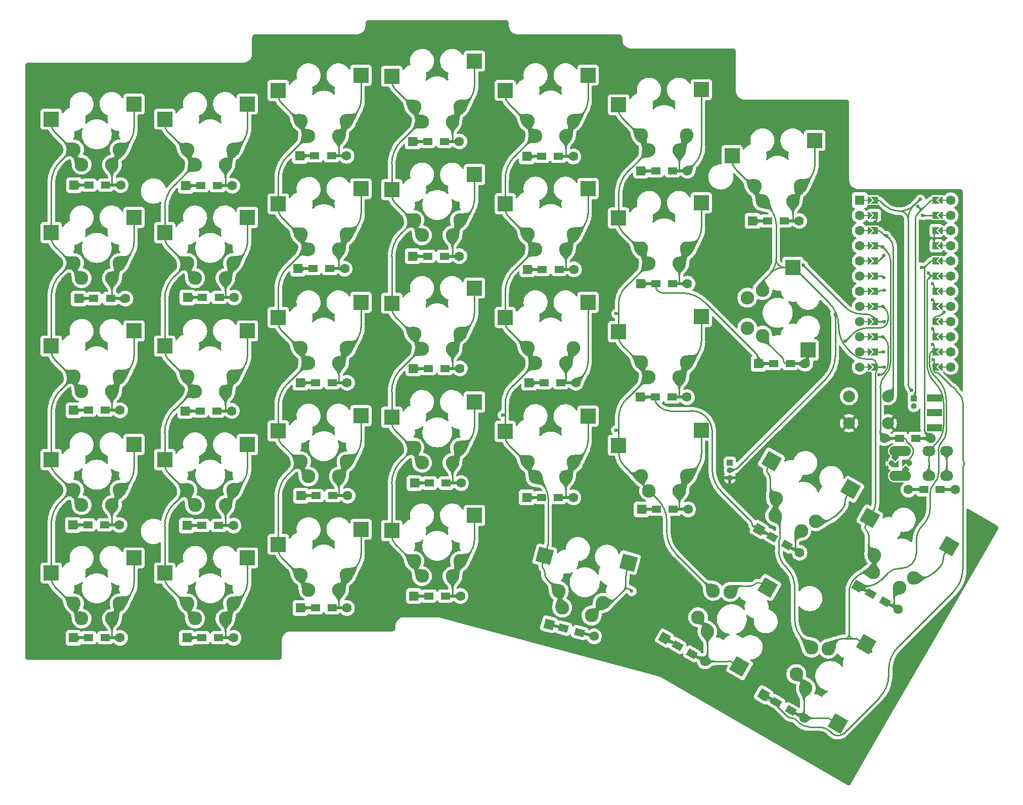
<source format=gbl>
G04 #@! TF.GenerationSoftware,KiCad,Pcbnew,(6.0.11)*
G04 #@! TF.CreationDate,2023-02-13T20:58:38+01:00*
G04 #@! TF.ProjectId,neo-redox_rounded,6e656f64-6f78-45f7-926f-756e6465642e,1.0*
G04 #@! TF.SameCoordinates,Original*
G04 #@! TF.FileFunction,Copper,L2,Bot*
G04 #@! TF.FilePolarity,Positive*
%FSLAX46Y46*%
G04 Gerber Fmt 4.6, Leading zero omitted, Abs format (unit mm)*
G04 Created by KiCad (PCBNEW (6.0.11)) date 2023-02-13 20:58:38*
%MOMM*%
%LPD*%
G01*
G04 APERTURE LIST*
G04 Aperture macros list*
%AMRotRect*
0 Rectangle, with rotation*
0 The origin of the aperture is its center*
0 $1 length*
0 $2 width*
0 $3 Rotation angle, in degrees counterclockwise*
0 Add horizontal line*
21,1,$1,$2,0,0,$3*%
%AMFreePoly0*
4,1,6,0.600000,0.200000,0.000000,-0.400000,-0.600000,0.200000,-0.600000,0.400000,0.600000,0.400000,0.600000,0.200000,0.600000,0.200000,$1*%
%AMFreePoly1*
4,1,5,0.125000,-0.500000,-0.125000,-0.500000,-0.125000,0.500000,0.125000,0.500000,0.125000,-0.500000,0.125000,-0.500000,$1*%
%AMFreePoly2*
4,1,6,0.600000,-0.250000,-0.600000,-0.250000,-0.600000,1.000000,0.000000,0.400000,0.600000,1.000000,0.600000,-0.250000,0.600000,-0.250000,$1*%
%AMFreePoly3*
4,1,6,0.600000,0.200000,0.000000,-0.400000,-0.600000,0.200000,-0.600000,0.500000,0.600000,0.500000,0.600000,0.200000,0.600000,0.200000,$1*%
G04 Aperture macros list end*
G04 #@! TA.AperFunction,SMDPad,CuDef*
%ADD10RotRect,2.550000X2.500000X330.000000*%
G04 #@! TD*
G04 #@! TA.AperFunction,ComponentPad*
%ADD11C,2.286000*%
G04 #@! TD*
G04 #@! TA.AperFunction,SMDPad,CuDef*
%ADD12R,2.550000X2.500000*%
G04 #@! TD*
G04 #@! TA.AperFunction,SMDPad,CuDef*
%ADD13R,2.900000X0.500000*%
G04 #@! TD*
G04 #@! TA.AperFunction,SMDPad,CuDef*
%ADD14R,1.600000X1.200000*%
G04 #@! TD*
G04 #@! TA.AperFunction,ComponentPad*
%ADD15R,1.600000X1.600000*%
G04 #@! TD*
G04 #@! TA.AperFunction,ComponentPad*
%ADD16C,1.600000*%
G04 #@! TD*
G04 #@! TA.AperFunction,SMDPad,CuDef*
%ADD17RotRect,2.900000X0.500000X150.000000*%
G04 #@! TD*
G04 #@! TA.AperFunction,ComponentPad*
%ADD18RotRect,1.600000X1.600000X150.000000*%
G04 #@! TD*
G04 #@! TA.AperFunction,SMDPad,CuDef*
%ADD19RotRect,1.600000X1.200000X150.000000*%
G04 #@! TD*
G04 #@! TA.AperFunction,SMDPad,CuDef*
%ADD20FreePoly0,270.000000*%
G04 #@! TD*
G04 #@! TA.AperFunction,SMDPad,CuDef*
%ADD21FreePoly0,90.000000*%
G04 #@! TD*
G04 #@! TA.AperFunction,SMDPad,CuDef*
%ADD22FreePoly1,90.000000*%
G04 #@! TD*
G04 #@! TA.AperFunction,SMDPad,CuDef*
%ADD23FreePoly1,270.000000*%
G04 #@! TD*
G04 #@! TA.AperFunction,SMDPad,CuDef*
%ADD24FreePoly2,270.000000*%
G04 #@! TD*
G04 #@! TA.AperFunction,SMDPad,CuDef*
%ADD25FreePoly2,90.000000*%
G04 #@! TD*
G04 #@! TA.AperFunction,ComponentPad*
%ADD26R,2.500000X1.250000*%
G04 #@! TD*
G04 #@! TA.AperFunction,SMDPad,CuDef*
%ADD27R,2.500000X2.550000*%
G04 #@! TD*
G04 #@! TA.AperFunction,ComponentPad*
%ADD28R,1.000000X1.000000*%
G04 #@! TD*
G04 #@! TA.AperFunction,ComponentPad*
%ADD29O,1.000000X1.000000*%
G04 #@! TD*
G04 #@! TA.AperFunction,SMDPad,CuDef*
%ADD30RotRect,2.550000X2.500000X240.000000*%
G04 #@! TD*
G04 #@! TA.AperFunction,SMDPad,CuDef*
%ADD31RotRect,2.550000X2.500000X345.000000*%
G04 #@! TD*
G04 #@! TA.AperFunction,ComponentPad*
%ADD32C,2.000000*%
G04 #@! TD*
G04 #@! TA.AperFunction,SMDPad,CuDef*
%ADD33R,1.500000X1.200000*%
G04 #@! TD*
G04 #@! TA.AperFunction,SMDPad,CuDef*
%ADD34FreePoly1,0.000000*%
G04 #@! TD*
G04 #@! TA.AperFunction,ComponentPad*
%ADD35O,3.700000X1.700000*%
G04 #@! TD*
G04 #@! TA.AperFunction,SMDPad,CuDef*
%ADD36FreePoly3,180.000000*%
G04 #@! TD*
G04 #@! TA.AperFunction,SMDPad,CuDef*
%ADD37FreePoly3,0.000000*%
G04 #@! TD*
G04 #@! TA.AperFunction,SMDPad,CuDef*
%ADD38FreePoly2,180.000000*%
G04 #@! TD*
G04 #@! TA.AperFunction,ComponentPad*
%ADD39C,1.000000*%
G04 #@! TD*
G04 #@! TA.AperFunction,ComponentPad*
%ADD40O,2.200000X1.700000*%
G04 #@! TD*
G04 #@! TA.AperFunction,SMDPad,CuDef*
%ADD41FreePoly2,0.000000*%
G04 #@! TD*
G04 #@! TA.AperFunction,ComponentPad*
%ADD42RotRect,1.600000X1.600000X165.000000*%
G04 #@! TD*
G04 #@! TA.AperFunction,SMDPad,CuDef*
%ADD43RotRect,1.600000X1.200000X165.000000*%
G04 #@! TD*
G04 #@! TA.AperFunction,SMDPad,CuDef*
%ADD44RotRect,2.900000X0.500000X165.000000*%
G04 #@! TD*
G04 #@! TA.AperFunction,ViaPad*
%ADD45C,0.600000*%
G04 #@! TD*
G04 #@! TA.AperFunction,Conductor*
%ADD46C,0.250000*%
G04 #@! TD*
G04 APERTURE END LIST*
D10*
X169170886Y-96790295D03*
D11*
X169930443Y-103094705D03*
X169760295Y-105929409D03*
X176529557Y-106904705D03*
D10*
X182435338Y-101515591D03*
D11*
X174159705Y-108469409D03*
X109390000Y-56460000D03*
X110660000Y-59000000D03*
D12*
X105580000Y-51380000D03*
D11*
X115740000Y-59000000D03*
X117010000Y-56460000D03*
D12*
X119430000Y-48840000D03*
D13*
X129700000Y-64700000D03*
D14*
X130800000Y-64700000D03*
D15*
X128300000Y-64700000D03*
D14*
X133600000Y-64700000D03*
D16*
X136100000Y-64700000D03*
D13*
X134700000Y-64700000D03*
D17*
X168322536Y-108950000D03*
D18*
X167110101Y-108250000D03*
D19*
X169275164Y-109500000D03*
D16*
X173865099Y-112150000D03*
D17*
X172652664Y-111450000D03*
D19*
X171700036Y-110900000D03*
D18*
X167822501Y-135950000D03*
D17*
X169034936Y-136650000D03*
D19*
X169987564Y-137200000D03*
D16*
X174577499Y-139850000D03*
D17*
X173365064Y-139150000D03*
D19*
X172412436Y-138600000D03*
D15*
X109200000Y-81300000D03*
D13*
X110600000Y-81300000D03*
D14*
X111700000Y-81300000D03*
X114500000Y-81300000D03*
D16*
X117000000Y-81300000D03*
D13*
X115600000Y-81300000D03*
D16*
X183932500Y-58197500D03*
D20*
X197394500Y-73437500D03*
D21*
X185710500Y-55657500D03*
D20*
X197394500Y-55657500D03*
D16*
X183932500Y-60737500D03*
X183932500Y-78517500D03*
D20*
X197394500Y-70897500D03*
X197394500Y-68357500D03*
D22*
X185202500Y-73437500D03*
X185202500Y-63277500D03*
D20*
X197394500Y-78517500D03*
D21*
X185710500Y-68357500D03*
D23*
X197902500Y-75977500D03*
D16*
X183932500Y-73437500D03*
X183932500Y-65817500D03*
D22*
X185202500Y-58197500D03*
D16*
X183932500Y-63277500D03*
X183932500Y-55657500D03*
X183932500Y-75977500D03*
D20*
X197394500Y-65817500D03*
D23*
X197902500Y-55657500D03*
D21*
X185710500Y-75977500D03*
D23*
X197902500Y-68357500D03*
X197902500Y-65817500D03*
D21*
X185710500Y-70897500D03*
D23*
X197902500Y-60737500D03*
D16*
X183932500Y-81057500D03*
D15*
X183932500Y-53117500D03*
D21*
X185710500Y-63277500D03*
D22*
X185202500Y-70897500D03*
D16*
X199172500Y-58197500D03*
D23*
X197902500Y-58197500D03*
D21*
X185710500Y-58197500D03*
D23*
X197902500Y-78517500D03*
D16*
X199172500Y-81057500D03*
X199172500Y-68357500D03*
D22*
X185202500Y-78517500D03*
D20*
X197394500Y-81057500D03*
D22*
X185202500Y-81057500D03*
D21*
X185710500Y-81057500D03*
D22*
X185202500Y-75977500D03*
D16*
X199172500Y-75977500D03*
D22*
X185202500Y-60737500D03*
X185202500Y-53117500D03*
D20*
X197394500Y-58197500D03*
D23*
X197902500Y-70897500D03*
D20*
X197394500Y-75977500D03*
D23*
X197902500Y-63277500D03*
D16*
X183932500Y-68357500D03*
D22*
X185202500Y-68357500D03*
D21*
X185710500Y-60737500D03*
X185710500Y-73437500D03*
D20*
X197394500Y-63277500D03*
D22*
X185202500Y-55657500D03*
D16*
X199172500Y-73437500D03*
D21*
X185710500Y-53117500D03*
D16*
X199172500Y-65817500D03*
X183932500Y-70897500D03*
D23*
X197902500Y-81057500D03*
X197902500Y-73437500D03*
D16*
X183932500Y-53117500D03*
X199172500Y-70897500D03*
X199172500Y-63277500D03*
D23*
X197902500Y-53117500D03*
D16*
X199172500Y-60737500D03*
X199172500Y-78517500D03*
D20*
X197394500Y-53117500D03*
D16*
X199172500Y-55657500D03*
D22*
X185202500Y-65817500D03*
D21*
X185710500Y-78517500D03*
X185710500Y-65817500D03*
D20*
X197394500Y-60737500D03*
D16*
X199172500Y-53117500D03*
D24*
X196378500Y-53117500D03*
X196378500Y-55657500D03*
X196378500Y-58197500D03*
X196378500Y-60737500D03*
X196378500Y-63277500D03*
X196378500Y-65817500D03*
X196378500Y-68357500D03*
X196378500Y-70897500D03*
X196378500Y-73437500D03*
X196378500Y-75977500D03*
X196378500Y-78517500D03*
X196378500Y-81057500D03*
D25*
X186726500Y-81057500D03*
X186726500Y-78517500D03*
X186726500Y-75977500D03*
X186726500Y-73437500D03*
X186726500Y-70897500D03*
X186726500Y-68357500D03*
X186726500Y-65817500D03*
X186726500Y-63277500D03*
X186726500Y-60737500D03*
X186726500Y-58197500D03*
X186726500Y-55657500D03*
X186726500Y-53117500D03*
D13*
X110500000Y-43300000D03*
D15*
X109100000Y-43300000D03*
D14*
X111600000Y-43300000D03*
D13*
X115500000Y-43300000D03*
D14*
X114400000Y-43300000D03*
D16*
X116900000Y-43300000D03*
D11*
X91660000Y-99380000D03*
D12*
X86580000Y-91760000D03*
D11*
X90390000Y-96840000D03*
D12*
X100430000Y-89220000D03*
D11*
X96740000Y-99380000D03*
X98010000Y-96840000D03*
X71390000Y-63640000D03*
X72660000Y-66180000D03*
D12*
X67580000Y-58560000D03*
D11*
X77740000Y-66180000D03*
D12*
X81430000Y-56020000D03*
D11*
X79010000Y-63640000D03*
D14*
X130700000Y-102900000D03*
D13*
X129600000Y-102900000D03*
D15*
X128200000Y-102900000D03*
D14*
X133500000Y-102900000D03*
D13*
X134600000Y-102900000D03*
D16*
X136000000Y-102900000D03*
D13*
X53700000Y-88300000D03*
D15*
X52300000Y-88300000D03*
D14*
X54800000Y-88300000D03*
D13*
X58700000Y-88300000D03*
D14*
X57600000Y-88300000D03*
D16*
X60100000Y-88300000D03*
D11*
X128390000Y-77840000D03*
D12*
X124580000Y-72760000D03*
D11*
X129660000Y-80380000D03*
X136010000Y-77840000D03*
X134740000Y-80380000D03*
D12*
X138430000Y-70220000D03*
D26*
X196450000Y-91200000D03*
X196450000Y-88700000D03*
X196450000Y-86200000D03*
D11*
X165120000Y-69460000D03*
D27*
X172740000Y-64380000D03*
D11*
X167660000Y-68190000D03*
X167660000Y-75810000D03*
D27*
X175280000Y-78230000D03*
D11*
X165120000Y-74540000D03*
D10*
X185625386Y-106290295D03*
D11*
X186384943Y-112594705D03*
X186214795Y-115429409D03*
X192984057Y-116404705D03*
X190614205Y-117969409D03*
D10*
X198889838Y-111015591D03*
D14*
X149900000Y-104900000D03*
D15*
X147400000Y-104900000D03*
D13*
X148800000Y-104900000D03*
X153800000Y-104900000D03*
D14*
X152700000Y-104900000D03*
D16*
X155200000Y-104900000D03*
D12*
X143580000Y-94160000D03*
D11*
X147390000Y-99240000D03*
X148660000Y-101780000D03*
D12*
X157430000Y-91620000D03*
D11*
X153740000Y-101780000D03*
X155010000Y-99240000D03*
D15*
X71000000Y-88400000D03*
D13*
X72400000Y-88400000D03*
D14*
X73500000Y-88400000D03*
D13*
X77400000Y-88400000D03*
D14*
X76300000Y-88400000D03*
D16*
X78800000Y-88400000D03*
D15*
X71292900Y-126400000D03*
D13*
X72692900Y-126400000D03*
D14*
X73792900Y-126400000D03*
D13*
X77692900Y-126400000D03*
D16*
X79092900Y-126400000D03*
D14*
X76592900Y-126400000D03*
D19*
X153430164Y-127700000D03*
D18*
X151265101Y-126450000D03*
D17*
X152477536Y-127150000D03*
D19*
X155855036Y-129100000D03*
D17*
X156807664Y-129650000D03*
D16*
X158020099Y-130350000D03*
D11*
X52390000Y-44640000D03*
X53660000Y-47180000D03*
D12*
X48580000Y-39560000D03*
X62430000Y-37020000D03*
D11*
X60010000Y-44640000D03*
X58740000Y-47180000D03*
D12*
X124580000Y-53740000D03*
D11*
X128390000Y-58820000D03*
X129660000Y-61360000D03*
X134740000Y-61360000D03*
D12*
X138430000Y-51200000D03*
D11*
X136010000Y-58820000D03*
D15*
X109100000Y-62500000D03*
D14*
X111600000Y-62500000D03*
D13*
X110500000Y-62500000D03*
D14*
X114400000Y-62500000D03*
D16*
X116900000Y-62500000D03*
D13*
X115500000Y-62500000D03*
D14*
X73600000Y-50700000D03*
D15*
X71100000Y-50700000D03*
D13*
X72500000Y-50700000D03*
D16*
X78900000Y-50700000D03*
D14*
X76400000Y-50700000D03*
D13*
X77500000Y-50700000D03*
D11*
X167660000Y-53280000D03*
D12*
X162580000Y-45660000D03*
D11*
X166390000Y-50740000D03*
X172740000Y-53280000D03*
D12*
X176430000Y-43120000D03*
D11*
X174010000Y-50740000D03*
D12*
X48580000Y-77560000D03*
D11*
X52390000Y-82640000D03*
X53660000Y-85180000D03*
X60010000Y-82640000D03*
X58740000Y-85180000D03*
D12*
X62430000Y-75020000D03*
D14*
X169500000Y-80500000D03*
D15*
X167000000Y-80500000D03*
D13*
X168400000Y-80500000D03*
D16*
X174800000Y-80500000D03*
D14*
X172300000Y-80500000D03*
D13*
X173400000Y-80500000D03*
D14*
X73800000Y-107600000D03*
D15*
X71300000Y-107600000D03*
D13*
X72700000Y-107600000D03*
X77700000Y-107600000D03*
D14*
X76600000Y-107600000D03*
D16*
X79100000Y-107600000D03*
D28*
X193000000Y-86350000D03*
D29*
X193000000Y-87620000D03*
D12*
X124580000Y-91840000D03*
D11*
X128390000Y-96920000D03*
X129660000Y-99460000D03*
X136010000Y-96920000D03*
D12*
X138430000Y-89300000D03*
D11*
X134740000Y-99460000D03*
D30*
X168546605Y-117965886D03*
D11*
X159407491Y-118555295D03*
X162242195Y-118725443D03*
X156867491Y-122954705D03*
D30*
X163821309Y-131230338D03*
D11*
X158432195Y-125324557D03*
D12*
X105580000Y-32360000D03*
D11*
X110660000Y-39980000D03*
X109390000Y-37440000D03*
D12*
X119430000Y-29820000D03*
D11*
X115740000Y-39980000D03*
X117010000Y-37440000D03*
D28*
X162200000Y-97060000D03*
D29*
X162200000Y-98330000D03*
X162200000Y-99600000D03*
D17*
X184822536Y-118450000D03*
D18*
X183610101Y-117750000D03*
D19*
X185775164Y-119000000D03*
D17*
X189152664Y-120950000D03*
D16*
X190365099Y-121650000D03*
D19*
X188200036Y-120400000D03*
D13*
X91692900Y-121400000D03*
D14*
X92792900Y-121400000D03*
D15*
X90292900Y-121400000D03*
D13*
X96692900Y-121400000D03*
D16*
X98092900Y-121400000D03*
D14*
X95592900Y-121400000D03*
D13*
X130000000Y-83700000D03*
D14*
X131100000Y-83700000D03*
D15*
X128600000Y-83700000D03*
D14*
X133900000Y-83700000D03*
D13*
X135000000Y-83700000D03*
D16*
X136400000Y-83700000D03*
D14*
X73900000Y-69400000D03*
D15*
X71400000Y-69400000D03*
D13*
X72800000Y-69400000D03*
X77800000Y-69400000D03*
D14*
X76700000Y-69400000D03*
D16*
X79200000Y-69400000D03*
D11*
X71390000Y-101640000D03*
X72660000Y-104180000D03*
D12*
X67580000Y-96560000D03*
D11*
X79010000Y-101640000D03*
D12*
X81430000Y-94020000D03*
D11*
X77740000Y-104180000D03*
X90390000Y-115840000D03*
D12*
X86580000Y-110760000D03*
D11*
X91660000Y-118380000D03*
D12*
X100430000Y-108220000D03*
D11*
X98010000Y-115840000D03*
X96740000Y-118380000D03*
D13*
X54600000Y-69600000D03*
D14*
X55700000Y-69600000D03*
D15*
X53200000Y-69600000D03*
D16*
X61000000Y-69600000D03*
D13*
X59600000Y-69600000D03*
D14*
X58500000Y-69600000D03*
D11*
X72660000Y-47180000D03*
D12*
X67580000Y-39560000D03*
D11*
X71390000Y-44640000D03*
X77740000Y-47180000D03*
X79010000Y-44640000D03*
D12*
X81430000Y-37020000D03*
D15*
X147200000Y-86100000D03*
D13*
X148600000Y-86100000D03*
D14*
X149700000Y-86100000D03*
D13*
X153600000Y-86100000D03*
D14*
X152500000Y-86100000D03*
D16*
X155000000Y-86100000D03*
D11*
X147390000Y-80240000D03*
D12*
X143580000Y-75160000D03*
D11*
X148660000Y-82780000D03*
D12*
X157430000Y-72620000D03*
D11*
X153740000Y-82780000D03*
X155010000Y-80240000D03*
D15*
X109292900Y-119400000D03*
D14*
X111792900Y-119400000D03*
D13*
X110692900Y-119400000D03*
D14*
X114592900Y-119400000D03*
D16*
X117092900Y-119400000D03*
D13*
X115692900Y-119400000D03*
D11*
X134131748Y-121349503D03*
D31*
X131197046Y-112674347D03*
D11*
X133562422Y-118567351D03*
X140922777Y-120539552D03*
X139038651Y-122664304D03*
D31*
X145232519Y-113805539D03*
D12*
X48580000Y-96560000D03*
D11*
X52390000Y-101640000D03*
X53660000Y-104180000D03*
D12*
X62430000Y-94020000D03*
D11*
X60010000Y-101640000D03*
X58740000Y-104180000D03*
D12*
X86580000Y-72760000D03*
D11*
X91660000Y-80380000D03*
X90390000Y-77840000D03*
D12*
X100430000Y-70220000D03*
D11*
X98010000Y-77840000D03*
X96740000Y-80380000D03*
X128390000Y-39820000D03*
X129660000Y-42360000D03*
D12*
X124580000Y-34740000D03*
D11*
X134740000Y-42360000D03*
D12*
X138430000Y-32200000D03*
D11*
X136010000Y-39820000D03*
D32*
X188650000Y-85950000D03*
X182150000Y-85950000D03*
X188650000Y-90450000D03*
X182150000Y-90450000D03*
D13*
X53600000Y-107500000D03*
D15*
X52200000Y-107500000D03*
D14*
X54700000Y-107500000D03*
D16*
X60000000Y-107500000D03*
D14*
X57500000Y-107500000D03*
D13*
X58600000Y-107500000D03*
X53700000Y-126400000D03*
D15*
X52300000Y-126400000D03*
D14*
X54800000Y-126400000D03*
D16*
X60100000Y-126400000D03*
D13*
X58700000Y-126400000D03*
D14*
X57600000Y-126400000D03*
X149800000Y-67100000D03*
D15*
X147300000Y-67100000D03*
D13*
X148700000Y-67100000D03*
D16*
X155100000Y-67100000D03*
D13*
X153700000Y-67100000D03*
D14*
X152600000Y-67100000D03*
D11*
X147390000Y-42240000D03*
X148660000Y-44780000D03*
D12*
X143580000Y-37160000D03*
D11*
X153740000Y-44780000D03*
X155010000Y-42240000D03*
D12*
X157430000Y-34620000D03*
D15*
X166000000Y-56600000D03*
D13*
X167400000Y-56600000D03*
D14*
X168500000Y-56600000D03*
D13*
X172400000Y-56600000D03*
D16*
X173800000Y-56600000D03*
D14*
X171300000Y-56600000D03*
D13*
X198500000Y-101600000D03*
X198500000Y-101600000D03*
D16*
X199900000Y-101600000D03*
D33*
X197350000Y-101600000D03*
X197350000Y-101600000D03*
X194650000Y-101600000D03*
D16*
X192100000Y-101600000D03*
D33*
X194650000Y-101600000D03*
D13*
X193500000Y-101600000D03*
X193500000Y-101600000D03*
D11*
X110660000Y-97080000D03*
D12*
X105580000Y-89460000D03*
D11*
X109390000Y-94540000D03*
X117010000Y-94540000D03*
D12*
X119430000Y-86920000D03*
D11*
X115740000Y-97080000D03*
D15*
X109400000Y-100500000D03*
D14*
X111900000Y-100500000D03*
D13*
X110800000Y-100500000D03*
D16*
X117200000Y-100500000D03*
D14*
X114700000Y-100500000D03*
D13*
X115800000Y-100500000D03*
D11*
X90390000Y-39840000D03*
X91660000Y-42380000D03*
D12*
X86580000Y-34760000D03*
D11*
X98010000Y-39840000D03*
X96740000Y-42380000D03*
D12*
X100430000Y-32220000D03*
X48580000Y-58560000D03*
D11*
X52390000Y-63640000D03*
X53660000Y-66180000D03*
D12*
X62430000Y-56020000D03*
D11*
X60010000Y-63640000D03*
X58740000Y-66180000D03*
D34*
X189856000Y-96184000D03*
X191634000Y-98216000D03*
D35*
X190744000Y-95100000D03*
X190744000Y-99300000D03*
D36*
X191634000Y-97900000D03*
D37*
X189856000Y-96500000D03*
D38*
X191634000Y-96800000D03*
D39*
X192194000Y-97200000D03*
D40*
X195494000Y-95100000D03*
X195494000Y-99300000D03*
X198494000Y-95100000D03*
X198494000Y-99300000D03*
D39*
X189256000Y-97200000D03*
D41*
X189856000Y-97600000D03*
D11*
X148660000Y-63740000D03*
D12*
X143580000Y-56120000D03*
D11*
X147390000Y-61200000D03*
X155010000Y-61200000D03*
D12*
X157430000Y-53580000D03*
D11*
X153740000Y-63740000D03*
D15*
X90200000Y-45700000D03*
D14*
X92700000Y-45700000D03*
D13*
X91600000Y-45700000D03*
X96600000Y-45700000D03*
D16*
X98000000Y-45700000D03*
D14*
X95500000Y-45700000D03*
D42*
X131932889Y-124140606D03*
D43*
X134347704Y-124787653D03*
D44*
X133285185Y-124502952D03*
X138114815Y-125797048D03*
D43*
X137052296Y-125512347D03*
D16*
X139467111Y-126159394D03*
D11*
X71390000Y-82640000D03*
D12*
X67580000Y-77560000D03*
D11*
X72660000Y-85180000D03*
D12*
X81430000Y-75020000D03*
D11*
X77740000Y-85180000D03*
X79010000Y-82640000D03*
D14*
X130700000Y-45800000D03*
D15*
X128200000Y-45800000D03*
D13*
X129600000Y-45800000D03*
D16*
X136000000Y-45800000D03*
D14*
X133500000Y-45800000D03*
D13*
X134600000Y-45800000D03*
D14*
X92400000Y-64600000D03*
D15*
X89900000Y-64600000D03*
D13*
X91300000Y-64600000D03*
D16*
X97700000Y-64600000D03*
D14*
X95200000Y-64600000D03*
D13*
X96300000Y-64600000D03*
D14*
X92900000Y-102600000D03*
D13*
X91800000Y-102600000D03*
D15*
X90400000Y-102600000D03*
D16*
X98200000Y-102600000D03*
D14*
X95700000Y-102600000D03*
D13*
X96800000Y-102600000D03*
D15*
X147300000Y-48200000D03*
D14*
X149800000Y-48200000D03*
D13*
X148700000Y-48200000D03*
D14*
X152600000Y-48200000D03*
D13*
X153700000Y-48200000D03*
D16*
X155100000Y-48200000D03*
D11*
X109390000Y-113540000D03*
X110660000Y-116080000D03*
D12*
X105580000Y-108460000D03*
X119430000Y-105920000D03*
D11*
X117010000Y-113540000D03*
X115740000Y-116080000D03*
X109390000Y-75460000D03*
D12*
X105580000Y-70380000D03*
D11*
X110660000Y-78000000D03*
D12*
X119430000Y-67840000D03*
D11*
X115740000Y-78000000D03*
X117010000Y-75460000D03*
D12*
X86580000Y-53760000D03*
D11*
X90390000Y-58840000D03*
X91660000Y-61380000D03*
X96740000Y-61380000D03*
X98010000Y-58840000D03*
D12*
X100430000Y-51220000D03*
D14*
X92800000Y-83700000D03*
D13*
X91700000Y-83700000D03*
D15*
X90300000Y-83700000D03*
D16*
X98100000Y-83700000D03*
D13*
X96700000Y-83700000D03*
D14*
X95600000Y-83700000D03*
D11*
X71390000Y-120640000D03*
X72660000Y-123180000D03*
D12*
X67580000Y-115560000D03*
D11*
X77740000Y-123180000D03*
D12*
X81430000Y-113020000D03*
D11*
X79010000Y-120640000D03*
X178705295Y-128230443D03*
D30*
X185009705Y-127470886D03*
D11*
X175870591Y-128060295D03*
D30*
X180284409Y-140735338D03*
D11*
X173330591Y-132459705D03*
X174895295Y-134829557D03*
D16*
X195900000Y-93000000D03*
D33*
X193350000Y-93000000D03*
X193350000Y-93000000D03*
D13*
X194500000Y-93000000D03*
X194500000Y-93000000D03*
D33*
X190650000Y-93000000D03*
D13*
X189500000Y-93000000D03*
D33*
X190650000Y-93000000D03*
D16*
X188100000Y-93000000D03*
D13*
X189500000Y-93000000D03*
D11*
X53660000Y-123180000D03*
D12*
X48580000Y-115560000D03*
D11*
X52390000Y-120640000D03*
X60010000Y-120640000D03*
X58740000Y-123180000D03*
D12*
X62430000Y-113020000D03*
D15*
X52400000Y-50600000D03*
D13*
X53800000Y-50600000D03*
D14*
X54900000Y-50600000D03*
D13*
X58800000Y-50600000D03*
D16*
X60200000Y-50600000D03*
D14*
X57700000Y-50600000D03*
D45*
X196113800Y-67098700D03*
X198106600Y-71824500D03*
X196150400Y-74647200D03*
X196150400Y-77247500D03*
X145783400Y-118609400D03*
X196204400Y-79787500D03*
X188002600Y-66102800D03*
X188113500Y-68225700D03*
X187799700Y-70897500D03*
X181482200Y-76776000D03*
X188057100Y-73481200D03*
X174448300Y-63968000D03*
X187133500Y-82350200D03*
X187811100Y-75977500D03*
X124155500Y-89095600D03*
X187890000Y-78517500D03*
X143125300Y-91620000D03*
X143147600Y-72135000D03*
X185800000Y-128700000D03*
X188089500Y-81057500D03*
X187750800Y-60949700D03*
X194232400Y-64370600D03*
X195407300Y-65365200D03*
X196113800Y-69838200D03*
X179834800Y-72145800D03*
X186478300Y-56734500D03*
X126800000Y-109000000D03*
X65400000Y-44000000D03*
X140300000Y-78700000D03*
X161100000Y-80400000D03*
X162600000Y-38800000D03*
X123500000Y-76700000D03*
X200682500Y-56782500D03*
X141700000Y-61600000D03*
X176900000Y-61200000D03*
X194400000Y-57300000D03*
X84800000Y-43600000D03*
X196378500Y-59666000D03*
X103500000Y-75700000D03*
X84200000Y-80300000D03*
X180500000Y-55800000D03*
X162700000Y-61500000D03*
X187778000Y-95722000D03*
X141200000Y-97600000D03*
X103700000Y-59300000D03*
X188402500Y-59092500D03*
X194442500Y-55657500D03*
X193660500Y-54138600D03*
X188009300Y-62375300D03*
X192656500Y-84962000D03*
X194094200Y-53003600D03*
D46*
X190383287Y-54952005D02*
G75*
G02*
X188168850Y-54034750I13J3131705D01*
G01*
X193942602Y-53043197D02*
G75*
G02*
X194038200Y-53003600I95598J-95603D01*
G01*
X193008008Y-53977808D02*
G75*
G02*
X190656073Y-54952000I-2351908J2351908D01*
G01*
X190656073Y-54952000D02*
G75*
G02*
X192033800Y-56329726I27J-1377700D01*
G01*
X192033812Y-56329726D02*
G75*
G02*
X193008001Y-53977801I3326088J26D01*
G01*
X192345145Y-84650655D02*
G75*
G02*
X192033800Y-83898984I751655J751655D01*
G01*
X186989050Y-53117521D02*
G75*
G02*
X187437249Y-53303151I50J-633779D01*
G01*
X187251627Y-63205250D02*
G75*
G02*
X187302688Y-63081911I174373J50D01*
G01*
X187179350Y-63277500D02*
G75*
G03*
X187251600Y-63205250I-50J72300D01*
G01*
X193231589Y-56456871D02*
G75*
G02*
X193739000Y-55231900I1732411J-29D01*
G01*
X192999986Y-85738665D02*
G75*
G02*
X193115800Y-85459100I395414J-35D01*
G01*
X195667735Y-53303136D02*
G75*
G02*
X196115950Y-53117500I448165J-448164D01*
G01*
X193115790Y-85459090D02*
G75*
G03*
X193231600Y-85179534I-279590J279590D01*
G01*
X193953449Y-54431551D02*
G75*
G02*
X193953449Y-55017449I-292949J-292949D01*
G01*
X194539349Y-54431549D02*
G75*
G02*
X193953451Y-54431549I-292949J292952D01*
G01*
X194539350Y-54431550D02*
X193953450Y-55017450D01*
X194515052Y-55700019D02*
G75*
G02*
X194463751Y-55678749I48J72619D01*
G01*
X196305947Y-55700019D02*
G75*
G03*
X196357249Y-55678749I-47J72619D01*
G01*
X186989050Y-58197521D02*
G75*
G02*
X187437249Y-58383151I50J-633779D01*
G01*
X189100111Y-85499911D02*
G75*
G03*
X189550200Y-84413262I-1086611J1086611D01*
G01*
X188274550Y-59092534D02*
G75*
G02*
X188056126Y-59002024I50J308934D01*
G01*
X189550180Y-61051746D02*
G75*
G03*
X188976349Y-59666351I-1959180J46D01*
G01*
X189356000Y-97199994D02*
G75*
G02*
X189526710Y-97270710I0J-241406D01*
G01*
X186703350Y-56532600D02*
G75*
G03*
X186726500Y-56509450I-50J23200D01*
G01*
X186663803Y-56548942D02*
G75*
G02*
X186703350Y-56532600I39497J-39558D01*
G01*
X162587550Y-98330042D02*
G75*
G03*
X163249138Y-98055959I-50J935642D01*
G01*
X196338250Y-70022400D02*
G75*
G02*
X196378500Y-70062650I50J-40200D01*
G01*
X196338250Y-70022427D02*
G75*
G02*
X196269538Y-69993938I50J97227D01*
G01*
X178241000Y-83064085D02*
G75*
G03*
X179834800Y-79216336I-3847800J3847785D01*
G01*
X195667748Y-65631850D02*
G75*
G02*
X195667749Y-66003150I-185648J-185650D01*
G01*
X195667735Y-66003136D02*
G75*
G02*
X196115950Y-65817500I448165J-448164D01*
G01*
X196115950Y-65817521D02*
G75*
G02*
X195667749Y-65631849I50J633921D01*
G01*
X196734592Y-93859392D02*
G75*
G03*
X197975200Y-90864326I-2995092J2995092D01*
G01*
X195409489Y-65373595D02*
G75*
G02*
X195407300Y-65368300I5311J5295D01*
G01*
X196581893Y-83741907D02*
G75*
G02*
X195188600Y-80378176I3363707J3363707D01*
G01*
X197975190Y-87105623D02*
G75*
G03*
X196581900Y-83741900I-4756990J23D01*
G01*
X195188594Y-66952384D02*
G75*
G02*
X195521000Y-66149900I1134906J-16D01*
G01*
X195493989Y-96854473D02*
G75*
G02*
X196734600Y-93859400I4235711J-27D01*
G01*
X195745200Y-92474910D02*
G75*
G02*
X195149931Y-92228331I0J841810D01*
G01*
X196225111Y-92698872D02*
G75*
G03*
X196159500Y-92540500I-224011J-28D01*
G01*
X196062550Y-93000000D02*
G75*
G03*
X196225100Y-92837450I-50J162600D01*
G01*
X195667735Y-63463136D02*
G75*
G02*
X196115950Y-63277500I448165J-448164D01*
G01*
X195078411Y-92156789D02*
G75*
G02*
X194760300Y-91388838I767989J767989D01*
G01*
X196001127Y-92474889D02*
G75*
G02*
X196159500Y-92540500I-27J-224011D01*
G01*
X194946909Y-64183928D02*
G75*
G02*
X194496350Y-64370600I-450609J450528D01*
G01*
X194496350Y-64370600D02*
G75*
G02*
X194760300Y-64634550I-50J-264000D01*
G01*
X194760326Y-64634550D02*
G75*
G02*
X194946940Y-64183959I637174J50D01*
G01*
X195075000Y-93000000D02*
X193925000Y-93000000D01*
X196062550Y-93000000D02*
X195737450Y-93000000D01*
X191481900Y-93000000D02*
G75*
G02*
X191675100Y-93193200I0J-193200D01*
G01*
X188231906Y-82403406D02*
G75*
G03*
X189100100Y-80307379I-2096006J2096006D01*
G01*
X192559109Y-96084909D02*
G75*
G03*
X192924200Y-95203470I-881409J881409D01*
G01*
X192114000Y-97200010D02*
G75*
G02*
X191977432Y-97143430I0J193110D01*
G01*
X187731837Y-92631863D02*
G75*
G02*
X187363700Y-91743057I888763J888763D01*
G01*
X187101551Y-60737520D02*
G75*
G02*
X187357700Y-60843600I49J-362180D01*
G01*
X192193991Y-96825000D02*
G75*
G02*
X192459165Y-96184834I905309J0D01*
G01*
X188620642Y-92999953D02*
G75*
G02*
X187731850Y-92631850I-42J1256953D01*
G01*
X189100100Y-63253099D02*
G75*
G03*
X188425450Y-61624350I-2303400J-1D01*
G01*
X191811718Y-93523008D02*
G75*
G02*
X191675100Y-93193200I329782J329808D01*
G01*
X187363709Y-84499420D02*
G75*
G02*
X188231900Y-82403400I2964191J20D01*
G01*
X192114000Y-97200000D02*
G75*
G03*
X192194000Y-97120000I0J80000D01*
G01*
X192924225Y-95177650D02*
G75*
G03*
X192540842Y-94252142I-1308925J-50D01*
G01*
X187607300Y-60949711D02*
G75*
G02*
X187362330Y-60848230I0J346411D01*
G01*
X191162550Y-93000000D02*
X190137450Y-93000000D01*
X190075000Y-93000000D02*
X188925000Y-93000000D01*
X186595710Y-82652075D02*
G75*
G03*
X186577050Y-82607050I-63710J-25D01*
G01*
X183329030Y-126500710D02*
G75*
G03*
X183329150Y-126500650I-30J210D01*
G01*
X186110526Y-105450036D02*
G75*
G03*
X186595700Y-103639547I-3135626J1810536D01*
G01*
X169447954Y-102612246D02*
G75*
G02*
X168965500Y-101447512I1164746J1164746D01*
G01*
X182175212Y-118795131D02*
G75*
G02*
X183160999Y-116415199I3365688J31D01*
G01*
X186642440Y-82027940D02*
G75*
G03*
X186726500Y-81825035I-202940J202940D01*
G01*
X166185300Y-50739996D02*
G75*
G02*
X165835856Y-50595254I0J494196D01*
G01*
X169930799Y-62975400D02*
G75*
G02*
X168937596Y-65373200I-3390999J0D01*
G01*
X168937599Y-65373203D02*
G75*
G02*
X171335400Y-64380000I2397801J-2397797D01*
G01*
X171335400Y-64380000D02*
G75*
G02*
X169930800Y-62975400I0J1404600D01*
G01*
X185034747Y-108350453D02*
G75*
G02*
X184923567Y-107505833I494753J494753D01*
G01*
X174460310Y-126649990D02*
G75*
G02*
X173050000Y-123245234I3404790J3404790D01*
G01*
X170471446Y-110005346D02*
G75*
G03*
X170559900Y-109791812I-213546J213546D01*
G01*
X186726491Y-80499820D02*
G75*
G03*
X186502050Y-79957950I-766291J20D01*
G01*
X182175200Y-125923750D02*
G75*
G02*
X181598250Y-126500700I-577000J50D01*
G01*
X182752150Y-126500700D02*
G75*
G02*
X182175200Y-125923750I-50J576900D01*
G01*
X166839017Y-52459007D02*
G75*
G02*
X166390000Y-51375000I1083983J1084007D01*
G01*
X184942950Y-79733544D02*
G75*
G02*
X182664559Y-78789759I50J3222144D01*
G01*
X168965514Y-99776565D02*
G75*
G03*
X168583050Y-98853250I-1305814J-35D01*
G01*
X185899636Y-112109464D02*
G75*
G02*
X185414400Y-110937952I1171464J1171464D01*
G01*
X168583084Y-98853216D02*
G75*
G02*
X168471046Y-98002403I498416J498416D01*
G01*
X186577057Y-82607043D02*
G75*
G02*
X186558400Y-82562024I45043J45043D01*
G01*
X186558357Y-82230864D02*
G75*
G02*
X186642451Y-82027951I286943J-36D01*
G01*
X169845344Y-105844344D02*
G75*
G03*
X169930400Y-105639021I-205344J205344D01*
G01*
X171537367Y-114513307D02*
G75*
G02*
X170383000Y-111726350I2786933J2786907D01*
G01*
X167660006Y-67420400D02*
G75*
G02*
X168204189Y-66106610I1857994J0D01*
G01*
X182003700Y-78128884D02*
G75*
G02*
X180409900Y-74281136I3847800J3847784D01*
G01*
X169930405Y-103776987D02*
G75*
G03*
X169447950Y-102612250I-1647205J-13D01*
G01*
X185414397Y-109267006D02*
G75*
G03*
X185034750Y-108350450I-1296197J6D01*
G01*
X183415651Y-116160548D02*
G75*
G02*
X185180800Y-115429400I1765149J-1765152D01*
G01*
X183329137Y-126500637D02*
G75*
G02*
X183329261Y-126500635I63J-63D01*
G01*
X186299844Y-115344344D02*
G75*
G03*
X186384900Y-115139021I-205344J205344D01*
G01*
X186384851Y-113280947D02*
G75*
G03*
X185899650Y-112109450I-1656751J47D01*
G01*
X179819748Y-127115955D02*
G75*
G02*
X181305100Y-126500700I1485352J-1485345D01*
G01*
X163173760Y-47933154D02*
G75*
G02*
X162580000Y-46499700I1433440J1433454D01*
G01*
X170382995Y-110218887D02*
G75*
G02*
X170471450Y-110005350I302005J-13D01*
G01*
X169930800Y-57156498D02*
G75*
G03*
X168795399Y-54415401I-3876500J-2D01*
G01*
X173050019Y-117911753D02*
G75*
G03*
X171716500Y-114692400I-4552919J-47D01*
G01*
X169845351Y-106014449D02*
G75*
G02*
X169845351Y-105844351I85049J85049D01*
G01*
X170559898Y-107294402D02*
G75*
G03*
X170160099Y-106329201I-1364998J2D01*
G01*
X185960179Y-79733509D02*
G75*
G02*
X186502050Y-79957950I21J-766291D01*
G01*
X186726500Y-81495050D02*
G75*
G02*
X187164050Y-81057500I437500J50D01*
G01*
X187164050Y-81057500D02*
G75*
G02*
X186726500Y-80619950I50J437600D01*
G01*
X166185300Y-50740000D02*
G75*
G02*
X166390000Y-50944700I0J-204700D01*
G01*
X186094521Y-115429408D02*
G75*
G03*
X186299849Y-115344349I-21J290408D01*
G01*
X180409910Y-74161463D02*
G75*
G03*
X178816106Y-70313708I-5441610J-37D01*
G01*
X172811200Y-64380003D02*
G75*
G02*
X172932746Y-64430346I0J-171897D01*
G01*
X167025000Y-52645000D02*
X168295000Y-53915000D01*
X182752150Y-126500700D02*
X181598250Y-126500700D01*
X186110550Y-105450050D02*
X185140250Y-107130550D01*
X186726500Y-81495050D02*
X186726500Y-80619950D01*
X172811200Y-64380000D02*
X172668800Y-64380000D01*
X147228300Y-42239993D02*
G75*
G02*
X146952260Y-42125660I0J390393D01*
G01*
X143580000Y-71918800D02*
G75*
G02*
X143363800Y-72135000I-216200J0D01*
G01*
X143363800Y-72135000D02*
G75*
G02*
X143580000Y-72351200I0J-216200D01*
G01*
X144173130Y-77430712D02*
G75*
G02*
X143580000Y-75998800I1431870J1431912D01*
G01*
X144167130Y-58367862D02*
G75*
G02*
X143580000Y-56950350I1417470J1417462D01*
G01*
X143580012Y-70477500D02*
G75*
G02*
X144752029Y-67647970I4001588J0D01*
G01*
X166505417Y-117356217D02*
G75*
G02*
X167307797Y-117250631I469983J-469983D01*
G01*
X144143352Y-39316750D02*
G75*
G02*
X143580000Y-37956700I1360048J1360050D01*
G01*
X147839017Y-62919007D02*
G75*
G02*
X147390000Y-61835000I1083983J1084007D01*
G01*
X146583002Y-99703053D02*
G75*
G02*
X146583001Y-99702950I98J53D01*
G01*
X143580000Y-91392650D02*
G75*
G02*
X143352650Y-91620000I-227400J50D01*
G01*
X143352650Y-91620000D02*
G75*
G02*
X143580000Y-91847350I-50J-227400D01*
G01*
X153218600Y-112366384D02*
G75*
G02*
X151624800Y-108518636I3847800J3847784D01*
G01*
X147228300Y-42240000D02*
G75*
G02*
X147390000Y-42401700I0J-161700D01*
G01*
X147186200Y-80240004D02*
G75*
G02*
X146838292Y-80095890I0J492004D01*
G01*
X147186200Y-80240000D02*
G75*
G02*
X147390000Y-80443800I0J-203800D01*
G01*
X148025000Y-45415000D02*
G75*
G03*
X148025000Y-44145000I-635000J635000D01*
G01*
X147194650Y-61199969D02*
G75*
G02*
X146861166Y-61061866I-50J471569D01*
G01*
X162746445Y-118221145D02*
G75*
G02*
X163963817Y-117716900I1217355J-1217355D01*
G01*
X144477971Y-97597909D02*
G75*
G02*
X143580000Y-95429950I2167929J2167909D01*
G01*
X143580038Y-89660650D02*
G75*
G02*
X144965469Y-86315830I4730262J50D01*
G01*
X146583034Y-99702933D02*
G75*
G03*
X146582964Y-99702864I-134J-67D01*
G01*
X151624787Y-106841230D02*
G75*
G03*
X150142400Y-103262400I-5061187J30D01*
G01*
X143579960Y-52113963D02*
G75*
G02*
X145173793Y-48266208I5441540J-37D01*
G01*
X148541024Y-82660925D02*
G75*
G02*
X148541024Y-82740275I-39724J-39675D01*
G01*
X148541050Y-82740301D02*
G75*
G02*
X148620350Y-82740300I39650J-39599D01*
G01*
X147194650Y-61200000D02*
G75*
G02*
X147390000Y-61395350I50J-195300D01*
G01*
X165634763Y-117716885D02*
G75*
G03*
X166505450Y-117356250I37J1231285D01*
G01*
X147839038Y-81958986D02*
G75*
G02*
X147390000Y-80875000I1083862J1083986D01*
G01*
X148025000Y-64375000D02*
G75*
G03*
X148025000Y-63105000I-635000J635000D01*
G01*
X147839017Y-43959007D02*
G75*
G02*
X147390000Y-42875000I1083983J1084007D01*
G01*
X143580000Y-71918800D02*
X143580000Y-72351200D01*
X143580000Y-55289650D02*
X143580000Y-56950350D01*
X143580000Y-92890050D02*
X143580000Y-95429950D01*
X143580000Y-91392650D02*
X143580000Y-91847350D01*
X148541023Y-82660926D02*
X148620350Y-82740300D01*
X143580000Y-74321200D02*
X143580000Y-75998800D01*
X147621500Y-100741500D02*
X149698500Y-102818500D01*
X131699173Y-110799892D02*
G75*
G02*
X131699250Y-110799901I27J-108D01*
G01*
X129025000Y-81015000D02*
G75*
G03*
X129025000Y-79745000I-635000J635000D01*
G01*
X128194650Y-96919969D02*
G75*
G02*
X127861166Y-96781866I-50J471569D01*
G01*
X188169051Y-81827051D02*
G75*
G03*
X188692100Y-80564295I-1262751J1262751D01*
G01*
X131603950Y-116609000D02*
G75*
G02*
X131197000Y-115626450I982550J982500D01*
G01*
X124579960Y-49614563D02*
G75*
G02*
X126173793Y-45766808I5441540J-37D01*
G01*
X187389750Y-82350147D02*
G75*
G03*
X187827196Y-82168903I-50J618647D01*
G01*
X129600448Y-61300452D02*
G75*
G02*
X129600448Y-61340148I-19848J-19848D01*
G01*
X129600450Y-61340150D02*
G75*
G02*
X129640150Y-61340150I19850J-19850D01*
G01*
X128194650Y-39820000D02*
G75*
G02*
X128390000Y-40015350I50J-195300D01*
G01*
X124579983Y-87277800D02*
G75*
G02*
X125865378Y-84174621I4388517J0D01*
G01*
X128839017Y-60539007D02*
G75*
G02*
X128390000Y-59455000I1083983J1084007D01*
G01*
X128839017Y-79559007D02*
G75*
G02*
X128390000Y-78475000I1083983J1084007D01*
G01*
X131196996Y-115406009D02*
G75*
G03*
X130945900Y-114799800I-857296J9D01*
G01*
X133562395Y-119673800D02*
G75*
G03*
X132780056Y-117785058I-2671095J0D01*
G01*
X124580000Y-88883350D02*
G75*
G02*
X124367750Y-89095600I-212300J50D01*
G01*
X124367750Y-89095600D02*
G75*
G02*
X124580000Y-89307850I50J-212200D01*
G01*
X128194650Y-96920000D02*
G75*
G02*
X128390000Y-97115350I50J-195300D01*
G01*
X131699267Y-110799933D02*
G75*
G03*
X131699335Y-110799864I-67J133D01*
G01*
X128228300Y-58819993D02*
G75*
G02*
X127952260Y-58705660I0J390393D01*
G01*
X188692116Y-77481461D02*
G75*
G03*
X188251600Y-76418000I-1504016J-39D01*
G01*
X187133500Y-82350150D02*
G75*
G03*
X187133550Y-82350100I0J50D01*
G01*
X128228300Y-77839993D02*
G75*
G02*
X127952260Y-77725660I0J390393D01*
G01*
X125167130Y-36987862D02*
G75*
G02*
X124580000Y-35570350I1417470J1417462D01*
G01*
X131775211Y-103070872D02*
G75*
G03*
X130717600Y-100517600I-3610911J-28D01*
G01*
X129600450Y-42300450D02*
G75*
G02*
X129600450Y-42340150I-19850J-19850D01*
G01*
X129600450Y-42340150D02*
G75*
G02*
X129640150Y-42340150I19850J-19847D01*
G01*
X124579960Y-68614563D02*
G75*
G02*
X126173793Y-64766808I5441540J-37D01*
G01*
X133847063Y-121064837D02*
G75*
G02*
X133562400Y-120377644I687237J687237D01*
G01*
X128839017Y-41539007D02*
G75*
G02*
X128390000Y-40455000I1083983J1084007D01*
G01*
X128228300Y-58820000D02*
G75*
G02*
X128390000Y-58981700I0J-161700D01*
G01*
X131737241Y-110761941D02*
G75*
G03*
X131775200Y-110670330I-91641J91641D01*
G01*
X128228300Y-77840000D02*
G75*
G02*
X128390000Y-78001700I0J-161700D01*
G01*
X125143352Y-55896750D02*
G75*
G02*
X124580000Y-54536700I1360048J1360050D01*
G01*
X130945885Y-114799815D02*
G75*
G02*
X130786701Y-114205689I434915J434915D01*
G01*
X125143352Y-74916750D02*
G75*
G02*
X124580000Y-73556700I1360048J1360050D01*
G01*
X125167130Y-94087862D02*
G75*
G02*
X124580000Y-92670350I1417470J1417462D01*
G01*
X128194650Y-39819969D02*
G75*
G02*
X127861166Y-39681866I-50J471569D01*
G01*
X128839017Y-98639007D02*
G75*
G02*
X128390000Y-97555000I1083983J1084007D01*
G01*
X131448100Y-111737100D02*
X130945899Y-113611499D01*
X129600450Y-61300450D02*
X129640150Y-61340150D01*
X124580000Y-52943300D02*
X124580000Y-54536700D01*
X124580000Y-71963300D02*
X124580000Y-73556700D01*
X124580000Y-88883350D02*
X124580000Y-89307850D01*
X129025000Y-98825000D02*
X130295000Y-100095000D01*
X129600450Y-42300450D02*
X129640150Y-42340150D01*
X124580000Y-91009650D02*
X124580000Y-92670350D01*
X105579960Y-47075863D02*
G75*
G02*
X107173793Y-43228108I5441540J-37D01*
G01*
X105579960Y-85175263D02*
G75*
G02*
X107173793Y-81327508I5441540J-37D01*
G01*
X109839017Y-96259007D02*
G75*
G02*
X109390000Y-95175000I1083983J1084007D01*
G01*
X109201900Y-113540000D02*
G75*
G02*
X109390000Y-113728100I0J-188100D01*
G01*
X110481474Y-39801375D02*
G75*
G02*
X110481474Y-39920425I-59474J-59525D01*
G01*
X110481500Y-39920451D02*
G75*
G02*
X110600500Y-39920450I59500J-59449D01*
G01*
X110541024Y-77880925D02*
G75*
G02*
X110541024Y-77960275I-39724J-39675D01*
G01*
X110541050Y-77960301D02*
G75*
G02*
X110620350Y-77960300I39650J-39599D01*
G01*
X105579960Y-62523963D02*
G75*
G02*
X107173793Y-58676208I5441540J-37D01*
G01*
X109225450Y-37440000D02*
G75*
G02*
X109390000Y-37604550I50J-164500D01*
G01*
X109225450Y-37440023D02*
G75*
G02*
X108944545Y-37323645I50J397323D01*
G01*
X109287915Y-56562215D02*
G75*
G02*
X109390000Y-56604461I42285J-42285D01*
G01*
X105579960Y-100603963D02*
G75*
G02*
X107173793Y-96756208I5441540J-37D01*
G01*
X109839038Y-77178986D02*
G75*
G02*
X109390000Y-76095000I1083862J1083986D01*
G01*
X106162027Y-72608211D02*
G75*
G02*
X105580000Y-71203100I1405073J1405111D01*
G01*
X187220699Y-73437501D02*
G75*
G02*
X187273449Y-73459351I1J-74599D01*
G01*
X109287915Y-94642215D02*
G75*
G02*
X109390000Y-94684461I42285J-42285D01*
G01*
X109839017Y-115259007D02*
G75*
G02*
X109390000Y-114175000I1083983J1084007D01*
G01*
X106145389Y-34524445D02*
G75*
G02*
X105580000Y-33159550I1364911J1364945D01*
G01*
X186896309Y-73344675D02*
G75*
G02*
X186857850Y-73437500I-38509J-38425D01*
G01*
X187120350Y-73437525D02*
G75*
G02*
X186896292Y-73344692I50J316925D01*
G01*
X106162027Y-110688211D02*
G75*
G02*
X105580000Y-109283100I1405073J1405111D01*
G01*
X109201900Y-75460003D02*
G75*
G02*
X108880794Y-75326992I0J454103D01*
G01*
X106173499Y-53652220D02*
G75*
G02*
X105580000Y-52219350I1432801J1432820D01*
G01*
X109083549Y-56562150D02*
G75*
G02*
X109083549Y-56766449I-102149J-102150D01*
G01*
X109287851Y-56562151D02*
G75*
G02*
X109083548Y-56562151I-102151J102151D01*
G01*
X187326200Y-73481199D02*
G75*
G02*
X187273451Y-73459349I0J74599D01*
G01*
X184821074Y-72167511D02*
G75*
G02*
X186354100Y-72802500I26J-2167989D01*
G01*
X109201900Y-113540003D02*
G75*
G02*
X108880794Y-113406992I0J454103D01*
G01*
X106173499Y-91732220D02*
G75*
G02*
X105580000Y-90299350I1432801J1432820D01*
G01*
X109839039Y-39158986D02*
G75*
G02*
X109390000Y-38075000I1083861J1083986D01*
G01*
X109083549Y-94642150D02*
G75*
G02*
X109083549Y-94846449I-102149J-102150D01*
G01*
X109287851Y-94642151D02*
G75*
G02*
X109083548Y-94642151I-102151J102151D01*
G01*
X109839017Y-58179007D02*
G75*
G02*
X109390000Y-57095000I1083983J1084007D01*
G01*
X109201900Y-75460000D02*
G75*
G02*
X109390000Y-75648100I0J-188100D01*
G01*
X184183450Y-72167531D02*
G75*
G02*
X181561931Y-71081631I50J3707431D01*
G01*
X110481472Y-39801377D02*
X110600500Y-39920450D01*
X110541023Y-77880926D02*
X110620350Y-77960300D01*
X105580000Y-69556900D02*
X105580000Y-71203100D01*
X105580000Y-107636900D02*
X105580000Y-109283100D01*
X187120350Y-73437500D02*
X186857850Y-73437500D01*
X109287850Y-56562150D02*
X109083550Y-56766450D01*
X105580000Y-50540650D02*
X105580000Y-52219350D01*
X109287850Y-94642150D02*
X109083550Y-94846450D01*
X105580000Y-88620650D02*
X105580000Y-90299350D01*
X182613852Y-75644352D02*
G75*
G02*
X185345894Y-74512700I2732048J-2732048D01*
G01*
X91600448Y-80320452D02*
G75*
G02*
X91600448Y-80360148I-19848J-19848D01*
G01*
X91600450Y-80360150D02*
G75*
G02*
X91640150Y-80360150I19850J-19850D01*
G01*
X91243298Y-60963302D02*
G75*
G02*
X91243298Y-61241098I-138898J-138898D01*
G01*
X91243300Y-61241100D02*
G75*
G02*
X91521100Y-61241100I138900J-138900D01*
G01*
X87173499Y-94032220D02*
G75*
G02*
X86580000Y-92599350I1432801J1432820D01*
G01*
X90228300Y-39839993D02*
G75*
G02*
X89952260Y-39725660I0J390393D01*
G01*
X90083548Y-96942151D02*
G75*
G02*
X90083549Y-97146449I-102148J-102149D01*
G01*
X90287851Y-96942151D02*
G75*
G02*
X90083548Y-96942151I-102151J102151D01*
G01*
X86579960Y-87634563D02*
G75*
G02*
X88173793Y-83786808I5441540J-37D01*
G01*
X87167607Y-56009603D02*
G75*
G02*
X86580000Y-54591000I1418593J1418603D01*
G01*
X87143352Y-36916750D02*
G75*
G02*
X86580000Y-35556700I1360048J1360050D01*
G01*
X90839017Y-60559007D02*
G75*
G02*
X90390000Y-59475000I1083983J1084007D01*
G01*
X90194000Y-115840000D02*
G75*
G02*
X90390000Y-116036000I0J-196000D01*
G01*
X90839017Y-98559007D02*
G75*
G02*
X90390000Y-97475000I1083983J1084007D01*
G01*
X90228300Y-39840000D02*
G75*
G02*
X90390000Y-40001700I0J-161700D01*
G01*
X90194000Y-77839995D02*
G75*
G02*
X89859408Y-77701406I0J473195D01*
G01*
X90194000Y-77840000D02*
G75*
G02*
X90390000Y-78036000I0J-196000D01*
G01*
X86579960Y-68158363D02*
G75*
G02*
X88173793Y-64310608I5441540J-37D01*
G01*
X90194000Y-115839995D02*
G75*
G02*
X89859408Y-115701406I0J473195D01*
G01*
X188650019Y-72349052D02*
G75*
G03*
X188224850Y-71322650I-1451619J-48D01*
G01*
X86579960Y-49555263D02*
G75*
G02*
X88173793Y-45707508I5441540J-37D01*
G01*
X188265138Y-74127838D02*
G75*
G03*
X188650000Y-73198739I-929138J929138D01*
G01*
X91541024Y-42260925D02*
G75*
G02*
X91541024Y-42340275I-39724J-39675D01*
G01*
X91541050Y-42340301D02*
G75*
G02*
X91620350Y-42340300I39650J-39599D01*
G01*
X86579960Y-102903963D02*
G75*
G02*
X88173793Y-99056208I5441540J-37D01*
G01*
X87167607Y-75009603D02*
G75*
G02*
X86580000Y-73591000I1418593J1418603D01*
G01*
X187336039Y-74512716D02*
G75*
G03*
X188265150Y-74127850I-39J1314016D01*
G01*
X87167607Y-113009603D02*
G75*
G02*
X86580000Y-111591000I1418593J1418603D01*
G01*
X90839038Y-41558986D02*
G75*
G02*
X90390000Y-40475000I1083862J1083986D01*
G01*
X90194000Y-58839995D02*
G75*
G02*
X89859408Y-58701406I0J473195D01*
G01*
X90839017Y-79559007D02*
G75*
G02*
X90390000Y-78475000I1083983J1084007D01*
G01*
X90287915Y-96942215D02*
G75*
G02*
X90390000Y-96984461I42285J-42285D01*
G01*
X90839017Y-117559007D02*
G75*
G02*
X90390000Y-116475000I1083983J1084007D01*
G01*
X90194000Y-58840000D02*
G75*
G02*
X90390000Y-59036000I0J-196000D01*
G01*
X91600450Y-80320450D02*
X91640150Y-80360150D01*
X91243300Y-60963300D02*
X91521100Y-61241100D01*
X90287850Y-96942150D02*
X90083549Y-97146449D01*
X86580000Y-52929000D02*
X86580000Y-54591000D01*
X86580000Y-90920650D02*
X86580000Y-92599350D01*
X91541023Y-42260926D02*
X91620350Y-42340300D01*
X86580000Y-71929000D02*
X86580000Y-73591000D01*
X86580000Y-109929000D02*
X86580000Y-111591000D01*
X71839038Y-84358986D02*
G75*
G02*
X71390000Y-83275000I1083862J1083986D01*
G01*
X71839017Y-46359007D02*
G75*
G02*
X71390000Y-45275000I1083983J1084007D01*
G01*
X71839017Y-122359007D02*
G75*
G02*
X71390000Y-121275000I1083983J1084007D01*
G01*
X71287915Y-63742215D02*
G75*
G02*
X71390000Y-63784461I42285J-42285D01*
G01*
X71287915Y-101742215D02*
G75*
G02*
X71390000Y-101784461I42285J-42285D01*
G01*
X71200500Y-44639998D02*
G75*
G02*
X70877003Y-44506003I0J457498D01*
G01*
X71200500Y-82639998D02*
G75*
G02*
X70877003Y-82506003I0J457498D01*
G01*
X72600448Y-47120452D02*
G75*
G02*
X72600448Y-47160148I-19848J-19848D01*
G01*
X72600450Y-47160150D02*
G75*
G02*
X72640150Y-47160150I19850J-19850D01*
G01*
X71200500Y-120639998D02*
G75*
G02*
X70877003Y-120506003I0J457498D01*
G01*
X71083548Y-63742151D02*
G75*
G02*
X71083549Y-63946449I-102148J-102149D01*
G01*
X71287851Y-63742151D02*
G75*
G02*
X71083548Y-63742151I-102151J102151D01*
G01*
X71083548Y-101742151D02*
G75*
G02*
X71083549Y-101946449I-102148J-102149D01*
G01*
X71287851Y-101742151D02*
G75*
G02*
X71083548Y-101742151I-102151J102151D01*
G01*
X68173499Y-60832220D02*
G75*
G02*
X67580000Y-59399350I1432801J1432820D01*
G01*
X67579960Y-54434563D02*
G75*
G02*
X69173793Y-50586808I5441540J-37D01*
G01*
X68173499Y-98832220D02*
G75*
G02*
X67580000Y-97399350I1432801J1432820D01*
G01*
X187317501Y-68291601D02*
G75*
G02*
X187476596Y-68225700I159099J-159099D01*
G01*
X187158403Y-68357501D02*
G75*
G03*
X187317500Y-68291600I-3J225001D01*
G01*
X72302823Y-84822726D02*
G75*
G02*
X72302823Y-85060873I-119023J-119074D01*
G01*
X72302851Y-85060901D02*
G75*
G02*
X72540949Y-85060901I119049J-118999D01*
G01*
X71200500Y-44640000D02*
G75*
G02*
X71390000Y-44829500I0J-189500D01*
G01*
X71839017Y-103359007D02*
G75*
G02*
X71390000Y-102275000I1083983J1084007D01*
G01*
X71839017Y-65359007D02*
G75*
G02*
X71390000Y-64275000I1083983J1084007D01*
G01*
X71200500Y-82640000D02*
G75*
G02*
X71390000Y-82829500I0J-189500D01*
G01*
X71200500Y-120640000D02*
G75*
G02*
X71390000Y-120829500I0J-189500D01*
G01*
X68163013Y-41792005D02*
G75*
G02*
X67580000Y-40384500I1407487J1407505D01*
G01*
X67579960Y-92037663D02*
G75*
G02*
X69173793Y-88189908I5441540J-37D01*
G01*
X68163013Y-79792005D02*
G75*
G02*
X67580000Y-78384500I1407487J1407505D01*
G01*
X68163013Y-117792005D02*
G75*
G02*
X67580000Y-116384500I1407487J1407505D01*
G01*
X67579960Y-69703963D02*
G75*
G02*
X69173793Y-65856208I5441540J-37D01*
G01*
X67579960Y-107703963D02*
G75*
G02*
X69173793Y-103856208I5441540J-37D01*
G01*
X67580000Y-76735500D02*
X67580000Y-78384500D01*
X67580000Y-114735500D02*
X67580000Y-116384500D01*
X72600450Y-47120450D02*
X72640150Y-47160150D01*
X71287850Y-63742150D02*
X71083549Y-63946449D01*
X71287850Y-101742150D02*
X71083549Y-101946449D01*
X67580000Y-95720650D02*
X67580000Y-97399350D01*
X67580000Y-57720650D02*
X67580000Y-59399350D01*
X72302819Y-84822730D02*
X72540950Y-85060900D01*
X48579988Y-50387363D02*
G75*
G02*
X50173792Y-46539606I5441612J-37D01*
G01*
X49148302Y-41735700D02*
G75*
G02*
X48580000Y-40363700I1371998J1372000D01*
G01*
X48579960Y-88703963D02*
G75*
G02*
X50173793Y-84856208I5441540J-37D01*
G01*
X49170383Y-117820313D02*
G75*
G02*
X48580000Y-116394950I1425317J1425313D01*
G01*
X51951063Y-44538465D02*
G75*
G02*
X51951064Y-44762335I-111963J-111935D01*
G01*
X51951058Y-44762329D02*
G75*
G02*
X52221300Y-44650400I270242J-270271D01*
G01*
X52221300Y-44650391D02*
G75*
G02*
X51951064Y-44538464I0J382191D01*
G01*
X52839017Y-65359007D02*
G75*
G02*
X52390000Y-64275000I1083983J1084007D01*
G01*
X52287915Y-82742215D02*
G75*
G02*
X52390000Y-82784461I42285J-42285D01*
G01*
X51848712Y-63498614D02*
G75*
G02*
X51848713Y-63781385I-141412J-141386D01*
G01*
X51848694Y-63781366D02*
G75*
G02*
X52190050Y-63640000I341306J-341334D01*
G01*
X52190050Y-63640041D02*
G75*
G02*
X51848714Y-63498612I50J482741D01*
G01*
X52839017Y-103359007D02*
G75*
G02*
X52390000Y-102275000I1083983J1084007D01*
G01*
X52384879Y-44645279D02*
G75*
G02*
X52390000Y-44647353I2121J-2121D01*
G01*
X52190050Y-120640000D02*
G75*
G02*
X52390000Y-120839950I50J-199900D01*
G01*
X52372246Y-101650419D02*
G75*
G03*
X52384800Y-101645200I-46J17819D01*
G01*
X187515562Y-65817516D02*
G75*
G02*
X187859950Y-65960150I38J-486984D01*
G01*
X52083549Y-82742150D02*
G75*
G02*
X52083549Y-82946449I-102149J-102150D01*
G01*
X52287851Y-82742151D02*
G75*
G02*
X52083548Y-82742151I-102151J102151D01*
G01*
X48579988Y-107387363D02*
G75*
G02*
X50173792Y-103539606I5441612J-37D01*
G01*
X49173499Y-79832220D02*
G75*
G02*
X48580000Y-78399350I1432801J1432820D01*
G01*
X49148302Y-98735700D02*
G75*
G02*
X48580000Y-97363700I1371998J1372000D01*
G01*
X49170383Y-60820313D02*
G75*
G02*
X48580000Y-59394950I1425317J1425313D01*
G01*
X48579960Y-69304063D02*
G75*
G02*
X50173793Y-65456308I5441540J-37D01*
G01*
X52839017Y-46359007D02*
G75*
G02*
X52390000Y-45275000I1083983J1084007D01*
G01*
X52190050Y-63640000D02*
G75*
G02*
X52390000Y-63839950I50J-199900D01*
G01*
X51951063Y-101538465D02*
G75*
G02*
X51951064Y-101762335I-111963J-111935D01*
G01*
X51951058Y-101762329D02*
G75*
G02*
X52221300Y-101650400I270242J-270271D01*
G01*
X52221300Y-101650391D02*
G75*
G02*
X51951064Y-101538464I0J382191D01*
G01*
X52384879Y-101645279D02*
G75*
G02*
X52390000Y-101647353I2121J-2121D01*
G01*
X52839017Y-84359007D02*
G75*
G02*
X52390000Y-83275000I1083983J1084007D01*
G01*
X52372246Y-44650419D02*
G75*
G03*
X52384800Y-44645200I-46J17819D01*
G01*
X52839017Y-122359007D02*
G75*
G02*
X52390000Y-121275000I1083983J1084007D01*
G01*
X52190050Y-120640041D02*
G75*
G02*
X51848714Y-120498612I50J482741D01*
G01*
X48580000Y-57725050D02*
X48580000Y-59394950D01*
X48580000Y-95756300D02*
X48580000Y-97363700D01*
X52287850Y-82742150D02*
X52083550Y-82946450D01*
X48580000Y-76720650D02*
X48580000Y-78399350D01*
X48580000Y-114725050D02*
X48580000Y-116394950D01*
X60199550Y-120640038D02*
G75*
G03*
X60523131Y-120505966I-50J457638D01*
G01*
X58740000Y-126380000D02*
G75*
G02*
X58720000Y-126400000I-20000J0D01*
G01*
X58760000Y-126400000D02*
G75*
G02*
X58740000Y-126380000I0J20000D01*
G01*
X60010000Y-120829550D02*
G75*
G02*
X60199550Y-120640000I189500J50D01*
G01*
X59560982Y-122359007D02*
G75*
G03*
X60010000Y-121275000I-1083982J1084007D01*
G01*
X58740011Y-124078025D02*
G75*
G02*
X59375000Y-122545000I2167989J25D01*
G01*
X61409560Y-119619560D02*
G75*
G03*
X62430000Y-117155965I-2463560J2463560D01*
G01*
X58760000Y-126400000D02*
X58720000Y-126400000D01*
X58720000Y-126400000D02*
X58680000Y-126400000D01*
X194213650Y-116404732D02*
G75*
G03*
X196312621Y-115535275I-50J2968432D01*
G01*
X197919601Y-113312200D02*
G75*
G02*
X198227641Y-112162536I2299399J0D01*
G01*
X188951350Y-120950035D02*
G75*
G02*
X188607625Y-120807623I50J486135D01*
G01*
X189665107Y-119589615D02*
G75*
G02*
X190139651Y-118443951I1620193J15D01*
G01*
X189665100Y-120693800D02*
G75*
G02*
X189408900Y-120950000I-256200J0D01*
G01*
X189408900Y-120949994D02*
G75*
G02*
X189846260Y-121131160I0J-618506D01*
G01*
X189846264Y-121131156D02*
G75*
G02*
X189665100Y-120693800I437336J437356D01*
G01*
X197483952Y-114363949D02*
G75*
G03*
X197919600Y-113312200I-1051752J1051749D01*
G01*
X189354050Y-120950000D02*
X188951350Y-120950000D01*
X154560982Y-100959007D02*
G75*
G03*
X155010000Y-99875000I-1083982J1084007D01*
G01*
X155171300Y-99240002D02*
G75*
G03*
X155446655Y-99125942I0J389402D01*
G01*
X155010000Y-99401300D02*
G75*
G02*
X155171300Y-99240000I161300J0D01*
G01*
X156381296Y-98191296D02*
G75*
G03*
X157430000Y-95659514I-2531796J2531796D01*
G01*
X153740000Y-104870000D02*
G75*
G02*
X153710000Y-104900000I-30000J0D01*
G01*
X153770000Y-104900000D02*
G75*
G02*
X153740000Y-104870000I0J30000D01*
G01*
X153740011Y-102678025D02*
G75*
G02*
X154375000Y-101145000I2167989J25D01*
G01*
X153830000Y-104900000D02*
X153770000Y-104900000D01*
X153770000Y-104900000D02*
X153710000Y-104900000D01*
X137415008Y-82685008D02*
G75*
G03*
X138430000Y-80234573I-2450408J2450408D01*
G01*
X134740000Y-83570000D02*
G75*
G02*
X134610000Y-83700000I-130000J0D01*
G01*
X134870000Y-83700000D02*
G75*
G02*
X134740000Y-83570000I0J130000D01*
G01*
X135700000Y-83699984D02*
G75*
G03*
X136894974Y-83205025I0J1689984D01*
G01*
X134740010Y-81278025D02*
G75*
G02*
X135375000Y-79745000I2167990J25D01*
G01*
X135560982Y-79559007D02*
G75*
G03*
X136010000Y-78475000I-1083982J1084007D01*
G01*
X135130000Y-83700000D02*
X134870000Y-83700000D01*
X134870000Y-83700000D02*
X134610000Y-83700000D01*
X118408096Y-74438096D02*
G75*
G03*
X119430000Y-71971015I-2467096J2467096D01*
G01*
X117010000Y-75648100D02*
G75*
G02*
X117198100Y-75460000I188100J0D01*
G01*
X116560982Y-77179007D02*
G75*
G03*
X117010000Y-76095000I-1083982J1084007D01*
G01*
X115740011Y-78898025D02*
G75*
G02*
X116375000Y-77365000I2167989J25D01*
G01*
X115740000Y-81230000D02*
G75*
G02*
X115670000Y-81300000I-70000J0D01*
G01*
X115810000Y-81300000D02*
G75*
G02*
X115740000Y-81230000I0J70000D01*
G01*
X117198100Y-75460003D02*
G75*
G03*
X117519206Y-75326993I0J454103D01*
G01*
X115670000Y-81300000D02*
X115530000Y-81300000D01*
X115810000Y-81300000D02*
X115670000Y-81300000D01*
X97560982Y-79559007D02*
G75*
G03*
X98010000Y-78475000I-1083982J1084007D01*
G01*
X96740011Y-81278025D02*
G75*
G02*
X97375000Y-79745000I2167989J25D01*
G01*
X98010000Y-78043600D02*
G75*
G02*
X98213600Y-77840000I203600J0D01*
G01*
X99423590Y-76833590D02*
G75*
G03*
X100430000Y-74403935I-2429690J2429690D01*
G01*
X96740000Y-83680000D02*
G75*
G02*
X96720000Y-83700000I-20000J0D01*
G01*
X96760000Y-83700000D02*
G75*
G02*
X96740000Y-83680000I0J20000D01*
G01*
X98213600Y-77840009D02*
G75*
G03*
X98561166Y-77696033I0J491509D01*
G01*
X96720000Y-83700000D02*
X96680000Y-83700000D01*
X96760000Y-83700000D02*
X96720000Y-83700000D01*
X196489796Y-81932601D02*
G75*
G02*
X196411098Y-81900002I4J111301D01*
G01*
X201193886Y-97901769D02*
G75*
G02*
X201271450Y-97714546I264814J-31D01*
G01*
X200105025Y-85018668D02*
G75*
G03*
X200038863Y-84858998I-225825J-32D01*
G01*
X168484540Y-136299969D02*
G75*
G02*
X168579865Y-136339486I-40J-134831D01*
G01*
X152452400Y-127131600D02*
G75*
G02*
X152439897Y-127128249I0J25000D01*
G01*
X196411099Y-81900001D02*
G75*
G02*
X196378500Y-81821303I78701J78701D01*
G01*
X172533059Y-139844645D02*
G75*
G02*
X171768167Y-139527786I41J1081745D01*
G01*
X180271909Y-142789514D02*
G75*
G03*
X181282775Y-142370805I-9J1429614D01*
G01*
X196684548Y-81932647D02*
G75*
G02*
X197095707Y-82102909I52J-581453D01*
G01*
X201349009Y-96872676D02*
G75*
G03*
X201271450Y-96685453I-264809J-24D01*
G01*
X177220874Y-141349152D02*
G75*
G02*
X178959567Y-142069330I26J-2458848D01*
G01*
X152678850Y-127149965D02*
G75*
G02*
X153022574Y-127292376I-50J-486135D01*
G01*
X168518500Y-136300002D02*
G75*
G02*
X168671797Y-136363499I0J-216798D01*
G01*
X168380330Y-136272097D02*
G75*
G03*
X168484540Y-136300000I104170J180497D01*
G01*
X168484540Y-136300000D02*
G75*
G02*
X168484540Y-136300000I0J0D01*
G01*
X168484540Y-136299978D02*
G75*
G02*
X168380341Y-136272078I-40J208378D01*
G01*
X180271909Y-142789502D02*
G75*
G02*
X179261042Y-142370805I-9J1429602D01*
G01*
X199481331Y-84394975D02*
G75*
G02*
X199641001Y-84461136I-31J-225825D01*
G01*
X199600100Y-118699885D02*
G75*
G03*
X201193900Y-114852136I-3847800J3847785D01*
G01*
X188797460Y-131756463D02*
G75*
G02*
X190391293Y-127908708I5441540J-37D01*
G01*
X199481331Y-84394979D02*
G75*
G02*
X199321661Y-84328861I-31J225779D01*
G01*
X201271445Y-97714541D02*
G75*
G03*
X201349001Y-97527323I-187245J187241D01*
G01*
X175549507Y-141349147D02*
G75*
G02*
X173733385Y-140596877I-7J2568347D01*
G01*
X152452400Y-127131608D02*
G75*
G02*
X152463836Y-127136338I0J-16192D01*
G01*
X172533059Y-139844634D02*
G75*
G02*
X173297950Y-140161444I41J-1081666D01*
G01*
X200171124Y-85178352D02*
G75*
G02*
X200105001Y-85018668I159676J159652D01*
G01*
X201193913Y-86971067D02*
G75*
G03*
X200649450Y-85656650I-1858913J-33D01*
G01*
X152490510Y-127149995D02*
G75*
G02*
X152468300Y-127140800I-10J31395D01*
G01*
X169003487Y-136631763D02*
G75*
G02*
X168730850Y-136422550I658413J1140263D01*
G01*
X201271460Y-96685443D02*
G75*
G02*
X201193900Y-96498230I187240J187243D01*
G01*
X187203709Y-136449875D02*
G75*
G03*
X188797500Y-132602117I-3847809J3847775D01*
G01*
X196378496Y-80084707D02*
G75*
G03*
X196291449Y-79874551I-297196J7D01*
G01*
X111242900Y-119400000D02*
X110142900Y-119400000D01*
X73242900Y-126400000D02*
X72142900Y-126400000D01*
X196378500Y-80652548D02*
X196378500Y-81462452D01*
X92242900Y-121400000D02*
X91142900Y-121400000D01*
X54250000Y-126400000D02*
X53150000Y-126400000D01*
X79172600Y-63639984D02*
G75*
G03*
X79450174Y-63525023I0J392584D01*
G01*
X77740010Y-67078025D02*
G75*
G02*
X78375000Y-65545000I2167990J25D01*
G01*
X79010000Y-63802600D02*
G75*
G02*
X79172600Y-63640000I162600J0D01*
G01*
X78560982Y-65359007D02*
G75*
G03*
X79010000Y-64275000I-1083982J1084007D01*
G01*
X80382585Y-62592585D02*
G75*
G03*
X81430000Y-60063952I-2528685J2528685D01*
G01*
X77740000Y-69370000D02*
G75*
G02*
X77710000Y-69400000I-30000J0D01*
G01*
X77770000Y-69400000D02*
G75*
G02*
X77740000Y-69370000I0J30000D01*
G01*
X77830000Y-69400000D02*
X77770000Y-69400000D01*
X77770000Y-69400000D02*
X77710000Y-69400000D01*
X60199550Y-63640038D02*
G75*
G03*
X60523131Y-63505966I-50J457638D01*
G01*
X59560982Y-65359007D02*
G75*
G03*
X60010000Y-64275000I-1083982J1084007D01*
G01*
X58740011Y-67078025D02*
G75*
G02*
X59375000Y-65545000I2167989J25D01*
G01*
X60010000Y-63829550D02*
G75*
G02*
X60199550Y-63640000I189500J50D01*
G01*
X61409560Y-62619560D02*
G75*
G03*
X62430000Y-60155965I-2463560J2463560D01*
G01*
X58740000Y-69480000D02*
G75*
G02*
X58620000Y-69600000I-120000J0D01*
G01*
X58860000Y-69600000D02*
G75*
G02*
X58740000Y-69480000I0J120000D01*
G01*
X60030000Y-69600000D02*
X59170000Y-69600000D01*
X58860000Y-69600000D02*
X58620000Y-69600000D01*
X174577508Y-135372118D02*
G75*
G02*
X174736400Y-134988500I542492J18D01*
G01*
X174736405Y-134988505D02*
G75*
G03*
X174895300Y-134604881I-383605J383605D01*
G01*
X174948150Y-139850000D02*
G75*
G02*
X174577500Y-139479350I-50J370600D01*
G01*
X173344444Y-139129356D02*
G75*
G02*
X173353003Y-139108700I8556J8556D01*
G01*
X173353003Y-139108698D02*
G75*
G02*
X173303150Y-139088050I-3J70498D01*
G01*
X174577500Y-138738050D02*
G75*
G02*
X174206850Y-139108700I-370700J50D01*
G01*
X174206850Y-139108700D02*
G75*
G02*
X174577500Y-139479350I50J-370600D01*
G01*
X174895288Y-134427000D02*
G75*
G03*
X174610617Y-133739719I-971988J0D01*
G01*
X178561470Y-139807570D02*
G75*
G02*
X178655890Y-139795115I55330J-55330D01*
G01*
X178458966Y-139849986D02*
G75*
G03*
X178561450Y-139807550I34J144886D01*
G01*
X172613750Y-138599965D02*
G75*
G02*
X172957474Y-138742376I-50J-486135D01*
G01*
X173344450Y-139129350D02*
X173303150Y-139088050D01*
X174577500Y-138738050D02*
X174577500Y-139479350D01*
X162095828Y-130305028D02*
G75*
G02*
X162195852Y-130291884I58572J-58572D01*
G01*
X156606350Y-129650035D02*
G75*
G02*
X156262625Y-129507623I50J486135D01*
G01*
X161987331Y-130350012D02*
G75*
G03*
X162095849Y-130305049I-31J153512D01*
G01*
X158226150Y-130143950D02*
G75*
G03*
X158432200Y-129646501I-497450J497450D01*
G01*
X157814050Y-130143950D02*
G75*
G03*
X158311498Y-130350000I497450J497450D01*
G01*
X158311498Y-130350003D02*
G75*
G02*
X158226150Y-130143950I2J120703D01*
G01*
X158226150Y-130143950D02*
G75*
G02*
X157814050Y-130143950I-206050J206052D01*
G01*
X157063900Y-129649994D02*
G75*
G02*
X157501260Y-129831160I0J-618506D01*
G01*
X158432188Y-124922000D02*
G75*
G03*
X158147517Y-124234719I-971988J0D01*
G01*
X158432200Y-124922000D02*
X158432200Y-125727200D01*
X157009050Y-129650000D02*
X156606350Y-129650000D01*
X141622850Y-120539625D02*
G75*
G03*
X142817909Y-120044589I-50J1690125D01*
G01*
X140922800Y-120659900D02*
G75*
G02*
X141043100Y-120539600I120300J0D01*
G01*
X144730326Y-117844250D02*
G75*
G02*
X144526688Y-118335811I-695226J50D01*
G01*
X144526658Y-118335781D02*
G75*
G02*
X145018250Y-118132200I491542J-491619D01*
G01*
X145018250Y-118132200D02*
G75*
G02*
X144730300Y-117844250I-50J287900D01*
G01*
X144730313Y-116650155D02*
G75*
G02*
X144981400Y-114742700I7370387J55D01*
G01*
X140837729Y-120865258D02*
G75*
G03*
X140922800Y-120659900I-205329J205358D01*
G01*
X145018250Y-118132244D02*
G75*
G02*
X145509811Y-118335811I50J-695156D01*
G01*
X115740010Y-116978025D02*
G75*
G02*
X116375000Y-115445000I2167990J25D01*
G01*
X118385191Y-112495191D02*
G75*
G03*
X119430000Y-109972829I-2522391J2522391D01*
G01*
X115740000Y-119376450D02*
G75*
G02*
X115716450Y-119400000I-23600J50D01*
G01*
X115763550Y-119400000D02*
G75*
G02*
X115740000Y-119376450I-50J23500D01*
G01*
X117175200Y-113540007D02*
G75*
G03*
X117457214Y-113423185I0J398807D01*
G01*
X117010000Y-113705200D02*
G75*
G02*
X117175200Y-113540000I165200J0D01*
G01*
X116560982Y-115259007D02*
G75*
G03*
X117010000Y-114175000I-1083982J1084007D01*
G01*
X115763550Y-119400000D02*
X115716450Y-119400000D01*
X115716450Y-119400000D02*
X115669350Y-119400000D01*
X99395853Y-114805853D02*
G75*
G03*
X100430000Y-112309191I-2496653J2496653D01*
G01*
X98010000Y-116015850D02*
G75*
G02*
X98185850Y-115840000I175800J50D01*
G01*
X97560982Y-117559007D02*
G75*
G03*
X98010000Y-116475000I-1083982J1084007D01*
G01*
X96740011Y-119278025D02*
G75*
G02*
X97375000Y-117745000I2167989J25D01*
G01*
X96740000Y-121376450D02*
G75*
G02*
X96716450Y-121400000I-23600J50D01*
G01*
X96763550Y-121400000D02*
G75*
G02*
X96740000Y-121376450I-50J23500D01*
G01*
X98185850Y-115840046D02*
G75*
G03*
X98486044Y-115715655I-50J424546D01*
G01*
X96763550Y-121400000D02*
X96716450Y-121400000D01*
X96716450Y-121400000D02*
X96669350Y-121400000D01*
X193403368Y-110256261D02*
G75*
G02*
X194564200Y-107453843I3963232J-39D01*
G01*
X197753139Y-93502939D02*
G75*
G03*
X198402600Y-91935039I-1567939J1567939D01*
G01*
X188560945Y-115639079D02*
G75*
G02*
X190709984Y-114748901I2149055J-2149021D01*
G01*
X197103684Y-95070860D02*
G75*
G02*
X197753150Y-93502950I2217416J-40D01*
G01*
X190954501Y-114748901D02*
G75*
G03*
X192686135Y-114031635I-1J2448901D01*
G01*
X185023850Y-118449965D02*
G75*
G02*
X185367574Y-118592376I-50J-486135D01*
G01*
X195724996Y-102229288D02*
G75*
G02*
X196414351Y-100565051I2353604J-12D01*
G01*
X184797400Y-118431608D02*
G75*
G02*
X184808836Y-118436338I0J-16192D01*
G01*
X195588688Y-79414572D02*
G75*
G02*
X195983599Y-78461199I1348312J-28D01*
G01*
X192686135Y-114031635D02*
G75*
G03*
X193403401Y-112300001I-1731635J1731635D01*
G01*
X184835510Y-118449995D02*
G75*
G02*
X184813300Y-118440800I-10J31395D01*
G01*
X196353831Y-78090988D02*
G75*
G03*
X196378500Y-78031400I-59631J59588D01*
G01*
X196599093Y-82724447D02*
G75*
G02*
X195588700Y-80285050I2439407J2439347D01*
G01*
X194564184Y-107453827D02*
G75*
G03*
X195725000Y-104651425I-2802384J2802427D01*
G01*
X196378500Y-78031400D02*
G75*
G02*
X196378500Y-78031400I0J0D01*
G01*
X198402588Y-86517627D02*
G75*
G03*
X196995650Y-83120950I-4803588J27D01*
G01*
X185030050Y-117750023D02*
G75*
G03*
X187454055Y-116745944I-50J3428123D01*
G01*
X196414347Y-100565047D02*
G75*
G03*
X197103700Y-98900811I-1664247J1664247D01*
G01*
X196378503Y-77636891D02*
G75*
G03*
X196264450Y-77361550I-389403J-9D01*
G01*
X184797400Y-118431600D02*
G75*
G02*
X184784897Y-118428249I0J25000D01*
G01*
X73250000Y-107600000D02*
X72150000Y-107600000D01*
X149350000Y-104900000D02*
X148250000Y-104900000D01*
X130150000Y-102900000D02*
X129050000Y-102900000D01*
X196378500Y-78031400D02*
X196378500Y-77961600D01*
X196378500Y-77961600D02*
X196378500Y-78031400D01*
X54150000Y-107500000D02*
X53050000Y-107500000D01*
X92350000Y-102600000D02*
X91250000Y-102600000D01*
X111350000Y-100500000D02*
X110250000Y-100500000D01*
X77740000Y-126376450D02*
G75*
G02*
X77716450Y-126400000I-23600J50D01*
G01*
X77763550Y-126400000D02*
G75*
G02*
X77740000Y-126376450I-50J23500D01*
G01*
X78560982Y-122359007D02*
G75*
G03*
X79010000Y-121275000I-1083982J1084007D01*
G01*
X79172600Y-120639984D02*
G75*
G03*
X79450174Y-120525023I0J392584D01*
G01*
X77740011Y-124078025D02*
G75*
G02*
X78375000Y-122545000I2167989J25D01*
G01*
X79010000Y-120802600D02*
G75*
G02*
X79172600Y-120640000I162600J0D01*
G01*
X80382585Y-119592585D02*
G75*
G03*
X81430000Y-117063952I-2528685J2528685D01*
G01*
X77763550Y-126400000D02*
X77716450Y-126400000D01*
X77716450Y-126400000D02*
X77669350Y-126400000D01*
X137408096Y-95898096D02*
G75*
G03*
X138430000Y-93431015I-2467096J2467096D01*
G01*
X135560982Y-98639007D02*
G75*
G03*
X136010000Y-97555000I-1083982J1084007D01*
G01*
X134740011Y-100358025D02*
G75*
G02*
X135375000Y-98825000I2167989J25D01*
G01*
X136010000Y-97108100D02*
G75*
G02*
X136198100Y-96920000I188100J0D01*
G01*
X134740000Y-102830000D02*
G75*
G02*
X134670000Y-102900000I-70000J0D01*
G01*
X134810000Y-102900000D02*
G75*
G02*
X134740000Y-102830000I0J70000D01*
G01*
X136198100Y-96920003D02*
G75*
G03*
X136519206Y-96786993I0J454103D01*
G01*
X134670000Y-102900000D02*
X134530000Y-102900000D01*
X134810000Y-102900000D02*
X134670000Y-102900000D01*
X117198100Y-94540003D02*
G75*
G03*
X117519206Y-94406993I0J454103D01*
G01*
X117010000Y-94728100D02*
G75*
G02*
X117198100Y-94540000I188100J0D01*
G01*
X116560982Y-96259007D02*
G75*
G03*
X117010000Y-95175000I-1083982J1084007D01*
G01*
X118408096Y-93518096D02*
G75*
G03*
X119430000Y-91051015I-2467096J2467096D01*
G01*
X115740011Y-97978025D02*
G75*
G02*
X116375000Y-96445000I2167989J25D01*
G01*
X115740000Y-100470000D02*
G75*
G02*
X115710000Y-100500000I-30000J0D01*
G01*
X115770000Y-100500000D02*
G75*
G02*
X115740000Y-100470000I0J30000D01*
G01*
X115830000Y-100500000D02*
X115770000Y-100500000D01*
X115770000Y-100500000D02*
X115710000Y-100500000D01*
X96740000Y-102570000D02*
G75*
G02*
X96710000Y-102600000I-30000J0D01*
G01*
X96770000Y-102600000D02*
G75*
G02*
X96740000Y-102570000I0J30000D01*
G01*
X98010000Y-97042600D02*
G75*
G02*
X98212600Y-96840000I202600J0D01*
G01*
X97560982Y-98559007D02*
G75*
G03*
X98010000Y-97475000I-1083982J1084007D01*
G01*
X96740011Y-100278025D02*
G75*
G02*
X97375000Y-98745000I2167989J25D01*
G01*
X99422594Y-95832594D02*
G75*
G03*
X100430000Y-93400521I-2432094J2432094D01*
G01*
X98212600Y-96840005D02*
G75*
G03*
X98558459Y-96696740I0J489105D01*
G01*
X96770000Y-102600000D02*
X96710000Y-102600000D01*
X96830000Y-102600000D02*
X96770000Y-102600000D01*
X78560982Y-103359007D02*
G75*
G03*
X79010000Y-102275000I-1083982J1084007D01*
G01*
X77740011Y-105078025D02*
G75*
G02*
X78375000Y-103545000I2167989J25D01*
G01*
X79010000Y-101802600D02*
G75*
G02*
X79172600Y-101640000I162600J0D01*
G01*
X77740000Y-107580000D02*
G75*
G02*
X77720000Y-107600000I-20000J0D01*
G01*
X77760000Y-107600000D02*
G75*
G02*
X77740000Y-107580000I0J20000D01*
G01*
X79172600Y-101639984D02*
G75*
G03*
X79450174Y-101525023I0J392584D01*
G01*
X80382585Y-100592585D02*
G75*
G03*
X81430000Y-98063952I-2528685J2528685D01*
G01*
X77720000Y-107600000D02*
X77680000Y-107600000D01*
X77760000Y-107600000D02*
X77720000Y-107600000D01*
X61319261Y-100727661D02*
G75*
G03*
X62430000Y-98046062I-2681561J2681561D01*
G01*
X59899847Y-103020152D02*
G75*
G03*
X60208500Y-102275000I-745147J745152D01*
G01*
X58739995Y-105218386D02*
G75*
G02*
X59474250Y-103445750I2506905J-14D01*
G01*
X60208447Y-101838400D02*
G75*
G02*
X60208499Y-101838450I-47J-100D01*
G01*
X60208534Y-101838433D02*
G75*
G02*
X60208535Y-101838364I66J33D01*
G01*
X60208534Y-101838363D02*
G75*
G02*
X60208464Y-101838364I-35J37D01*
G01*
X58740000Y-107430000D02*
G75*
G02*
X58670000Y-107500000I-70000J0D01*
G01*
X58810000Y-107500000D02*
G75*
G02*
X58740000Y-107430000I0J70000D01*
G01*
X60208500Y-101838450D02*
X60208500Y-101838550D01*
X58670000Y-107500000D02*
X58530000Y-107500000D01*
X58810000Y-107500000D02*
X58670000Y-107500000D01*
X181465094Y-103791100D02*
G75*
G02*
X181762592Y-102680809I2220606J0D01*
G01*
X172451350Y-111450035D02*
G75*
G02*
X172107625Y-111307623I50J486135D01*
G01*
X173165100Y-111193800D02*
G75*
G02*
X172908900Y-111450000I-256200J0D01*
G01*
X172908900Y-111449994D02*
G75*
G02*
X173346260Y-111631160I0J-618506D01*
G01*
X173346264Y-111631156D02*
G75*
G02*
X173165100Y-111193800I437336J437356D01*
G01*
X181044380Y-104806837D02*
G75*
G03*
X181465100Y-103791100I-1015780J1015737D01*
G01*
X177738050Y-106904721D02*
G75*
G03*
X179801002Y-106050195I-50J2917521D01*
G01*
X173165096Y-110167288D02*
G75*
G02*
X173662401Y-108966701I1697904J-12D01*
G01*
X172854050Y-111450000D02*
X172451350Y-111450000D01*
X160829100Y-101968984D02*
G75*
G02*
X159235300Y-98121236I3847800J3847784D01*
G01*
X149262450Y-86100000D02*
G75*
G02*
X149700000Y-86537550I-50J-437600D01*
G01*
X168523850Y-108949965D02*
G75*
G02*
X168867574Y-109092376I-50J-486135D01*
G01*
X196378503Y-75263691D02*
G75*
G03*
X196264450Y-74988350I-389403J-9D01*
G01*
X168315800Y-108949992D02*
G75*
G02*
X168304363Y-108945261I0J16192D01*
G01*
X155765093Y-88404403D02*
G75*
G02*
X158218900Y-89420800I7J-3470197D01*
G01*
X165929601Y-107318900D02*
G75*
G03*
X165753247Y-106893147I-602101J0D01*
G01*
X165929543Y-107568343D02*
G75*
G03*
X165929600Y-107568229I-143J143D01*
G01*
X150009377Y-87284511D02*
G75*
G02*
X149700000Y-86537550I746923J746911D01*
G01*
X152139967Y-88404413D02*
G75*
G02*
X150414650Y-87689750I33J2440013D01*
G01*
X159235297Y-91874606D02*
G75*
G03*
X158218900Y-89420800I-3470197J6D01*
G01*
X165929548Y-107568447D02*
G75*
G02*
X165929551Y-107568351I52J47D01*
G01*
X168299899Y-108940801D02*
G75*
G03*
X168279432Y-108925095I-69899J-69899D01*
G01*
X196230673Y-74954609D02*
G75*
G02*
X196150400Y-74760750I193827J193809D01*
G01*
X111150000Y-81300000D02*
X110050000Y-81300000D01*
X166519800Y-107909199D02*
X167700400Y-108590799D01*
X54250000Y-88300000D02*
X53150000Y-88300000D01*
X168329200Y-108950000D02*
X168315800Y-108950000D01*
X130550000Y-83700000D02*
X129450000Y-83700000D01*
X92250000Y-83700000D02*
X91150000Y-83700000D01*
X72950000Y-88400000D02*
X71850000Y-88400000D01*
X149150000Y-86100000D02*
X148050000Y-86100000D01*
X155207050Y-80240040D02*
G75*
G03*
X155543434Y-80100663I-50J475740D01*
G01*
X153740000Y-86030000D02*
G75*
G02*
X153670000Y-86100000I-70000J0D01*
G01*
X153810000Y-86100000D02*
G75*
G02*
X153740000Y-86030000I0J70000D01*
G01*
X154560982Y-81959007D02*
G75*
G03*
X155010000Y-80875000I-1083982J1084007D01*
G01*
X155010000Y-80437050D02*
G75*
G02*
X155207050Y-80240000I197000J50D01*
G01*
X156417058Y-79227058D02*
G75*
G03*
X157430000Y-76781572I-2445458J2445458D01*
G01*
X153740011Y-83678025D02*
G75*
G02*
X154375000Y-82145000I2167989J25D01*
G01*
X153810000Y-86100000D02*
X153670000Y-86100000D01*
X153670000Y-86100000D02*
X153530000Y-86100000D01*
X77740000Y-88230000D02*
G75*
G02*
X77570000Y-88400000I-170000J0D01*
G01*
X77910000Y-88400000D02*
G75*
G02*
X77740000Y-88230000I0J170000D01*
G01*
X80404962Y-81614962D02*
G75*
G03*
X81430000Y-79140260I-2474662J2474662D01*
G01*
X77740010Y-86078025D02*
G75*
G02*
X78375000Y-84545000I2167990J25D01*
G01*
X79010000Y-82824950D02*
G75*
G02*
X79194950Y-82640000I184900J50D01*
G01*
X78560982Y-84359007D02*
G75*
G03*
X79010000Y-83275000I-1083982J1084007D01*
G01*
X79194950Y-82640037D02*
G75*
G03*
X79510679Y-82509220I-50J446537D01*
G01*
X77910000Y-88400000D02*
X77570000Y-88400000D01*
X77570000Y-88400000D02*
X77230000Y-88400000D01*
X60010000Y-82849150D02*
G75*
G02*
X60219150Y-82640000I209100J50D01*
G01*
X59560982Y-84359007D02*
G75*
G03*
X60010000Y-83275000I-1083982J1084007D01*
G01*
X58740000Y-88280000D02*
G75*
G02*
X58720000Y-88300000I-20000J0D01*
G01*
X58760000Y-88300000D02*
G75*
G02*
X58740000Y-88280000I0J20000D01*
G01*
X58740011Y-86078025D02*
G75*
G02*
X59375000Y-84545000I2167989J25D01*
G01*
X60219150Y-82640044D02*
G75*
G03*
X60576191Y-82492108I-50J504944D01*
G01*
X61429155Y-81639155D02*
G75*
G03*
X62430000Y-79222884I-2416255J2416255D01*
G01*
X58760000Y-88300000D02*
X58720000Y-88300000D01*
X58720000Y-88300000D02*
X58680000Y-88300000D01*
X175040003Y-80020103D02*
G75*
G03*
X175280000Y-79440688I-579403J579403D01*
G01*
X174800040Y-80380050D02*
G75*
G02*
X174884818Y-80175283I289560J50D01*
G01*
X171224907Y-80116800D02*
G75*
G03*
X170953935Y-79462637I-925107J0D01*
G01*
X167786792Y-76295546D02*
G75*
G02*
X167660000Y-75989350I306208J306146D01*
G01*
X174680050Y-80500000D02*
G75*
G03*
X174800000Y-80380050I-50J120000D01*
G01*
X171608100Y-80500000D02*
G75*
G02*
X171224900Y-80116800I0J383200D01*
G01*
X173950000Y-80500000D02*
X172850000Y-80500000D01*
X172837550Y-80500000D02*
X171762450Y-80500000D01*
X155010000Y-61412100D02*
G75*
G02*
X155222100Y-61200000I212100J0D01*
G01*
X153740000Y-67080000D02*
G75*
G02*
X153720000Y-67100000I-20000J0D01*
G01*
X153760000Y-67100000D02*
G75*
G02*
X153740000Y-67080000I0J20000D01*
G01*
X156432134Y-60202134D02*
G75*
G03*
X157430000Y-57792956I-2409234J2409134D01*
G01*
X155222100Y-61199986D02*
G75*
G03*
X155584177Y-61050022I0J512086D01*
G01*
X153740010Y-64638025D02*
G75*
G02*
X154375000Y-63105000I2167990J25D01*
G01*
X154560982Y-62919007D02*
G75*
G03*
X155010000Y-61835000I-1083982J1084007D01*
G01*
X153760000Y-67100000D02*
X153720000Y-67100000D01*
X153720000Y-67100000D02*
X153680000Y-67100000D01*
X134740000Y-64680000D02*
G75*
G02*
X134720000Y-64700000I-20000J0D01*
G01*
X134760000Y-64700000D02*
G75*
G02*
X134740000Y-64680000I0J20000D01*
G01*
X137424439Y-57814439D02*
G75*
G03*
X138430000Y-55386837I-2427639J2427639D01*
G01*
X136214450Y-58820030D02*
G75*
G03*
X136563467Y-58675432I-50J493630D01*
G01*
X136010000Y-59024450D02*
G75*
G02*
X136214450Y-58820000I204400J50D01*
G01*
X135560982Y-60539007D02*
G75*
G03*
X136010000Y-59455000I-1083982J1084007D01*
G01*
X134740011Y-62258025D02*
G75*
G02*
X135375000Y-60725000I2167989J25D01*
G01*
X134760000Y-64700000D02*
X134720000Y-64700000D01*
X134720000Y-64700000D02*
X134680000Y-64700000D01*
X115740000Y-62380000D02*
G75*
G02*
X115620000Y-62500000I-120000J0D01*
G01*
X115860000Y-62500000D02*
G75*
G02*
X115740000Y-62380000I0J120000D01*
G01*
X117218550Y-56460030D02*
G75*
G03*
X117574567Y-56312532I-50J503530D01*
G01*
X117010000Y-56668550D02*
G75*
G02*
X117218550Y-56460000I208500J50D01*
G01*
X116560982Y-58179007D02*
G75*
G03*
X117010000Y-57095000I-1083982J1084007D01*
G01*
X115740011Y-59898025D02*
G75*
G02*
X116375000Y-58365000I2167989J25D01*
G01*
X118428540Y-55458540D02*
G75*
G03*
X119430000Y-53040835I-2417740J2417740D01*
G01*
X115620000Y-62500000D02*
X115380000Y-62500000D01*
X115860000Y-62500000D02*
X115620000Y-62500000D01*
X167000006Y-79873700D02*
G75*
G03*
X166557139Y-78804539I-1512006J0D01*
G01*
X150960661Y-68655015D02*
G75*
G02*
X150139951Y-68315049I39J1160715D01*
G01*
X196378500Y-72999950D02*
G75*
G02*
X196816050Y-72562400I437500J50D01*
G01*
X196873600Y-72562392D02*
G75*
G03*
X197718788Y-72212311I0J1195292D01*
G01*
X167626300Y-80500000D02*
G75*
G02*
X167000000Y-79873700I0J626300D01*
G01*
X154153636Y-68654990D02*
G75*
G02*
X158001391Y-70248793I-36J-5441610D01*
G01*
X150109377Y-68284511D02*
G75*
G02*
X149800000Y-67537550I746923J746911D01*
G01*
X149362450Y-67100000D02*
G75*
G02*
X149800000Y-67537550I-50J-437600D01*
G01*
X91850000Y-64600000D02*
X90750000Y-64600000D01*
X55150000Y-69600000D02*
X54050000Y-69600000D01*
X130250000Y-64700000D02*
X129150000Y-64700000D01*
X73350000Y-69400000D02*
X72250000Y-69400000D01*
X111050000Y-62500000D02*
X109950000Y-62500000D01*
X168950000Y-80500000D02*
X167850000Y-80500000D01*
X149250000Y-67100000D02*
X148150000Y-67100000D01*
X97560982Y-60559007D02*
G75*
G03*
X98010000Y-59475000I-1083982J1084007D01*
G01*
X96740011Y-62278025D02*
G75*
G02*
X97375000Y-60745000I2167989J25D01*
G01*
X98010000Y-59035450D02*
G75*
G02*
X98205450Y-58840000I195400J50D01*
G01*
X99415447Y-57825447D02*
G75*
G03*
X100430000Y-55376109I-2449347J2449347D01*
G01*
X98205450Y-58840022D02*
G75*
G03*
X98539104Y-58701795I-50J471922D01*
G01*
X96740000Y-64380000D02*
G75*
G02*
X96520000Y-64600000I-220000J0D01*
G01*
X96960000Y-64600000D02*
G75*
G02*
X96740000Y-64380000I0J220000D01*
G01*
X96520000Y-64600000D02*
X96080000Y-64600000D01*
X96960000Y-64600000D02*
X96520000Y-64600000D01*
X154420000Y-48199989D02*
G75*
G03*
X155580832Y-47719167I0J1641689D01*
G01*
X154560982Y-43959007D02*
G75*
G03*
X155010000Y-42875000I-1083982J1084007D01*
G01*
X153740011Y-45678025D02*
G75*
G02*
X154375000Y-44145000I2167989J25D01*
G01*
X156264988Y-47034988D02*
G75*
G03*
X157430000Y-44222441I-2812588J2812588D01*
G01*
X153740000Y-48180000D02*
G75*
G02*
X153720000Y-48200000I-20000J0D01*
G01*
X153760000Y-48200000D02*
G75*
G02*
X153740000Y-48180000I0J20000D01*
G01*
X153720000Y-48200000D02*
X153680000Y-48200000D01*
X153760000Y-48200000D02*
X153720000Y-48200000D01*
X134740000Y-45730000D02*
G75*
G02*
X134670000Y-45800000I-70000J0D01*
G01*
X134810000Y-45800000D02*
G75*
G02*
X134740000Y-45730000I0J70000D01*
G01*
X137425757Y-38815757D02*
G75*
G03*
X138430000Y-36391276I-2424457J2424457D01*
G01*
X136215750Y-39820041D02*
G75*
G03*
X136566986Y-39674511I-50J496741D01*
G01*
X136010000Y-40025750D02*
G75*
G02*
X136215750Y-39820000I205700J50D01*
G01*
X135560982Y-41539007D02*
G75*
G03*
X136010000Y-40455000I-1083982J1084007D01*
G01*
X134740011Y-43258025D02*
G75*
G02*
X135375000Y-41725000I2167989J25D01*
G01*
X134670000Y-45800000D02*
X134530000Y-45800000D01*
X134810000Y-45800000D02*
X134670000Y-45800000D01*
X117010000Y-37644450D02*
G75*
G02*
X117214450Y-37440000I204400J50D01*
G01*
X116560982Y-39159007D02*
G75*
G03*
X117010000Y-38075000I-1083982J1084007D01*
G01*
X115740011Y-40878025D02*
G75*
G02*
X116375000Y-39345000I2167989J25D01*
G01*
X118424439Y-36434439D02*
G75*
G03*
X119430000Y-34006837I-2427639J2427639D01*
G01*
X115740000Y-43180000D02*
G75*
G02*
X115620000Y-43300000I-120000J0D01*
G01*
X115860000Y-43300000D02*
G75*
G02*
X115740000Y-43180000I0J120000D01*
G01*
X117214450Y-37440030D02*
G75*
G03*
X117563467Y-37295432I-50J493630D01*
G01*
X115860000Y-43300000D02*
X115620000Y-43300000D01*
X115620000Y-43300000D02*
X115380000Y-43300000D01*
X97560982Y-41559007D02*
G75*
G03*
X98010000Y-40475000I-1083982J1084007D01*
G01*
X96740011Y-43278025D02*
G75*
G02*
X97375000Y-41745000I2167989J25D01*
G01*
X98206150Y-39840019D02*
G75*
G03*
X98540998Y-39701301I-50J473619D01*
G01*
X98010000Y-40036150D02*
G75*
G02*
X98206150Y-39840000I196100J50D01*
G01*
X96740000Y-45630000D02*
G75*
G02*
X96670000Y-45700000I-70000J0D01*
G01*
X96810000Y-45700000D02*
G75*
G02*
X96740000Y-45630000I0J70000D01*
G01*
X99416150Y-38826150D02*
G75*
G03*
X100430000Y-36378499I-2447650J2447650D01*
G01*
X96810000Y-45700000D02*
X96670000Y-45700000D01*
X96670000Y-45700000D02*
X96530000Y-45700000D01*
X79172600Y-44639984D02*
G75*
G03*
X79450174Y-44525023I0J392584D01*
G01*
X77740010Y-48078025D02*
G75*
G02*
X78375000Y-46545000I2167990J25D01*
G01*
X79010000Y-44802600D02*
G75*
G02*
X79172600Y-44640000I162600J0D01*
G01*
X78560982Y-46359007D02*
G75*
G03*
X79010000Y-45275000I-1083982J1084007D01*
G01*
X80382585Y-43592585D02*
G75*
G03*
X81430000Y-41063952I-2528685J2528685D01*
G01*
X77740000Y-50580000D02*
G75*
G02*
X77620000Y-50700000I-120000J0D01*
G01*
X77860000Y-50700000D02*
G75*
G02*
X77740000Y-50580000I0J120000D01*
G01*
X77620000Y-50700000D02*
X77380000Y-50700000D01*
X77860000Y-50700000D02*
X77620000Y-50700000D01*
X61319261Y-43727661D02*
G75*
G03*
X62430000Y-41046062I-2681561J2681561D01*
G01*
X59899847Y-46020152D02*
G75*
G03*
X60208500Y-45275000I-745147J745152D01*
G01*
X58739995Y-48218386D02*
G75*
G02*
X59474250Y-46445750I2506905J-14D01*
G01*
X58740000Y-50570000D02*
G75*
G02*
X58710000Y-50600000I-30000J0D01*
G01*
X58770000Y-50600000D02*
G75*
G02*
X58740000Y-50570000I0J30000D01*
G01*
X60208447Y-44838400D02*
G75*
G02*
X60208499Y-44838450I-47J-100D01*
G01*
X60208534Y-44838433D02*
G75*
G02*
X60208535Y-44838364I66J33D01*
G01*
X60208534Y-44838363D02*
G75*
G02*
X60208464Y-44838364I-35J37D01*
G01*
X58770000Y-50600000D02*
X58710000Y-50600000D01*
X60208500Y-44838450D02*
X60208500Y-44838550D01*
X58830000Y-50600000D02*
X58770000Y-50600000D01*
X196378511Y-67550571D02*
G75*
G03*
X196246149Y-67231051I-451911J-29D01*
G01*
X54350000Y-50600000D02*
X53250000Y-50600000D01*
X167950000Y-56600000D02*
X166850000Y-56600000D01*
X111050000Y-43300000D02*
X109950000Y-43300000D01*
X149250000Y-48200000D02*
X148150000Y-48200000D01*
X130150000Y-45800000D02*
X129050000Y-45800000D01*
X73050000Y-50700000D02*
X71950000Y-50700000D01*
X92150000Y-45700000D02*
X91050000Y-45700000D01*
X174010000Y-50902300D02*
G75*
G02*
X174172300Y-50740000I162300J0D01*
G01*
X175382292Y-49692292D02*
G75*
G03*
X176430000Y-47162928I-2529392J2529392D01*
G01*
X174172300Y-50740007D02*
G75*
G03*
X174449363Y-50625236I0J391807D01*
G01*
X172740010Y-54178025D02*
G75*
G02*
X173375000Y-52645000I2167990J25D01*
G01*
X172740000Y-56430000D02*
G75*
G02*
X172570000Y-56600000I-170000J0D01*
G01*
X172910000Y-56600000D02*
G75*
G02*
X172740000Y-56430000I0J170000D01*
G01*
X173560982Y-52459007D02*
G75*
G03*
X174010000Y-51375000I-1083982J1084007D01*
G01*
X172910000Y-56600000D02*
X172570000Y-56600000D01*
X172570000Y-56600000D02*
X172230000Y-56600000D01*
X172230000Y-56600000D02*
X171300000Y-56600000D01*
X173374999Y-52644999D02*
X173560987Y-52459012D01*
X172740000Y-54178025D02*
X172740000Y-56430000D01*
X174010000Y-50902300D02*
X174010000Y-51375000D01*
X175382299Y-49692299D02*
X174449363Y-50625236D01*
X176430000Y-47162928D02*
X176430000Y-43120000D01*
X172910000Y-56600000D02*
X173800000Y-56600000D01*
X148150000Y-48200000D02*
X147300000Y-48200000D01*
X92150000Y-45700000D02*
X92700000Y-45700000D01*
X166850000Y-56600000D02*
X166000000Y-56600000D01*
X196378500Y-67550571D02*
X196378500Y-68357500D01*
X54350000Y-50600000D02*
X54900000Y-50600000D01*
X71950000Y-50700000D02*
X71100000Y-50700000D01*
X130150000Y-45800000D02*
X130700000Y-45800000D01*
X129050000Y-45800000D02*
X128200000Y-45800000D01*
X73050000Y-50700000D02*
X73600000Y-50700000D01*
X149250000Y-48200000D02*
X149800000Y-48200000D01*
X53250000Y-50600000D02*
X52400000Y-50600000D01*
X109950000Y-43300000D02*
X109100000Y-43300000D01*
X167950000Y-56600000D02*
X168500000Y-56600000D01*
X91050000Y-45700000D02*
X90200000Y-45700000D01*
X111050000Y-43300000D02*
X111600000Y-43300000D01*
X196113800Y-67098700D02*
X196246150Y-67231050D01*
X62430000Y-41046062D02*
X62430000Y-37020000D01*
X58740000Y-48218386D02*
X58740000Y-50570000D01*
X60208500Y-45275000D02*
X60208500Y-44838550D01*
X58830000Y-50600000D02*
X60200000Y-50600000D01*
X61319249Y-43727649D02*
X60208535Y-44838364D01*
X59899847Y-46020152D02*
X59474250Y-46445750D01*
X60208464Y-44838364D02*
X60010000Y-44640000D01*
X58710000Y-50600000D02*
X57700000Y-50600000D01*
X79450175Y-44525024D02*
X80382600Y-43592600D01*
X79010000Y-44802600D02*
X79010000Y-45275000D01*
X77380000Y-50700000D02*
X76400000Y-50700000D01*
X78374999Y-46544999D02*
X78560987Y-46359012D01*
X77860000Y-50700000D02*
X78900000Y-50700000D01*
X81430000Y-41063952D02*
X81430000Y-37020000D01*
X77740000Y-48078025D02*
X77740000Y-50580000D01*
X96740000Y-43278025D02*
X96740000Y-45630000D01*
X98010000Y-40475000D02*
X98010000Y-40036150D01*
X97560987Y-41559012D02*
X97375000Y-41745000D01*
X96810000Y-45700000D02*
X98000000Y-45700000D01*
X100430000Y-36378499D02*
X100430000Y-32220000D01*
X98540998Y-39701301D02*
X99416150Y-38826150D01*
X96530000Y-45700000D02*
X95500000Y-45700000D01*
X119430000Y-34006837D02*
X119430000Y-29820000D01*
X118424449Y-36434449D02*
X117563467Y-37295432D01*
X116560987Y-39159012D02*
X116375000Y-39345000D01*
X115860000Y-43300000D02*
X116900000Y-43300000D01*
X115740000Y-40878025D02*
X115740000Y-43180000D01*
X115380000Y-43300000D02*
X114400000Y-43300000D01*
X117010000Y-37644450D02*
X117010000Y-38075000D01*
X135560987Y-41539012D02*
X135375000Y-41725000D01*
X137425749Y-38815749D02*
X136566987Y-39674512D01*
X138430000Y-36391276D02*
X138430000Y-32200000D01*
X134530000Y-45800000D02*
X133500000Y-45800000D01*
X134810000Y-45800000D02*
X136000000Y-45800000D01*
X136010000Y-40025750D02*
X136010000Y-40455000D01*
X134740000Y-45730000D02*
X134740000Y-43258025D01*
X155580832Y-47719167D02*
X156265000Y-47035000D01*
X153740000Y-45678025D02*
X153740000Y-48180000D01*
X154560987Y-43959012D02*
X154375000Y-44145000D01*
X153680000Y-48200000D02*
X152600000Y-48200000D01*
X157430000Y-44222441D02*
X157430000Y-34620000D01*
X154420000Y-48200000D02*
X153760000Y-48200000D01*
X155010000Y-42875000D02*
X155010000Y-42240000D01*
X100430000Y-55376109D02*
X100430000Y-51220000D01*
X96740000Y-62278025D02*
X96740000Y-64380000D01*
X98010000Y-59475000D02*
X98010000Y-59035450D01*
X99415449Y-57825449D02*
X98539104Y-58701795D01*
X96080000Y-64600000D02*
X95200000Y-64600000D01*
X96960000Y-64600000D02*
X97700000Y-64600000D01*
X97560987Y-60559012D02*
X97375000Y-60745000D01*
X130250000Y-64700000D02*
X130800000Y-64700000D01*
X90750000Y-64600000D02*
X89900000Y-64600000D01*
X167626300Y-80500000D02*
X167850000Y-80500000D01*
X166557139Y-78804539D02*
X158001392Y-70248792D01*
X54050000Y-69600000D02*
X53200000Y-69600000D01*
X149250000Y-67100000D02*
X149362450Y-67100000D01*
X109950000Y-62500000D02*
X109100000Y-62500000D01*
X198106600Y-71824500D02*
X197718788Y-72212311D01*
X129150000Y-64700000D02*
X128300000Y-64700000D01*
X168950000Y-80500000D02*
X169500000Y-80500000D01*
X72250000Y-69400000D02*
X71400000Y-69400000D01*
X55150000Y-69600000D02*
X55700000Y-69600000D01*
X196378500Y-72999950D02*
X196378500Y-73437500D01*
X73350000Y-69400000D02*
X73900000Y-69400000D01*
X111050000Y-62500000D02*
X111600000Y-62500000D01*
X91850000Y-64600000D02*
X92400000Y-64600000D01*
X196816050Y-72562400D02*
X196873600Y-72562400D01*
X148150000Y-67100000D02*
X147300000Y-67100000D01*
X150139950Y-68315050D02*
X150109394Y-68284494D01*
X150960661Y-68655000D02*
X154153636Y-68655000D01*
X119430000Y-53040835D02*
X119430000Y-48840000D01*
X117010000Y-56668550D02*
X117010000Y-57095000D01*
X115860000Y-62500000D02*
X116900000Y-62500000D01*
X116560987Y-58179012D02*
X116375000Y-58365000D01*
X117574567Y-56312532D02*
X118428550Y-55458550D01*
X115380000Y-62500000D02*
X114400000Y-62500000D01*
X115740000Y-62380000D02*
X115740000Y-59898025D01*
X135560987Y-60539012D02*
X135375000Y-60725000D01*
X134740000Y-64680000D02*
X134740000Y-62258025D01*
X136010000Y-59024450D02*
X136010000Y-59455000D01*
X134680000Y-64700000D02*
X133600000Y-64700000D01*
X138430000Y-55386837D02*
X138430000Y-51200000D01*
X137424449Y-57814449D02*
X136563467Y-58675432D01*
X134760000Y-64700000D02*
X136100000Y-64700000D01*
X153760000Y-67100000D02*
X155100000Y-67100000D01*
X157430000Y-57792956D02*
X157430000Y-53580000D01*
X153680000Y-67100000D02*
X152600000Y-67100000D01*
X155010000Y-61412100D02*
X155010000Y-61835000D01*
X156432099Y-60202099D02*
X155584177Y-61050022D01*
X153740000Y-67080000D02*
X153740000Y-64638025D01*
X154374999Y-63104999D02*
X154560987Y-62919012D01*
X171762450Y-80500000D02*
X171608100Y-80500000D01*
X173950000Y-80500000D02*
X174680050Y-80500000D01*
X167660000Y-75989350D02*
X167660000Y-75810000D01*
X170953936Y-79462636D02*
X167786819Y-76295519D01*
X175039999Y-80020099D02*
X174884817Y-80175282D01*
X175280000Y-79440688D02*
X175280000Y-78230000D01*
X172850000Y-80500000D02*
X172837550Y-80500000D01*
X58760000Y-88300000D02*
X60100000Y-88300000D01*
X58680000Y-88300000D02*
X57600000Y-88300000D01*
X59560987Y-84359012D02*
X59375000Y-84545000D01*
X62430000Y-79222884D02*
X62430000Y-75020000D01*
X60010000Y-82849150D02*
X60010000Y-83275000D01*
X58740000Y-88280000D02*
X58740000Y-86078025D01*
X60576191Y-82492108D02*
X61429150Y-81639150D01*
X77910000Y-88400000D02*
X78800000Y-88400000D01*
X79010000Y-82824950D02*
X79010000Y-83275000D01*
X81430000Y-79140260D02*
X81430000Y-75020000D01*
X78374999Y-84544999D02*
X78560987Y-84359012D01*
X80404949Y-81614949D02*
X79510679Y-82509220D01*
X77230000Y-88400000D02*
X76300000Y-88400000D01*
X77740000Y-88230000D02*
X77740000Y-86078025D01*
X155543435Y-80100664D02*
X156417050Y-79227050D01*
X153530000Y-86100000D02*
X152500000Y-86100000D01*
X157430000Y-76781572D02*
X157430000Y-72620000D01*
X155010000Y-80875000D02*
X155010000Y-80437050D01*
X153810000Y-86100000D02*
X155000000Y-86100000D01*
X154560987Y-81959012D02*
X154375000Y-82145000D01*
X153740000Y-86030000D02*
X153740000Y-83678025D01*
X168523850Y-108950000D02*
X168329200Y-108950000D01*
X167700400Y-108590799D02*
X168279432Y-108925094D01*
X111150000Y-81300000D02*
X111700000Y-81300000D01*
X110050000Y-81300000D02*
X109200000Y-81300000D01*
X72950000Y-88400000D02*
X73500000Y-88400000D01*
X129450000Y-83700000D02*
X128600000Y-83700000D01*
X165929600Y-107318900D02*
X165929600Y-107568229D01*
X155765093Y-88404400D02*
X152139967Y-88404400D01*
X166519800Y-107909199D02*
X165929561Y-107568435D01*
X91150000Y-83700000D02*
X90300000Y-83700000D01*
X159235300Y-98121236D02*
X159235300Y-91874606D01*
X168867575Y-109092375D02*
X169275200Y-109500000D01*
X92250000Y-83700000D02*
X92800000Y-83700000D01*
X160829092Y-101968992D02*
X165753247Y-106893147D01*
X149262450Y-86100000D02*
X149150000Y-86100000D01*
X71850000Y-88400000D02*
X71000000Y-88400000D01*
X130550000Y-83700000D02*
X131100000Y-83700000D01*
X148050000Y-86100000D02*
X147200000Y-86100000D01*
X196264450Y-74988350D02*
X196230691Y-74954591D01*
X53150000Y-88300000D02*
X52300000Y-88300000D01*
X196150400Y-74647200D02*
X196150400Y-74760750D01*
X196378500Y-75263691D02*
X196378500Y-75977500D01*
X150009394Y-87284494D02*
X150414650Y-87689750D01*
X54250000Y-88300000D02*
X54800000Y-88300000D01*
X168304362Y-108945262D02*
X168299900Y-108940800D01*
X173165100Y-111193800D02*
X173165100Y-110167288D01*
X173346260Y-111631160D02*
X173865100Y-112150000D01*
X172908900Y-111450000D02*
X172854050Y-111450000D01*
X177738050Y-106904700D02*
X176529600Y-106904700D01*
X172107624Y-111307624D02*
X171700000Y-110900000D01*
X181044371Y-104806828D02*
X179801003Y-106050196D01*
X181762591Y-102680809D02*
X182435300Y-101515600D01*
X173662400Y-108966700D02*
X174159700Y-108469400D01*
X58740000Y-105218386D02*
X58740000Y-107430000D01*
X62430000Y-98046062D02*
X62430000Y-94020000D01*
X61319249Y-100727649D02*
X60208535Y-101838364D01*
X60208500Y-101838550D02*
X60208500Y-102275000D01*
X59899847Y-103020152D02*
X59474250Y-103445750D01*
X58530000Y-107500000D02*
X57500000Y-107500000D01*
X60208464Y-101838364D02*
X60010000Y-101640000D01*
X58810000Y-107500000D02*
X60000000Y-107500000D01*
X77740000Y-105078025D02*
X77740000Y-107580000D01*
X79010000Y-102275000D02*
X79010000Y-101802600D01*
X81430000Y-98063952D02*
X81430000Y-94020000D01*
X79450175Y-101525024D02*
X80382600Y-100592600D01*
X78560987Y-103359012D02*
X78375000Y-103545000D01*
X77760000Y-107600000D02*
X79100000Y-107600000D01*
X77680000Y-107600000D02*
X76600000Y-107600000D01*
X96710000Y-102600000D02*
X95700000Y-102600000D01*
X96830000Y-102600000D02*
X98200000Y-102600000D01*
X100430000Y-93400521D02*
X100430000Y-89220000D01*
X96740000Y-102570000D02*
X96740000Y-100278025D01*
X99422599Y-95832599D02*
X98558459Y-96696740D01*
X97560987Y-98559012D02*
X97375000Y-98745000D01*
X98010000Y-97042600D02*
X98010000Y-97475000D01*
X119430000Y-91051015D02*
X119430000Y-86920000D01*
X116560987Y-96259012D02*
X116375000Y-96445000D01*
X115740000Y-97978025D02*
X115740000Y-100470000D01*
X117519206Y-94406993D02*
X118408100Y-93518100D01*
X117010000Y-94728100D02*
X117010000Y-95175000D01*
X115830000Y-100500000D02*
X117200000Y-100500000D01*
X115710000Y-100500000D02*
X114700000Y-100500000D01*
X138430000Y-93431015D02*
X138430000Y-89300000D01*
X137408099Y-95898099D02*
X136519206Y-96786993D01*
X134740000Y-100358025D02*
X134740000Y-102830000D01*
X135560987Y-98639012D02*
X135375000Y-98825000D01*
X136010000Y-97555000D02*
X136010000Y-97108100D01*
X134810000Y-102900000D02*
X136000000Y-102900000D01*
X134530000Y-102900000D02*
X133500000Y-102900000D01*
X78560987Y-122359012D02*
X78375000Y-122545000D01*
X79450175Y-120525024D02*
X80382600Y-119592600D01*
X77763550Y-126400000D02*
X79092900Y-126400000D01*
X77669350Y-126400000D02*
X76592900Y-126400000D01*
X77740000Y-126376450D02*
X77740000Y-124078025D01*
X79010000Y-121275000D02*
X79010000Y-120802600D01*
X81430000Y-117063952D02*
X81430000Y-113020000D01*
X110250000Y-100500000D02*
X109400000Y-100500000D01*
X54150000Y-107500000D02*
X54700000Y-107500000D01*
X129050000Y-102900000D02*
X128200000Y-102900000D01*
X92350000Y-102600000D02*
X92900000Y-102600000D01*
X185367575Y-118592375D02*
X185775200Y-119000000D01*
X130150000Y-102900000D02*
X130700000Y-102900000D01*
X188560932Y-115639066D02*
X187454055Y-116745944D01*
X196599120Y-82724420D02*
X196995650Y-83120950D01*
X111350000Y-100500000D02*
X111900000Y-100500000D01*
X184784897Y-118428250D02*
X183610100Y-117750000D01*
X198402600Y-91935039D02*
X198402600Y-86517627D01*
X196378500Y-77961600D02*
X196378500Y-77636891D01*
X193403401Y-110256261D02*
X193403401Y-112300001D01*
X196378500Y-78031400D02*
X196378500Y-78517500D01*
X73250000Y-107600000D02*
X73800000Y-107600000D01*
X197103700Y-95070860D02*
X197103700Y-98900811D01*
X148250000Y-104900000D02*
X147400000Y-104900000D01*
X190709984Y-114748901D02*
X190954501Y-114748901D01*
X195725000Y-102229288D02*
X195725000Y-104651425D01*
X195588700Y-79414572D02*
X195588700Y-80285050D01*
X184808837Y-118436337D02*
X184813300Y-118440800D01*
X149350000Y-104900000D02*
X149900000Y-104900000D01*
X185023850Y-118450000D02*
X184835510Y-118450000D01*
X72150000Y-107600000D02*
X71300000Y-107600000D01*
X195983599Y-78461199D02*
X196353821Y-78090978D01*
X196150400Y-77247500D02*
X196264450Y-77361550D01*
X91250000Y-102600000D02*
X90400000Y-102600000D01*
X53050000Y-107500000D02*
X52200000Y-107500000D01*
X185030050Y-117750000D02*
X183610101Y-117750000D01*
X96763550Y-121400000D02*
X98092900Y-121400000D01*
X99395849Y-114805849D02*
X98486044Y-115715655D01*
X96669350Y-121400000D02*
X95592900Y-121400000D01*
X97560987Y-117559012D02*
X97375000Y-117745000D01*
X98010000Y-116015850D02*
X98010000Y-116475000D01*
X100430000Y-112309191D02*
X100430000Y-108220000D01*
X96740000Y-119278025D02*
X96740000Y-121376450D01*
X117010000Y-113705200D02*
X117010000Y-114175000D01*
X115740000Y-116978025D02*
X115740000Y-119376450D01*
X115669350Y-119400000D02*
X114592900Y-119400000D01*
X118385199Y-112495199D02*
X117457214Y-113423185D01*
X119430000Y-109972829D02*
X119430000Y-105920000D01*
X115763550Y-119400000D02*
X117092900Y-119400000D01*
X116374999Y-115444999D02*
X116560987Y-115259012D01*
X140837735Y-120865264D02*
X139038700Y-122664300D01*
X142817909Y-120044589D02*
X144526688Y-118335811D01*
X144981400Y-114742700D02*
X145232500Y-113805500D01*
X141622850Y-120539600D02*
X141043100Y-120539600D01*
X145783400Y-118609400D02*
X145509811Y-118335811D01*
X144730300Y-117844250D02*
X144730300Y-116650155D01*
X162195852Y-130291883D02*
X163821300Y-131230300D01*
X158147518Y-124234718D02*
X156867500Y-122954700D01*
X158432200Y-125727200D02*
X158432200Y-129646501D01*
X157814050Y-130143950D02*
X157501260Y-129831160D01*
X161987331Y-130350000D02*
X158311498Y-130350000D01*
X156262624Y-129507624D02*
X155855000Y-129100000D01*
X157009050Y-129650000D02*
X157063900Y-129650000D01*
X173303150Y-139088050D02*
X172957475Y-138742375D01*
X174895300Y-134604881D02*
X174895300Y-134427000D01*
X173344450Y-139129350D02*
X173365100Y-139150000D01*
X178655890Y-139795115D02*
X180284400Y-140735300D01*
X174577500Y-135372118D02*
X174577500Y-138738050D01*
X174948150Y-139850000D02*
X178458966Y-139850000D01*
X172613750Y-138600000D02*
X172412400Y-138600000D01*
X174610618Y-133739718D02*
X173330600Y-132459700D01*
X173353003Y-139108700D02*
X174206850Y-139108700D01*
X60010000Y-64275000D02*
X60010000Y-63829550D01*
X60030000Y-69600000D02*
X61000000Y-69600000D01*
X60523132Y-63505967D02*
X61409550Y-62619550D01*
X58740000Y-67078025D02*
X58740000Y-69480000D01*
X59560987Y-65359012D02*
X59375000Y-65545000D01*
X62430000Y-60155965D02*
X62430000Y-56020000D01*
X59170000Y-69600000D02*
X58860000Y-69600000D01*
X58620000Y-69600000D02*
X58500000Y-69600000D01*
X77830000Y-69400000D02*
X79200000Y-69400000D01*
X78374999Y-65544999D02*
X78560987Y-65359012D01*
X77740000Y-67078025D02*
X77740000Y-69370000D01*
X79010000Y-63802600D02*
X79010000Y-64275000D01*
X79450175Y-63525024D02*
X80382600Y-62592600D01*
X77710000Y-69400000D02*
X76700000Y-69400000D01*
X81430000Y-60063952D02*
X81430000Y-56020000D01*
X152439897Y-127128250D02*
X151265100Y-126450000D01*
X152463837Y-127136337D02*
X152468300Y-127140800D01*
X168579866Y-136339485D02*
X171768167Y-139527786D01*
X73242900Y-126400000D02*
X73792900Y-126400000D01*
X169003488Y-136631762D02*
X169987600Y-137200000D01*
X178959567Y-142069330D02*
X179261042Y-142370805D01*
X197095708Y-82102908D02*
X199321661Y-84328861D01*
X168380341Y-136272079D02*
X167822500Y-135950000D01*
X168671798Y-136363498D02*
X168730850Y-136422550D01*
X201349001Y-96872676D02*
X201349001Y-97527323D01*
X53150000Y-126400000D02*
X52300000Y-126400000D01*
X92242900Y-121400000D02*
X92792900Y-121400000D01*
X200171138Y-85178338D02*
X200649450Y-85656650D01*
X196489796Y-81932600D02*
X196684548Y-81932600D01*
X181282775Y-142370805D02*
X187203707Y-136449873D01*
X196378500Y-81821303D02*
X196378500Y-81462452D01*
X152678850Y-127150000D02*
X152490510Y-127150000D01*
X188797500Y-131756463D02*
X188797500Y-132602117D01*
X168518500Y-136300000D02*
X168484540Y-136300000D01*
X54250000Y-126400000D02*
X54800000Y-126400000D01*
X200038863Y-84858998D02*
X199641001Y-84461136D01*
X173733385Y-140596877D02*
X173297951Y-140161443D01*
X110142900Y-119400000D02*
X109292900Y-119400000D01*
X91142900Y-121400000D02*
X90292900Y-121400000D01*
X153022575Y-127292375D02*
X153430200Y-127700000D01*
X72142900Y-126400000D02*
X71292900Y-126400000D01*
X201193900Y-86971067D02*
X201193900Y-96498230D01*
X196378500Y-80652548D02*
X196378500Y-80084707D01*
X111242900Y-119400000D02*
X111792900Y-119400000D01*
X196204400Y-79787500D02*
X196291450Y-79874550D01*
X199600107Y-118699892D02*
X190391292Y-127908707D01*
X201193900Y-97901769D02*
X201193900Y-114852136D01*
X177220874Y-141349140D02*
X175549507Y-141349140D01*
X96760000Y-83700000D02*
X98100000Y-83700000D01*
X98010000Y-78475000D02*
X98010000Y-78043600D01*
X97560987Y-79559012D02*
X97375000Y-79745000D01*
X96680000Y-83700000D02*
X95600000Y-83700000D01*
X100430000Y-74403935D02*
X100430000Y-70220000D01*
X99423599Y-76833599D02*
X98561166Y-77696033D01*
X96740000Y-81278025D02*
X96740000Y-83680000D01*
X118408099Y-74438099D02*
X117519206Y-75326993D01*
X115740000Y-78898025D02*
X115740000Y-81230000D01*
X115530000Y-81300000D02*
X114500000Y-81300000D01*
X115810000Y-81300000D02*
X117000000Y-81300000D01*
X119430000Y-71971015D02*
X119430000Y-67840000D01*
X117010000Y-75648100D02*
X117010000Y-76095000D01*
X116560987Y-77179012D02*
X116375000Y-77365000D01*
X134740000Y-83570000D02*
X134740000Y-81278025D01*
X134610000Y-83700000D02*
X133900000Y-83700000D01*
X135130000Y-83700000D02*
X135700000Y-83700000D01*
X136010000Y-78475000D02*
X136010000Y-77840000D01*
X137414999Y-82684999D02*
X136894974Y-83205025D01*
X135374999Y-79744999D02*
X135560987Y-79559012D01*
X138430000Y-80234573D02*
X138430000Y-70220000D01*
X154560987Y-100959012D02*
X154375000Y-101145000D01*
X157430000Y-95659514D02*
X157430000Y-91620000D01*
X155010000Y-99875000D02*
X155010000Y-99401300D01*
X155446656Y-99125943D02*
X156381300Y-98191300D01*
X153830000Y-104900000D02*
X155200000Y-104900000D01*
X153710000Y-104900000D02*
X152700000Y-104900000D01*
X153740000Y-104870000D02*
X153740000Y-102678025D01*
X188607624Y-120807624D02*
X188200000Y-120400000D01*
X189665100Y-119589615D02*
X189665100Y-120693800D01*
X189846260Y-121131160D02*
X190365100Y-121650000D01*
X198227641Y-112162536D02*
X198889800Y-111015600D01*
X189408900Y-120950000D02*
X189354050Y-120950000D01*
X194213650Y-116404700D02*
X192984100Y-116404700D01*
X196312622Y-115535276D02*
X197483951Y-114363948D01*
X190139650Y-118443950D02*
X190614200Y-117969400D01*
X58740000Y-126380000D02*
X58740000Y-124078025D01*
X60010000Y-120829550D02*
X60010000Y-121275000D01*
X60523132Y-120505967D02*
X61409550Y-119619550D01*
X59560987Y-122359012D02*
X59375000Y-122545000D01*
X62430000Y-117155965D02*
X62430000Y-113020000D01*
X58680000Y-126400000D02*
X57600000Y-126400000D01*
X58760000Y-126400000D02*
X60100000Y-126400000D01*
X187515562Y-65817500D02*
X186726500Y-65817500D01*
X52839012Y-122359012D02*
X53660000Y-123180000D01*
X48580000Y-50387363D02*
X48580000Y-57725050D01*
X52839012Y-84359012D02*
X53660000Y-85180000D01*
X48580000Y-88703963D02*
X48580000Y-95756300D01*
X49170398Y-117820298D02*
X51848713Y-120498613D01*
X52390000Y-120839950D02*
X52390000Y-121275000D01*
X188002600Y-66102800D02*
X187859950Y-65960150D01*
X50173792Y-46539606D02*
X51951064Y-44762335D01*
X52390000Y-102275000D02*
X52390000Y-101647353D01*
X51848713Y-63781385D02*
X50173792Y-65456307D01*
X49148301Y-98735701D02*
X51951064Y-101538464D01*
X52839012Y-46359012D02*
X53660000Y-47180000D01*
X52839012Y-103359012D02*
X53660000Y-104180000D01*
X52390000Y-44647353D02*
X52390000Y-45275000D01*
X48580000Y-76720650D02*
X48580000Y-69304063D01*
X52083548Y-82742151D02*
X49173518Y-79832201D01*
X48580000Y-40363700D02*
X48580000Y-39560000D01*
X52390000Y-82784461D02*
X52390000Y-83275000D01*
X52390000Y-64275000D02*
X52390000Y-63839950D01*
X52372246Y-101650400D02*
X52221300Y-101650400D01*
X50173792Y-103539606D02*
X51951064Y-101762335D01*
X49148301Y-41735701D02*
X51951064Y-44538464D01*
X50173792Y-84856207D02*
X52083550Y-82946450D01*
X51848713Y-63498613D02*
X49170398Y-60820298D01*
X52839012Y-65359012D02*
X53660000Y-66180000D01*
X48580000Y-107387363D02*
X48580000Y-114725050D01*
X52221300Y-44650400D02*
X52372246Y-44650400D01*
X71083549Y-63946449D02*
X69173792Y-65856207D01*
X71390000Y-83275000D02*
X71390000Y-82829500D01*
X67580000Y-54434563D02*
X67580000Y-57720650D01*
X71390000Y-63784461D02*
X71390000Y-64275000D01*
X187476596Y-68225700D02*
X188113500Y-68225700D01*
X187158403Y-68357500D02*
X186726500Y-68357500D01*
X71839012Y-65359012D02*
X72660000Y-66180000D01*
X71839012Y-103359012D02*
X72660000Y-104180000D01*
X72302824Y-85060874D02*
X69173792Y-88189907D01*
X72540950Y-85060900D02*
X72660000Y-85180000D01*
X71083548Y-101742151D02*
X68173518Y-98832201D01*
X71390000Y-101784461D02*
X71390000Y-102275000D01*
X67580000Y-76735500D02*
X67580000Y-69703963D01*
X71083549Y-101946449D02*
X69173792Y-103856207D01*
X70877003Y-44506003D02*
X68163009Y-41792009D01*
X71839034Y-84358990D02*
X72302819Y-84822730D01*
X70877003Y-82506003D02*
X68163009Y-79792009D01*
X71390000Y-121275000D02*
X71390000Y-120829500D01*
X67580000Y-114735500D02*
X67580000Y-107703963D01*
X71839012Y-122359012D02*
X72660000Y-123180000D01*
X72600449Y-47160149D02*
X69173792Y-50586807D01*
X71083548Y-63742151D02*
X68173518Y-60832201D01*
X70877003Y-120506003D02*
X68163009Y-117792009D01*
X72640150Y-47160150D02*
X72660000Y-47180000D01*
X71839012Y-46359012D02*
X72600450Y-47120450D01*
X67580000Y-40384500D02*
X67580000Y-39560000D01*
X67580000Y-95720650D02*
X67580000Y-92037663D01*
X71390000Y-45275000D02*
X71390000Y-44829500D01*
X91541023Y-42260926D02*
X90839031Y-41558993D01*
X91243299Y-61241099D02*
X88173792Y-64310607D01*
X90390000Y-59475000D02*
X90390000Y-59036000D01*
X89859407Y-77701407D02*
X87167605Y-75009605D01*
X86580000Y-35556700D02*
X86580000Y-34760000D01*
X90390000Y-40001700D02*
X90390000Y-40475000D01*
X88173792Y-45707507D02*
X91541024Y-42340275D01*
X91600449Y-80360149D02*
X88173792Y-83786807D01*
X89952260Y-39725660D02*
X87143351Y-36916751D01*
X86580000Y-52929000D02*
X86580000Y-49555263D01*
X91620350Y-42340300D02*
X91660000Y-42380000D01*
X91243300Y-60963300D02*
X90839012Y-60559012D01*
X187799700Y-70897500D02*
X186726500Y-70897500D01*
X90390000Y-97475000D02*
X90390000Y-96984461D01*
X90083549Y-97146449D02*
X88173792Y-99056207D01*
X86580000Y-68158363D02*
X86580000Y-71929000D01*
X91640150Y-80360150D02*
X91660000Y-80380000D01*
X86580000Y-102903963D02*
X86580000Y-109929000D01*
X90390000Y-78036000D02*
X90390000Y-78475000D01*
X187799700Y-70897500D02*
X188224850Y-71322650D01*
X86580000Y-87634563D02*
X86580000Y-90920650D01*
X87167605Y-56009605D02*
X89859407Y-58701407D01*
X89859407Y-115701407D02*
X87167605Y-113009605D01*
X91600450Y-80320450D02*
X90839012Y-79559012D01*
X185345894Y-74512700D02*
X187336039Y-74512700D01*
X90839012Y-117559012D02*
X91660000Y-118380000D01*
X87173518Y-94032201D02*
X90083548Y-96942151D01*
X90839012Y-98559012D02*
X91660000Y-99380000D01*
X90390000Y-116036000D02*
X90390000Y-116475000D01*
X188650000Y-72349052D02*
X188650000Y-73198739D01*
X91521100Y-61241100D02*
X91660000Y-61380000D01*
X182613850Y-75644350D02*
X181482200Y-76776000D01*
X109839012Y-115259012D02*
X110660000Y-116080000D01*
X107173792Y-58676207D02*
X109083550Y-56766450D01*
X106173518Y-91732201D02*
X109083548Y-94642151D01*
X107173792Y-96756207D02*
X109083550Y-94846450D01*
X110620350Y-77960300D02*
X110660000Y-78000000D01*
X105580000Y-47075863D02*
X105580000Y-50540650D01*
X105580000Y-85175263D02*
X105580000Y-88620650D01*
X105580000Y-33159550D02*
X105580000Y-32360000D01*
X186896292Y-73344692D02*
X186354100Y-72802500D01*
X107173792Y-43228107D02*
X110481474Y-39920425D01*
X110541023Y-77880926D02*
X109839031Y-77178993D01*
X109390000Y-95175000D02*
X109390000Y-94684461D01*
X105580000Y-62523963D02*
X105580000Y-69556900D01*
X187220699Y-73437500D02*
X187120350Y-73437500D01*
X186857850Y-73437500D02*
X186726500Y-73437500D01*
X109390000Y-37604550D02*
X109390000Y-38075000D01*
X184821074Y-72167500D02*
X184183450Y-72167500D01*
X174448300Y-63968000D02*
X181561931Y-71081631D01*
X187326200Y-73481200D02*
X188057100Y-73481200D01*
X105580000Y-100603963D02*
X105580000Y-107636900D01*
X110600500Y-39920450D02*
X110660000Y-39980000D01*
X108944545Y-37323645D02*
X106145367Y-34524467D01*
X106173518Y-53652201D02*
X109083548Y-56562151D01*
X106162019Y-72608219D02*
X108880793Y-75326993D01*
X109839012Y-58179012D02*
X110660000Y-59000000D01*
X106162019Y-110688219D02*
X108880793Y-113406993D01*
X107173792Y-81327507D02*
X110541024Y-77960275D01*
X109390000Y-113728100D02*
X109390000Y-114175000D01*
X109839012Y-96259012D02*
X110660000Y-97080000D01*
X109390000Y-56604461D02*
X109390000Y-57095000D01*
X110481472Y-39801377D02*
X109839032Y-39158993D01*
X109390000Y-76095000D02*
X109390000Y-75648100D01*
X129025000Y-79745000D02*
X128839012Y-79559012D01*
X131197000Y-115626450D02*
X131197000Y-115406009D01*
X128390000Y-97115350D02*
X128390000Y-97555000D01*
X188692100Y-80564295D02*
X188692100Y-77481461D01*
X124580000Y-71963300D02*
X124580000Y-68614563D01*
X129600450Y-42300450D02*
X128839012Y-41539012D01*
X188251600Y-76418000D02*
X187811100Y-75977500D01*
X188169049Y-81827049D02*
X187827196Y-82168903D01*
X124580000Y-49614563D02*
X124580000Y-52943300D01*
X129600449Y-61340149D02*
X126173792Y-64766807D01*
X187133500Y-82350200D02*
X187133500Y-82350150D01*
X124367750Y-89095600D02*
X124155500Y-89095600D01*
X128390000Y-40015350D02*
X128390000Y-40455000D01*
X125167146Y-36987846D02*
X127861166Y-39681866D01*
X130295000Y-100095000D02*
X130717600Y-100517600D01*
X127861166Y-96781866D02*
X125167146Y-94087846D01*
X187811100Y-75977500D02*
X186726500Y-75977500D01*
X129640150Y-61340150D02*
X129660000Y-61360000D01*
X131699335Y-110799864D02*
X131737250Y-110761950D01*
X127952260Y-58705660D02*
X125143351Y-55896751D01*
X187389750Y-82350100D02*
X187133550Y-82350100D01*
X128390000Y-59455000D02*
X128390000Y-58981700D01*
X127952260Y-77725660D02*
X125143351Y-74916751D01*
X124580000Y-35570350D02*
X124580000Y-34740000D01*
X130945899Y-113611499D02*
X130786701Y-114205689D01*
X129024999Y-81014999D02*
X125865378Y-84174621D01*
X133562400Y-119673800D02*
X133562400Y-120377644D01*
X129025000Y-98825000D02*
X128839012Y-98639012D01*
X124580000Y-89307850D02*
X124580000Y-91009650D01*
X128390000Y-78475000D02*
X128390000Y-78001700D01*
X124580000Y-87277800D02*
X124580000Y-88883350D01*
X133847050Y-121064850D02*
X134131700Y-121349500D01*
X131603975Y-116608975D02*
X132780057Y-117785057D01*
X131775200Y-103070872D02*
X131775200Y-110670330D01*
X129600450Y-61300450D02*
X128839012Y-60539012D01*
X126173792Y-45766807D02*
X129600450Y-42340150D01*
X129640150Y-42340150D02*
X129660000Y-42360000D01*
X131699187Y-110799948D02*
X131448100Y-111737100D01*
X144965469Y-86315830D02*
X148541024Y-82740275D01*
X151624800Y-108518636D02*
X151624800Y-106841230D01*
X148025000Y-44145000D02*
X147839012Y-43959012D01*
X146583035Y-99703035D02*
X147621500Y-100741500D01*
X150142400Y-103262400D02*
X149698500Y-102818500D01*
X143580000Y-37956700D02*
X143580000Y-37160000D01*
X162746450Y-118221150D02*
X162242200Y-118725400D01*
X147839012Y-62919012D02*
X148025000Y-63105000D01*
X143147600Y-72135000D02*
X143363800Y-72135000D01*
X187890000Y-78517500D02*
X186726500Y-78517500D01*
X143580000Y-55289650D02*
X143580000Y-52113963D01*
X146952260Y-42125660D02*
X144143351Y-39316751D01*
X144173121Y-77430721D02*
X146838291Y-80095891D01*
X143580000Y-92890050D02*
X143580000Y-91847350D01*
X143580000Y-71918800D02*
X143580000Y-70477500D01*
X167307797Y-117250630D02*
X168546600Y-117965900D01*
X144167146Y-58367846D02*
X146861166Y-61061866D01*
X147390000Y-42401700D02*
X147390000Y-42875000D01*
X153218592Y-112366392D02*
X159407500Y-118555300D01*
X143125300Y-91620000D02*
X143352650Y-91620000D01*
X163963817Y-117716900D02*
X165634763Y-117716900D01*
X148024999Y-45414999D02*
X145173792Y-48266207D01*
X148620350Y-82740300D02*
X148660000Y-82780000D01*
X147390000Y-80443800D02*
X147390000Y-80875000D01*
X147390000Y-61835000D02*
X147390000Y-61395350D01*
X143580000Y-91392650D02*
X143580000Y-89660650D01*
X143580000Y-72351200D02*
X143580000Y-74321200D01*
X148541023Y-82660926D02*
X147839031Y-81958993D01*
X144477990Y-97597890D02*
X146582964Y-99702864D01*
X144752029Y-67647970D02*
X148025000Y-64375000D01*
X174460300Y-126650000D02*
X175870600Y-128060300D01*
X186558400Y-82562024D02*
X186558400Y-82230864D01*
X183329261Y-126500635D02*
X185009700Y-127470900D01*
X185414400Y-110937952D02*
X185414400Y-109267006D01*
X166390000Y-51375000D02*
X166390000Y-50944700D01*
X184923566Y-107505833D02*
X185140250Y-107130550D01*
X169930800Y-62975400D02*
X169930800Y-57156498D01*
X182175200Y-118795131D02*
X182175200Y-125923750D01*
X185180800Y-115429400D02*
X186094521Y-115429400D01*
X186384900Y-115139021D02*
X186384900Y-113280947D01*
X165835855Y-50595255D02*
X163173757Y-47933157D01*
X173050000Y-123245234D02*
X173050000Y-117911753D01*
X180409900Y-74281136D02*
X180409900Y-74161463D01*
X168937597Y-65373201D02*
X168204189Y-66106610D01*
X170383000Y-111726350D02*
X170383000Y-110218887D01*
X186726500Y-80499820D02*
X186726500Y-80619950D01*
X169845350Y-106014450D02*
X170160100Y-106329200D01*
X167025000Y-52645000D02*
X166839012Y-52459012D01*
X183160999Y-116415199D02*
X183415651Y-116160548D01*
X178816107Y-70313707D02*
X172932746Y-64430346D01*
X181598250Y-126500700D02*
X181305100Y-126500700D01*
X183329029Y-126500700D02*
X182752150Y-126500700D01*
X182664559Y-78789759D02*
X182003692Y-78128892D01*
X167660000Y-67420400D02*
X167660000Y-68190000D01*
X168471046Y-98002403D02*
X169170900Y-96790300D01*
X186595700Y-82652075D02*
X186595700Y-103639547D01*
X162580000Y-46499700D02*
X162580000Y-45660000D01*
X169930400Y-105639021D02*
X169930400Y-103776987D01*
X186726500Y-81825035D02*
X186726500Y-81495050D01*
X170559900Y-109791812D02*
X170559900Y-107294402D01*
X171335400Y-64380000D02*
X172668800Y-64380000D01*
X179819746Y-127115953D02*
X178705300Y-128230400D01*
X184942950Y-79733500D02*
X185960179Y-79733500D01*
X188089500Y-81057500D02*
X187164050Y-81057500D01*
X171537387Y-114513287D02*
X171716500Y-114692400D01*
X168295000Y-53915000D02*
X168795400Y-54415400D01*
X168965500Y-101447512D02*
X168965500Y-99776565D01*
X188925000Y-93000000D02*
X188620642Y-93000000D01*
X187750800Y-60949700D02*
X187607300Y-60949700D01*
X189100100Y-80307379D02*
X189100100Y-63253099D01*
X187363700Y-91743057D02*
X187363700Y-84499420D01*
X187750800Y-60949700D02*
X188425450Y-61624350D01*
X191811713Y-93523013D02*
X192540842Y-94252142D01*
X187357700Y-60843600D02*
X187362330Y-60848230D01*
X187101551Y-60737500D02*
X186726500Y-60737500D01*
X190137450Y-93000000D02*
X190075000Y-93000000D01*
X192194000Y-96825000D02*
X192194000Y-97120000D01*
X191977431Y-97143431D02*
X191634000Y-96800000D01*
X192559099Y-96084899D02*
X192459165Y-96184834D01*
X191481900Y-93000000D02*
X191162550Y-93000000D01*
X192924200Y-95203470D02*
X192924200Y-95177650D01*
X196225100Y-92698872D02*
X196225100Y-92837450D01*
X194232400Y-64370600D02*
X194496350Y-64370600D01*
X198494000Y-95100000D02*
X198494000Y-99300000D01*
X195075000Y-93000000D02*
X195737450Y-93000000D01*
X196115950Y-63277500D02*
X196378500Y-63277500D01*
X194760300Y-91388838D02*
X194760300Y-64634550D01*
X195149931Y-92228331D02*
X195078400Y-92156800D01*
X195667749Y-63463150D02*
X194946940Y-64183959D01*
X193925000Y-93000000D02*
X193350000Y-93000000D01*
X195745200Y-92474900D02*
X196001127Y-92474900D01*
X195494000Y-96854473D02*
X195494000Y-99300000D01*
X196115950Y-65817500D02*
X196378500Y-65817500D01*
X195188600Y-80378176D02*
X195188600Y-66952384D01*
X195667749Y-65631849D02*
X195409492Y-65373592D01*
X197975200Y-90864326D02*
X197975200Y-87105623D01*
X195667749Y-66003150D02*
X195521000Y-66149900D01*
X195407300Y-65368300D02*
X195407300Y-65365200D01*
X196378500Y-70062650D02*
X196378500Y-70897500D01*
X162587550Y-98330000D02*
X162200000Y-98330000D01*
X179834800Y-79216336D02*
X179834800Y-72145800D01*
X163249139Y-98055960D02*
X178241007Y-83064092D01*
X196113800Y-69838200D02*
X196269538Y-69993938D01*
X189526710Y-97270710D02*
X189856000Y-97600000D01*
X196378500Y-59666000D02*
X196378500Y-60737500D01*
X186663830Y-56548969D02*
X186478300Y-56734500D01*
X186726500Y-56509450D02*
X186726500Y-55657500D01*
X189356000Y-97200000D02*
X189256000Y-97200000D01*
X196378500Y-59666000D02*
X196378500Y-58197500D01*
X189550200Y-84413262D02*
X189550200Y-61051746D01*
X188274550Y-59092500D02*
X188402500Y-59092500D01*
X186989050Y-58197500D02*
X186726500Y-58197500D01*
X187437250Y-58383150D02*
X188056125Y-59002025D01*
X188976350Y-59666350D02*
X188402500Y-59092500D01*
X189100100Y-85499900D02*
X188650000Y-85950000D01*
X194515052Y-55700000D02*
X196305947Y-55700000D01*
X196357250Y-55678750D02*
X196378500Y-55657500D01*
X194463750Y-55678750D02*
X194442500Y-55657500D01*
X196115950Y-53117500D02*
X196378500Y-53117500D01*
X193953450Y-54431550D02*
X193660500Y-54138600D01*
X193231600Y-56456871D02*
X193231600Y-85179534D01*
X195667749Y-53303150D02*
X194539350Y-54431550D01*
X193000000Y-85738665D02*
X193000000Y-86350000D01*
X193739000Y-55231900D02*
X193953450Y-55017450D01*
X188009300Y-62375300D02*
X187302688Y-63081911D01*
X187179350Y-63277500D02*
X186726500Y-63277500D01*
X192345150Y-84650650D02*
X192656500Y-84962000D01*
X194038200Y-53003600D02*
X194094200Y-53003600D01*
X188168850Y-54034750D02*
X187437250Y-53303150D01*
X192033800Y-56329726D02*
X192033800Y-83898984D01*
X190383287Y-54952000D02*
X190656073Y-54952000D01*
X186989050Y-53117500D02*
X186726500Y-53117500D01*
X193942602Y-53043197D02*
X193008000Y-53977800D01*
G04 #@! TA.AperFunction,Conductor*
G36*
X136133685Y-78540991D02*
G01*
X136118353Y-78801806D01*
X136096214Y-79020776D01*
X136069003Y-79207564D01*
X136047864Y-79321229D01*
X136047431Y-79323556D01*
X136038481Y-79371678D01*
X136038423Y-79371970D01*
X136006296Y-79523235D01*
X135974267Y-79671441D01*
X135944098Y-79826109D01*
X135917525Y-79996899D01*
X135896278Y-80193474D01*
X135894963Y-80214995D01*
X135882627Y-80416783D01*
X135878702Y-80424832D01*
X135873592Y-80427466D01*
X135433408Y-80529559D01*
X134335889Y-80784111D01*
X134364724Y-79309051D01*
X134368312Y-79300847D01*
X134373335Y-79297995D01*
X134378110Y-79296689D01*
X134579381Y-79241629D01*
X134580590Y-79241365D01*
X134793424Y-79206778D01*
X134794087Y-79206691D01*
X135001419Y-79185542D01*
X135001530Y-79185532D01*
X135059367Y-79180191D01*
X135198222Y-79167369D01*
X135379392Y-79141663D01*
X135540163Y-79097878D01*
X135675765Y-79025468D01*
X135781431Y-78913888D01*
X135852394Y-78752594D01*
X135883885Y-78531041D01*
X136133685Y-78540991D01*
G37*
G04 #@! TD.AperFunction*
G04 #@! TA.AperFunction,Conductor*
G36*
X119042964Y-73839413D02*
G01*
X119045168Y-73848092D01*
X119044096Y-73851560D01*
X119022099Y-73896465D01*
X118888053Y-74173679D01*
X118888032Y-74173723D01*
X118774536Y-74411667D01*
X118675364Y-74622168D01*
X118584354Y-74816916D01*
X118495334Y-75007624D01*
X118495322Y-75007650D01*
X118402085Y-75206107D01*
X118402061Y-75206157D01*
X118298458Y-75424021D01*
X118298429Y-75424080D01*
X118178288Y-75673072D01*
X118178234Y-75673120D01*
X118178259Y-75673132D01*
X118129855Y-75772017D01*
X118039018Y-75957586D01*
X118032302Y-75963510D01*
X118026932Y-75964035D01*
X117859078Y-75941173D01*
X117813360Y-75934946D01*
X117813359Y-75934946D01*
X117811053Y-75934632D01*
X116523088Y-75759212D01*
X116893795Y-74330815D01*
X116899190Y-74323669D01*
X116904249Y-74322087D01*
X117096268Y-74307767D01*
X117180150Y-74301511D01*
X117180552Y-74301488D01*
X117442293Y-74291009D01*
X117442293Y-74291017D01*
X117442313Y-74291008D01*
X117531278Y-74287609D01*
X117683531Y-74281791D01*
X117683548Y-74281790D01*
X117683653Y-74281786D01*
X117683754Y-74281778D01*
X117683773Y-74281777D01*
X117906079Y-74264388D01*
X117906085Y-74264387D01*
X117906357Y-74264366D01*
X118112329Y-74229286D01*
X118303494Y-74167083D01*
X118303978Y-74166815D01*
X118303980Y-74166814D01*
X118437169Y-74093014D01*
X118441769Y-74091597D01*
X118495686Y-74086643D01*
X118495690Y-74086642D01*
X118496215Y-74086594D01*
X118705190Y-74027657D01*
X118899924Y-73931624D01*
X119026590Y-73837038D01*
X119035268Y-73834834D01*
X119042964Y-73839413D01*
G37*
G04 #@! TD.AperFunction*
G04 #@! TA.AperFunction,Conductor*
G36*
X116434505Y-78150700D02*
G01*
X116762737Y-78492021D01*
X116766002Y-78500360D01*
X116764560Y-78505762D01*
X116649285Y-78715699D01*
X116648679Y-78716684D01*
X116525809Y-78895910D01*
X116525271Y-78896633D01*
X116402333Y-79049265D01*
X116402047Y-79049606D01*
X116302322Y-79164211D01*
X116282793Y-79186654D01*
X116171186Y-79318939D01*
X116071232Y-79457279D01*
X115986784Y-79612665D01*
X115921694Y-79796091D01*
X115879815Y-80018546D01*
X115879795Y-80018921D01*
X115865602Y-80279960D01*
X115861731Y-80288035D01*
X115853919Y-80291025D01*
X115626081Y-80291025D01*
X115617808Y-80287598D01*
X115614398Y-80279960D01*
X115600204Y-80018921D01*
X115600184Y-80018546D01*
X115558305Y-79796091D01*
X115493215Y-79612665D01*
X115408767Y-79457279D01*
X115308813Y-79318939D01*
X115197206Y-79186654D01*
X115177677Y-79164211D01*
X115077952Y-79049606D01*
X115077666Y-79049265D01*
X114954728Y-78896633D01*
X114954190Y-78895910D01*
X114831320Y-78716684D01*
X114830714Y-78715699D01*
X114715440Y-78505762D01*
X114714462Y-78496861D01*
X114717263Y-78492021D01*
X115067301Y-78128025D01*
X115740000Y-77428500D01*
X116434505Y-78150700D01*
G37*
G04 #@! TD.AperFunction*
G04 #@! TA.AperFunction,Conductor*
G36*
X116324982Y-80888340D02*
G01*
X117080621Y-81177699D01*
X117371468Y-81289074D01*
X117377969Y-81295233D01*
X117378210Y-81304184D01*
X117371468Y-81310926D01*
X116324982Y-81711660D01*
X116316032Y-81711419D01*
X116310956Y-81707059D01*
X116294488Y-81681430D01*
X116294487Y-81681429D01*
X116294398Y-81681290D01*
X116267488Y-81644362D01*
X116234996Y-81605858D01*
X116196549Y-81567360D01*
X116151776Y-81530447D01*
X116100305Y-81496701D01*
X116041764Y-81467703D01*
X116041409Y-81467581D01*
X115976146Y-81445158D01*
X115976141Y-81445157D01*
X115975781Y-81445033D01*
X115938882Y-81437652D01*
X115902359Y-81430346D01*
X115902356Y-81430346D01*
X115901983Y-81430271D01*
X115901606Y-81430247D01*
X115901600Y-81430246D01*
X115838809Y-81426209D01*
X115830949Y-81425704D01*
X115822913Y-81421753D01*
X115820000Y-81414028D01*
X115820000Y-81185972D01*
X115823427Y-81177699D01*
X115830949Y-81174296D01*
X115901599Y-81169753D01*
X115901604Y-81169752D01*
X115901983Y-81169728D01*
X115902356Y-81169653D01*
X115902359Y-81169653D01*
X115938882Y-81162347D01*
X115975781Y-81154966D01*
X115976141Y-81154842D01*
X115976146Y-81154841D01*
X116041409Y-81132418D01*
X116041764Y-81132296D01*
X116100305Y-81103298D01*
X116151776Y-81069552D01*
X116196549Y-81032639D01*
X116234996Y-80994141D01*
X116267488Y-80955637D01*
X116294398Y-80918709D01*
X116310956Y-80892940D01*
X116318310Y-80887834D01*
X116324982Y-80888340D01*
G37*
G04 #@! TD.AperFunction*
G04 #@! TA.AperFunction,Conductor*
G36*
X117133685Y-76160991D02*
G01*
X117118353Y-76421806D01*
X117096214Y-76640776D01*
X117069003Y-76827564D01*
X117047863Y-76941230D01*
X117047864Y-76941230D01*
X117047431Y-76943557D01*
X117038481Y-76991678D01*
X117038423Y-76991970D01*
X117006296Y-77143235D01*
X116974267Y-77291441D01*
X116944098Y-77446109D01*
X116917525Y-77616899D01*
X116896278Y-77813474D01*
X116894963Y-77834995D01*
X116882627Y-78036783D01*
X116878702Y-78044832D01*
X116873592Y-78047466D01*
X116433408Y-78149559D01*
X115335889Y-78404111D01*
X115364724Y-76929051D01*
X115368312Y-76920847D01*
X115373335Y-76917995D01*
X115579380Y-76861629D01*
X115580590Y-76861365D01*
X115793424Y-76826778D01*
X115794087Y-76826691D01*
X116001419Y-76805542D01*
X116001530Y-76805532D01*
X116059368Y-76800191D01*
X116061686Y-76799977D01*
X116198222Y-76787369D01*
X116379392Y-76761663D01*
X116540163Y-76717878D01*
X116675765Y-76645468D01*
X116781431Y-76533888D01*
X116852394Y-76372594D01*
X116883885Y-76151041D01*
X117133685Y-76160991D01*
G37*
G04 #@! TD.AperFunction*
G04 #@! TA.AperFunction,Conductor*
G36*
X135434505Y-80530700D02*
G01*
X135762737Y-80872021D01*
X135766002Y-80880360D01*
X135764560Y-80885762D01*
X135649285Y-81095699D01*
X135648679Y-81096684D01*
X135525809Y-81275910D01*
X135525271Y-81276633D01*
X135402333Y-81429265D01*
X135402047Y-81429606D01*
X135302322Y-81544211D01*
X135282793Y-81566654D01*
X135171186Y-81698939D01*
X135071232Y-81837279D01*
X134986784Y-81992665D01*
X134921694Y-82176091D01*
X134879815Y-82398546D01*
X134879795Y-82398921D01*
X134865602Y-82659960D01*
X134861731Y-82668035D01*
X134853919Y-82671025D01*
X134626081Y-82671025D01*
X134617808Y-82667598D01*
X134614398Y-82659960D01*
X134600204Y-82398921D01*
X134600184Y-82398546D01*
X134558305Y-82176091D01*
X134493215Y-81992665D01*
X134408767Y-81837279D01*
X134308813Y-81698939D01*
X134197206Y-81566654D01*
X134177677Y-81544211D01*
X134077952Y-81429606D01*
X134077666Y-81429265D01*
X133954728Y-81276633D01*
X133954190Y-81275910D01*
X133831320Y-81096684D01*
X133830714Y-81095699D01*
X133715440Y-80885762D01*
X133714462Y-80876861D01*
X133717263Y-80872021D01*
X134067301Y-80508025D01*
X134740000Y-79808500D01*
X135434505Y-80530700D01*
G37*
G04 #@! TD.AperFunction*
G04 #@! TA.AperFunction,Conductor*
G36*
X135673984Y-83383844D02*
G01*
X136800000Y-83700000D01*
X136118949Y-83891221D01*
X136117595Y-83891601D01*
X135673986Y-84016155D01*
X135665094Y-84015093D01*
X135661306Y-84011697D01*
X135644004Y-83987501D01*
X135644001Y-83987498D01*
X135643502Y-83986800D01*
X135604678Y-83956924D01*
X135550949Y-83929130D01*
X135525917Y-83919708D01*
X135483887Y-83903887D01*
X135483880Y-83903885D01*
X135483655Y-83903800D01*
X135477278Y-83901997D01*
X135404328Y-83881372D01*
X135404325Y-83881371D01*
X135404133Y-83881317D01*
X135313724Y-83862063D01*
X135281396Y-83857004D01*
X135213911Y-83846444D01*
X135213889Y-83846441D01*
X135213767Y-83846422D01*
X135213651Y-83846409D01*
X135213632Y-83846407D01*
X135105703Y-83834787D01*
X135105704Y-83834787D01*
X135105601Y-83834776D01*
X135036705Y-83830423D01*
X134990664Y-83827513D01*
X134990654Y-83827513D01*
X134990565Y-83827507D01*
X134922261Y-83826087D01*
X134881457Y-83825238D01*
X134873257Y-83821640D01*
X134870000Y-83813541D01*
X134870000Y-83586459D01*
X134873427Y-83578186D01*
X134881457Y-83574762D01*
X134931189Y-83573727D01*
X134990565Y-83572492D01*
X134990654Y-83572486D01*
X134990664Y-83572486D01*
X135036705Y-83569576D01*
X135105601Y-83565223D01*
X135109701Y-83564782D01*
X135213632Y-83553592D01*
X135213651Y-83553590D01*
X135213767Y-83553577D01*
X135213889Y-83553558D01*
X135213911Y-83553555D01*
X135281396Y-83542995D01*
X135313724Y-83537936D01*
X135404133Y-83518682D01*
X135471078Y-83499755D01*
X135483418Y-83496266D01*
X135483655Y-83496199D01*
X135483880Y-83496114D01*
X135483887Y-83496112D01*
X135525917Y-83480291D01*
X135550949Y-83470869D01*
X135604678Y-83443075D01*
X135643502Y-83413199D01*
X135644001Y-83412501D01*
X135644004Y-83412498D01*
X135661306Y-83388302D01*
X135668906Y-83383566D01*
X135673984Y-83383844D01*
G37*
G04 #@! TD.AperFunction*
G04 #@! TA.AperFunction,Conductor*
G36*
X137813938Y-81999410D02*
G01*
X137819373Y-82002776D01*
X138007043Y-82119014D01*
X138012272Y-82126284D01*
X138010858Y-82135074D01*
X137870929Y-82363385D01*
X137786004Y-82506395D01*
X137750397Y-82566355D01*
X137750379Y-82566386D01*
X137750376Y-82566392D01*
X137660971Y-82724696D01*
X137650780Y-82742740D01*
X137650759Y-82742780D01*
X137650753Y-82742791D01*
X137582694Y-82872335D01*
X137567516Y-82901224D01*
X137567502Y-82901253D01*
X137567489Y-82901279D01*
X137496083Y-83050398D01*
X137496038Y-83050492D01*
X137431783Y-83199228D01*
X137431743Y-83199331D01*
X137370210Y-83356051D01*
X137370185Y-83356116D01*
X137370159Y-83356188D01*
X137306681Y-83529841D01*
X137236705Y-83729087D01*
X137158366Y-83954836D01*
X137152417Y-83961528D01*
X137147542Y-83962698D01*
X136129323Y-83982604D01*
X136120984Y-83979339D01*
X136117396Y-83970677D01*
X136137296Y-82952695D01*
X136140884Y-82944491D01*
X136145457Y-82941771D01*
X136364400Y-82872335D01*
X136364892Y-82872191D01*
X136569020Y-82817173D01*
X136569220Y-82817121D01*
X136754370Y-82770698D01*
X136754371Y-82770698D01*
X136923678Y-82724696D01*
X136923866Y-82724645D01*
X137081077Y-82670716D01*
X137229478Y-82600643D01*
X137372539Y-82506156D01*
X137513733Y-82378984D01*
X137656532Y-82210858D01*
X137719019Y-82119014D01*
X137798104Y-82002776D01*
X137805591Y-81997863D01*
X137813938Y-81999410D01*
G37*
G04 #@! TD.AperFunction*
G04 #@! TA.AperFunction,Conductor*
G36*
X155133685Y-99940991D02*
G01*
X155118353Y-100201806D01*
X155096214Y-100420776D01*
X155069003Y-100607564D01*
X155047863Y-100721230D01*
X155047864Y-100721230D01*
X155047431Y-100723557D01*
X155038481Y-100771678D01*
X155038423Y-100771970D01*
X155006296Y-100923235D01*
X154974267Y-101071441D01*
X154944098Y-101226109D01*
X154917525Y-101396899D01*
X154896278Y-101593474D01*
X154894963Y-101614995D01*
X154882627Y-101816783D01*
X154878702Y-101824832D01*
X154873592Y-101827466D01*
X154433408Y-101929559D01*
X153335889Y-102184111D01*
X153364724Y-100709051D01*
X153368312Y-100700847D01*
X153373335Y-100697995D01*
X153579380Y-100641629D01*
X153580590Y-100641365D01*
X153793424Y-100606778D01*
X153794087Y-100606691D01*
X154001419Y-100585542D01*
X154001530Y-100585532D01*
X154059368Y-100580191D01*
X154061686Y-100579977D01*
X154198222Y-100567369D01*
X154379392Y-100541663D01*
X154540163Y-100497878D01*
X154675765Y-100425468D01*
X154781431Y-100313888D01*
X154852394Y-100152594D01*
X154883885Y-99931041D01*
X155133685Y-99940991D01*
G37*
G04 #@! TD.AperFunction*
G04 #@! TA.AperFunction,Conductor*
G36*
X156985888Y-97662034D02*
G01*
X156988092Y-97670713D01*
X156987070Y-97674078D01*
X156862413Y-97934984D01*
X156862380Y-97935055D01*
X156751396Y-98176431D01*
X156751356Y-98176520D01*
X156656221Y-98390848D01*
X156569982Y-98589735D01*
X156485803Y-98784519D01*
X156485771Y-98784593D01*
X156396705Y-98986864D01*
X156396643Y-98987002D01*
X156295842Y-99208127D01*
X156295765Y-99208293D01*
X156176258Y-99459916D01*
X156176179Y-99460080D01*
X156041660Y-99732251D01*
X156034751Y-99746229D01*
X156028013Y-99752127D01*
X156022731Y-99752644D01*
X155884980Y-99734460D01*
X155818563Y-99725693D01*
X154533883Y-99556108D01*
X154660454Y-98987002D01*
X154854252Y-98115613D01*
X154859393Y-98108281D01*
X154864429Y-98106519D01*
X155142365Y-98076800D01*
X155142840Y-98076759D01*
X155168670Y-98075063D01*
X155405971Y-98059478D01*
X155406070Y-98059472D01*
X155648351Y-98045613D01*
X155648358Y-98045612D01*
X155648436Y-98045608D01*
X155748918Y-98036466D01*
X155871763Y-98025290D01*
X155871773Y-98025289D01*
X155872000Y-98025268D01*
X156078826Y-97988550D01*
X156079215Y-97988422D01*
X156079221Y-97988421D01*
X156270519Y-97925722D01*
X156270518Y-97925722D01*
X156271041Y-97925551D01*
X156352089Y-97880823D01*
X156356671Y-97879416D01*
X156495686Y-97866643D01*
X156495690Y-97866642D01*
X156496215Y-97866594D01*
X156705190Y-97807657D01*
X156899924Y-97711624D01*
X156969514Y-97659659D01*
X156978192Y-97657455D01*
X156985888Y-97662034D01*
G37*
G04 #@! TD.AperFunction*
G04 #@! TA.AperFunction,Conductor*
G36*
X155519313Y-104888419D02*
G01*
X155527016Y-104892986D01*
X155529232Y-104901662D01*
X155524665Y-104909365D01*
X155519313Y-104911581D01*
X154422334Y-105069030D01*
X154414612Y-105067457D01*
X154408503Y-105063758D01*
X154408502Y-105063757D01*
X154407705Y-105063275D01*
X154380216Y-105056924D01*
X154379973Y-105056889D01*
X154379964Y-105056887D01*
X154352436Y-105052888D01*
X154337571Y-105050729D01*
X154337438Y-105050715D01*
X154281716Y-105044859D01*
X154281709Y-105044858D01*
X154281620Y-105044849D01*
X154214210Y-105039441D01*
X154214206Y-105039441D01*
X154214185Y-105039439D01*
X154137191Y-105034663D01*
X154052419Y-105030672D01*
X154052412Y-105030672D01*
X154001625Y-105028966D01*
X153961732Y-105027626D01*
X153961721Y-105027626D01*
X153866967Y-105025682D01*
X153781617Y-105025082D01*
X153773369Y-105021597D01*
X153770000Y-105013382D01*
X153770000Y-104786618D01*
X153773427Y-104778345D01*
X153781618Y-104774918D01*
X153866967Y-104774317D01*
X153961721Y-104772373D01*
X153961732Y-104772373D01*
X154001625Y-104771033D01*
X154052412Y-104769327D01*
X154052419Y-104769327D01*
X154137191Y-104765336D01*
X154214185Y-104760560D01*
X154214206Y-104760558D01*
X154214210Y-104760558D01*
X154281620Y-104755150D01*
X154281709Y-104755141D01*
X154281716Y-104755140D01*
X154337438Y-104749284D01*
X154337439Y-104749284D01*
X154337571Y-104749270D01*
X154352436Y-104747111D01*
X154379964Y-104743112D01*
X154379973Y-104743110D01*
X154380216Y-104743075D01*
X154407705Y-104736724D01*
X154414610Y-104732543D01*
X154422332Y-104730970D01*
X155519313Y-104888419D01*
G37*
G04 #@! TD.AperFunction*
G04 #@! TA.AperFunction,Conductor*
G36*
X154434505Y-101930700D02*
G01*
X154762737Y-102272021D01*
X154766002Y-102280360D01*
X154764560Y-102285762D01*
X154649285Y-102495699D01*
X154648679Y-102496684D01*
X154525809Y-102675910D01*
X154525271Y-102676633D01*
X154402333Y-102829265D01*
X154402047Y-102829606D01*
X154302322Y-102944211D01*
X154282793Y-102966654D01*
X154171186Y-103098939D01*
X154071232Y-103237279D01*
X153986784Y-103392665D01*
X153921694Y-103576091D01*
X153879815Y-103798546D01*
X153879795Y-103798921D01*
X153865602Y-104059960D01*
X153861731Y-104068035D01*
X153853919Y-104071025D01*
X153626081Y-104071025D01*
X153617808Y-104067598D01*
X153614398Y-104059960D01*
X153600204Y-103798921D01*
X153600184Y-103798546D01*
X153558305Y-103576091D01*
X153493215Y-103392665D01*
X153408767Y-103237279D01*
X153308813Y-103098939D01*
X153197206Y-102966654D01*
X153177677Y-102944211D01*
X153077952Y-102829606D01*
X153077666Y-102829265D01*
X152954728Y-102676633D01*
X152954190Y-102675910D01*
X152831320Y-102496684D01*
X152830714Y-102495699D01*
X152715440Y-102285762D01*
X152714462Y-102276861D01*
X152717263Y-102272021D01*
X153067301Y-101908025D01*
X153740000Y-101208500D01*
X154434505Y-101930700D01*
G37*
G04 #@! TD.AperFunction*
G04 #@! TA.AperFunction,Conductor*
G36*
X90649133Y-120684082D02*
G01*
X90791039Y-120761095D01*
X90791924Y-120761627D01*
X90915955Y-120843875D01*
X90916594Y-120844330D01*
X91023208Y-120925814D01*
X91023481Y-120926030D01*
X91109341Y-120995792D01*
X91119973Y-121004431D01*
X91213565Y-121077318D01*
X91213750Y-121077440D01*
X91213756Y-121077445D01*
X91311142Y-121142015D01*
X91311148Y-121142019D01*
X91311452Y-121142220D01*
X91311777Y-121142382D01*
X91311784Y-121142386D01*
X91393700Y-121183196D01*
X91420982Y-121196788D01*
X91421387Y-121196920D01*
X91421392Y-121196922D01*
X91549099Y-121238542D01*
X91549103Y-121238543D01*
X91549502Y-121238673D01*
X91704358Y-121265526D01*
X91704707Y-121265544D01*
X91704711Y-121265544D01*
X91881787Y-121274442D01*
X91889878Y-121278279D01*
X91892900Y-121286127D01*
X91892900Y-121513873D01*
X91889473Y-121522146D01*
X91881787Y-121525558D01*
X91704711Y-121534455D01*
X91704707Y-121534455D01*
X91704358Y-121534473D01*
X91549502Y-121561326D01*
X91549103Y-121561456D01*
X91549099Y-121561457D01*
X91421392Y-121603077D01*
X91421387Y-121603079D01*
X91420982Y-121603211D01*
X91420595Y-121603404D01*
X91311784Y-121657613D01*
X91311777Y-121657617D01*
X91311452Y-121657779D01*
X91311148Y-121657980D01*
X91311142Y-121657984D01*
X91213756Y-121722554D01*
X91213750Y-121722559D01*
X91213565Y-121722681D01*
X91119973Y-121795568D01*
X91119898Y-121795629D01*
X91023481Y-121873969D01*
X91023208Y-121874185D01*
X90916594Y-121955669D01*
X90915955Y-121956124D01*
X90791924Y-122038372D01*
X90791039Y-122038904D01*
X90696460Y-122090233D01*
X90652542Y-122114068D01*
X90649133Y-122115918D01*
X90640227Y-122116853D01*
X90635442Y-122114068D01*
X90385994Y-121874185D01*
X89901669Y-121408433D01*
X89898081Y-121400229D01*
X89901669Y-121391567D01*
X90011314Y-121286127D01*
X90635443Y-120685932D01*
X90643781Y-120682667D01*
X90649133Y-120684082D01*
G37*
G04 #@! TD.AperFunction*
G04 #@! TA.AperFunction,Conductor*
G36*
X151927340Y-126004278D02*
G01*
X151931466Y-126008515D01*
X152006908Y-126141312D01*
X152007591Y-126142729D01*
X152064613Y-126284641D01*
X152064951Y-126285600D01*
X152107640Y-126426042D01*
X152107744Y-126426406D01*
X152144041Y-126561339D01*
X152181928Y-126686528D01*
X152229432Y-126797828D01*
X152294633Y-126891281D01*
X152295309Y-126891813D01*
X152384884Y-126962360D01*
X152384887Y-126962362D01*
X152385610Y-126962931D01*
X152510442Y-127008823D01*
X152580380Y-127015607D01*
X152666638Y-127023975D01*
X152674541Y-127028184D01*
X152677208Y-127035620D01*
X152677208Y-127263258D01*
X152673781Y-127271531D01*
X152665467Y-127274958D01*
X152504451Y-127274378D01*
X152482888Y-127274300D01*
X152482794Y-127274299D01*
X152319036Y-127272401D01*
X152318939Y-127272400D01*
X152178476Y-127269601D01*
X152178388Y-127269599D01*
X152054354Y-127266200D01*
X152054297Y-127266198D01*
X151939777Y-127262500D01*
X151939769Y-127262500D01*
X151827694Y-127258800D01*
X151711160Y-127255399D01*
X151583197Y-127252600D01*
X151583152Y-127252599D01*
X151583132Y-127252599D01*
X151436833Y-127250700D01*
X151273393Y-127250034D01*
X151265134Y-127246573D01*
X151262387Y-127242166D01*
X150922885Y-126262118D01*
X150923415Y-126253179D01*
X150930110Y-126247233D01*
X150931133Y-126246930D01*
X151918486Y-126002936D01*
X151927340Y-126004278D01*
G37*
G04 #@! TD.AperFunction*
G04 #@! TA.AperFunction,Conductor*
G36*
X52656233Y-125684082D02*
G01*
X52798139Y-125761095D01*
X52799024Y-125761627D01*
X52923055Y-125843875D01*
X52923694Y-125844330D01*
X53030308Y-125925814D01*
X53030581Y-125926030D01*
X53116441Y-125995792D01*
X53127073Y-126004431D01*
X53220665Y-126077318D01*
X53220850Y-126077440D01*
X53220856Y-126077445D01*
X53318242Y-126142015D01*
X53318248Y-126142019D01*
X53318552Y-126142220D01*
X53318877Y-126142382D01*
X53318884Y-126142386D01*
X53400800Y-126183196D01*
X53428082Y-126196788D01*
X53428487Y-126196920D01*
X53428492Y-126196922D01*
X53556199Y-126238542D01*
X53556203Y-126238543D01*
X53556602Y-126238673D01*
X53711458Y-126265526D01*
X53711807Y-126265544D01*
X53711811Y-126265544D01*
X53888887Y-126274442D01*
X53896978Y-126278279D01*
X53900000Y-126286127D01*
X53900000Y-126513873D01*
X53896573Y-126522146D01*
X53888887Y-126525558D01*
X53711811Y-126534455D01*
X53711807Y-126534455D01*
X53711458Y-126534473D01*
X53556602Y-126561326D01*
X53556203Y-126561456D01*
X53556199Y-126561457D01*
X53428492Y-126603077D01*
X53428487Y-126603079D01*
X53428082Y-126603211D01*
X53427695Y-126603404D01*
X53318884Y-126657613D01*
X53318877Y-126657617D01*
X53318552Y-126657779D01*
X53318248Y-126657980D01*
X53318242Y-126657984D01*
X53220856Y-126722554D01*
X53220850Y-126722559D01*
X53220665Y-126722681D01*
X53127073Y-126795568D01*
X53126998Y-126795629D01*
X53030581Y-126873969D01*
X53030308Y-126874185D01*
X52923694Y-126955669D01*
X52923055Y-126956124D01*
X52799024Y-127038372D01*
X52798139Y-127038904D01*
X52703560Y-127090233D01*
X52659642Y-127114068D01*
X52656233Y-127115918D01*
X52647327Y-127116853D01*
X52642542Y-127114068D01*
X52393094Y-126874185D01*
X51908769Y-126408433D01*
X51905181Y-126400229D01*
X51908769Y-126391567D01*
X52018414Y-126286127D01*
X52642543Y-125685932D01*
X52650881Y-125682667D01*
X52656233Y-125684082D01*
G37*
G04 #@! TD.AperFunction*
G04 #@! TA.AperFunction,Conductor*
G36*
X109649133Y-118684082D02*
G01*
X109791039Y-118761095D01*
X109791924Y-118761627D01*
X109915955Y-118843875D01*
X109916594Y-118844330D01*
X110023208Y-118925814D01*
X110023481Y-118926030D01*
X110109341Y-118995792D01*
X110119973Y-119004431D01*
X110213565Y-119077318D01*
X110213750Y-119077440D01*
X110213756Y-119077445D01*
X110311142Y-119142015D01*
X110311148Y-119142019D01*
X110311452Y-119142220D01*
X110311777Y-119142382D01*
X110311784Y-119142386D01*
X110393700Y-119183196D01*
X110420982Y-119196788D01*
X110421387Y-119196920D01*
X110421392Y-119196922D01*
X110549099Y-119238542D01*
X110549103Y-119238543D01*
X110549502Y-119238673D01*
X110704358Y-119265526D01*
X110704707Y-119265544D01*
X110704711Y-119265544D01*
X110881787Y-119274442D01*
X110889878Y-119278279D01*
X110892900Y-119286127D01*
X110892900Y-119513873D01*
X110889473Y-119522146D01*
X110881787Y-119525558D01*
X110704711Y-119534455D01*
X110704707Y-119534455D01*
X110704358Y-119534473D01*
X110549502Y-119561326D01*
X110549103Y-119561456D01*
X110549099Y-119561457D01*
X110421392Y-119603077D01*
X110421387Y-119603079D01*
X110420982Y-119603211D01*
X110420595Y-119603404D01*
X110311784Y-119657613D01*
X110311777Y-119657617D01*
X110311452Y-119657779D01*
X110311148Y-119657980D01*
X110311142Y-119657984D01*
X110213756Y-119722554D01*
X110213750Y-119722559D01*
X110213565Y-119722681D01*
X110119973Y-119795568D01*
X110119898Y-119795629D01*
X110023481Y-119873969D01*
X110023208Y-119874185D01*
X109916594Y-119955669D01*
X109915955Y-119956124D01*
X109791924Y-120038372D01*
X109791039Y-120038904D01*
X109696460Y-120090233D01*
X109652542Y-120114068D01*
X109649133Y-120115918D01*
X109640227Y-120116853D01*
X109635442Y-120114068D01*
X109385994Y-119874185D01*
X108901669Y-119408433D01*
X108898081Y-119400229D01*
X108901669Y-119391567D01*
X109011314Y-119286127D01*
X109635443Y-118685932D01*
X109643781Y-118682667D01*
X109649133Y-118684082D01*
G37*
G04 #@! TD.AperFunction*
G04 #@! TA.AperFunction,Conductor*
G36*
X71649133Y-125684082D02*
G01*
X71791039Y-125761095D01*
X71791924Y-125761627D01*
X71915955Y-125843875D01*
X71916594Y-125844330D01*
X72023208Y-125925814D01*
X72023481Y-125926030D01*
X72109341Y-125995792D01*
X72119973Y-126004431D01*
X72213565Y-126077318D01*
X72213750Y-126077440D01*
X72213756Y-126077445D01*
X72311142Y-126142015D01*
X72311148Y-126142019D01*
X72311452Y-126142220D01*
X72311777Y-126142382D01*
X72311784Y-126142386D01*
X72393700Y-126183196D01*
X72420982Y-126196788D01*
X72421387Y-126196920D01*
X72421392Y-126196922D01*
X72549099Y-126238542D01*
X72549103Y-126238543D01*
X72549502Y-126238673D01*
X72704358Y-126265526D01*
X72704707Y-126265544D01*
X72704711Y-126265544D01*
X72881787Y-126274442D01*
X72889878Y-126278279D01*
X72892900Y-126286127D01*
X72892900Y-126513873D01*
X72889473Y-126522146D01*
X72881787Y-126525558D01*
X72704711Y-126534455D01*
X72704707Y-126534455D01*
X72704358Y-126534473D01*
X72549502Y-126561326D01*
X72549103Y-126561456D01*
X72549099Y-126561457D01*
X72421392Y-126603077D01*
X72421387Y-126603079D01*
X72420982Y-126603211D01*
X72420595Y-126603404D01*
X72311784Y-126657613D01*
X72311777Y-126657617D01*
X72311452Y-126657779D01*
X72311148Y-126657980D01*
X72311142Y-126657984D01*
X72213756Y-126722554D01*
X72213750Y-126722559D01*
X72213565Y-126722681D01*
X72119973Y-126795568D01*
X72119898Y-126795629D01*
X72023481Y-126873969D01*
X72023208Y-126874185D01*
X71916594Y-126955669D01*
X71915955Y-126956124D01*
X71791924Y-127038372D01*
X71791039Y-127038904D01*
X71696460Y-127090233D01*
X71652542Y-127114068D01*
X71649133Y-127115918D01*
X71640227Y-127116853D01*
X71635442Y-127114068D01*
X71385994Y-126874185D01*
X70901669Y-126408433D01*
X70898081Y-126400229D01*
X70901669Y-126391567D01*
X71011314Y-126286127D01*
X71635443Y-125685932D01*
X71643781Y-125682667D01*
X71649133Y-125684082D01*
G37*
G04 #@! TD.AperFunction*
G04 #@! TA.AperFunction,Conductor*
G36*
X97506013Y-83177700D02*
G01*
X98480290Y-83689643D01*
X98486020Y-83696525D01*
X98485205Y-83705442D01*
X98480290Y-83710357D01*
X98216757Y-83848833D01*
X97506013Y-84222300D01*
X97497096Y-84223115D01*
X97491711Y-84219585D01*
X97449068Y-84170143D01*
X97399543Y-84113442D01*
X97399481Y-84113371D01*
X97347344Y-84057778D01*
X97290977Y-84004833D01*
X97290769Y-84004670D01*
X97290761Y-84004663D01*
X97228958Y-83956203D01*
X97228959Y-83956203D01*
X97228703Y-83956003D01*
X97158845Y-83912758D01*
X97079723Y-83876567D01*
X97079366Y-83876457D01*
X97079360Y-83876455D01*
X96990021Y-83849008D01*
X96990022Y-83849008D01*
X96989660Y-83848897D01*
X96937106Y-83839849D01*
X96887319Y-83831277D01*
X96887310Y-83831276D01*
X96886979Y-83831219D01*
X96886643Y-83831201D01*
X96886642Y-83831201D01*
X96781079Y-83825589D01*
X96772999Y-83821727D01*
X96770000Y-83813905D01*
X96770000Y-83586094D01*
X96773427Y-83577821D01*
X96781079Y-83574411D01*
X96886630Y-83568799D01*
X96886637Y-83568798D01*
X96886979Y-83568780D01*
X96887319Y-83568721D01*
X96887323Y-83568721D01*
X96916443Y-83563707D01*
X96989660Y-83551102D01*
X97004259Y-83546617D01*
X97079360Y-83523544D01*
X97079366Y-83523542D01*
X97079723Y-83523432D01*
X97158845Y-83487241D01*
X97228703Y-83443996D01*
X97233544Y-83440200D01*
X97290761Y-83395336D01*
X97290769Y-83395329D01*
X97290977Y-83395166D01*
X97347344Y-83342221D01*
X97399481Y-83286628D01*
X97449068Y-83229856D01*
X97491711Y-83180415D01*
X97499710Y-83176389D01*
X97506013Y-83177700D01*
G37*
G04 #@! TD.AperFunction*
G04 #@! TA.AperFunction,Conductor*
G36*
X98133685Y-78540991D02*
G01*
X98118353Y-78801806D01*
X98096214Y-79020776D01*
X98069003Y-79207564D01*
X98047863Y-79321230D01*
X98047864Y-79321230D01*
X98047431Y-79323557D01*
X98038481Y-79371678D01*
X98038423Y-79371970D01*
X98006296Y-79523235D01*
X97974267Y-79671441D01*
X97944098Y-79826109D01*
X97917525Y-79996899D01*
X97896278Y-80193474D01*
X97894963Y-80214995D01*
X97882627Y-80416783D01*
X97878702Y-80424832D01*
X97873592Y-80427466D01*
X97433408Y-80529559D01*
X96335889Y-80784111D01*
X96364724Y-79309051D01*
X96368312Y-79300847D01*
X96373335Y-79297995D01*
X96579380Y-79241629D01*
X96580590Y-79241365D01*
X96793424Y-79206778D01*
X96794087Y-79206691D01*
X97001419Y-79185542D01*
X97001530Y-79185532D01*
X97059368Y-79180191D01*
X97061686Y-79179977D01*
X97198222Y-79167369D01*
X97379392Y-79141663D01*
X97540163Y-79097878D01*
X97675765Y-79025468D01*
X97781431Y-78913888D01*
X97852394Y-78752594D01*
X97883885Y-78531041D01*
X98133685Y-78540991D01*
G37*
G04 #@! TD.AperFunction*
G04 #@! TA.AperFunction,Conductor*
G36*
X100075618Y-76195030D02*
G01*
X100077822Y-76203709D01*
X100076764Y-76207149D01*
X100037037Y-76288794D01*
X100037036Y-76288796D01*
X99902857Y-76564403D01*
X99902855Y-76564406D01*
X99787909Y-76800372D01*
X99787908Y-76800374D01*
X99686429Y-77008587D01*
X99686429Y-77008588D01*
X99592658Y-77200918D01*
X99500837Y-77389243D01*
X99405204Y-77585436D01*
X99405152Y-77585542D01*
X99405151Y-77585544D01*
X99300000Y-77801376D01*
X99299947Y-77801484D01*
X99299946Y-77801486D01*
X99179464Y-78048937D01*
X99041552Y-78332364D01*
X99034850Y-78338304D01*
X99029430Y-78338835D01*
X98806573Y-78308033D01*
X97517464Y-78129862D01*
X97915377Y-76708789D01*
X97920908Y-76701747D01*
X97925977Y-76700263D01*
X98200738Y-76684599D01*
X98201065Y-76684586D01*
X98462066Y-76677810D01*
X98702923Y-76671161D01*
X98703046Y-76671152D01*
X98703052Y-76671152D01*
X98925009Y-76655424D01*
X98925018Y-76655423D01*
X98925271Y-76655405D01*
X98970003Y-76647987D01*
X99130469Y-76621378D01*
X99130472Y-76621377D01*
X99130908Y-76621305D01*
X99321634Y-76559623D01*
X99485866Y-76468541D01*
X99490469Y-76467122D01*
X99490794Y-76467092D01*
X99496215Y-76466594D01*
X99705190Y-76407657D01*
X99899924Y-76311624D01*
X100039833Y-76207149D01*
X100059243Y-76192655D01*
X100067922Y-76190451D01*
X100075618Y-76195030D01*
G37*
G04 #@! TD.AperFunction*
G04 #@! TA.AperFunction,Conductor*
G36*
X97434505Y-80530700D02*
G01*
X97762737Y-80872021D01*
X97766002Y-80880360D01*
X97764560Y-80885762D01*
X97649285Y-81095699D01*
X97648679Y-81096684D01*
X97525809Y-81275910D01*
X97525271Y-81276633D01*
X97402333Y-81429265D01*
X97402047Y-81429606D01*
X97302322Y-81544211D01*
X97282793Y-81566654D01*
X97171186Y-81698939D01*
X97071232Y-81837279D01*
X96986784Y-81992665D01*
X96921694Y-82176091D01*
X96879815Y-82398546D01*
X96879795Y-82398921D01*
X96865602Y-82659960D01*
X96861731Y-82668035D01*
X96853919Y-82671025D01*
X96626081Y-82671025D01*
X96617808Y-82667598D01*
X96614398Y-82659960D01*
X96600204Y-82398921D01*
X96600184Y-82398546D01*
X96558305Y-82176091D01*
X96493215Y-81992665D01*
X96408767Y-81837279D01*
X96308813Y-81698939D01*
X96197206Y-81566654D01*
X96177677Y-81544211D01*
X96077952Y-81429606D01*
X96077666Y-81429265D01*
X95954728Y-81276633D01*
X95954190Y-81275910D01*
X95831320Y-81096684D01*
X95830714Y-81095699D01*
X95715440Y-80885762D01*
X95714462Y-80876861D01*
X95717263Y-80872021D01*
X96067301Y-80508025D01*
X96740000Y-79808500D01*
X97434505Y-80530700D01*
G37*
G04 #@! TD.AperFunction*
G04 #@! TA.AperFunction,Conductor*
G36*
X52547604Y-45552594D02*
G01*
X52618566Y-45713888D01*
X52724233Y-45825468D01*
X52859835Y-45897877D01*
X53020605Y-45941663D01*
X53038534Y-45944207D01*
X53201627Y-45967348D01*
X53201632Y-45967349D01*
X53201776Y-45967369D01*
X53201931Y-45967383D01*
X53201937Y-45967384D01*
X53398468Y-45985531D01*
X53398579Y-45985541D01*
X53605913Y-46006690D01*
X53606570Y-46006777D01*
X53819427Y-46041368D01*
X53820598Y-46041624D01*
X54026664Y-46097994D01*
X54033740Y-46103482D01*
X54035275Y-46109050D01*
X54063817Y-47569091D01*
X54060552Y-47577430D01*
X54052348Y-47581018D01*
X54049479Y-47580717D01*
X52526408Y-47227465D01*
X52519123Y-47222258D01*
X52517373Y-47216782D01*
X52503729Y-46993609D01*
X52503721Y-46993473D01*
X52482475Y-46796899D01*
X52455901Y-46626108D01*
X52425732Y-46471441D01*
X52393703Y-46323235D01*
X52361576Y-46171970D01*
X52361518Y-46171678D01*
X52353093Y-46126381D01*
X52330995Y-46007564D01*
X52303784Y-45820776D01*
X52281645Y-45601805D01*
X52266314Y-45340991D01*
X52516114Y-45331041D01*
X52547604Y-45552594D01*
G37*
G04 #@! TD.AperFunction*
G04 #@! TA.AperFunction,Conductor*
G36*
X52547604Y-102552594D02*
G01*
X52618566Y-102713888D01*
X52724233Y-102825468D01*
X52859835Y-102897877D01*
X53020605Y-102941663D01*
X53038534Y-102944207D01*
X53201627Y-102967348D01*
X53201632Y-102967349D01*
X53201776Y-102967369D01*
X53201931Y-102967383D01*
X53201937Y-102967384D01*
X53398468Y-102985531D01*
X53398579Y-102985541D01*
X53605913Y-103006690D01*
X53606570Y-103006777D01*
X53819427Y-103041368D01*
X53820598Y-103041624D01*
X54026664Y-103097994D01*
X54033740Y-103103482D01*
X54035275Y-103109050D01*
X54063817Y-104569091D01*
X54060552Y-104577430D01*
X54052348Y-104581018D01*
X54049479Y-104580717D01*
X52526408Y-104227465D01*
X52519123Y-104222258D01*
X52517373Y-104216782D01*
X52503729Y-103993609D01*
X52503721Y-103993473D01*
X52482475Y-103796899D01*
X52455901Y-103626108D01*
X52425732Y-103471441D01*
X52393703Y-103323235D01*
X52361576Y-103171970D01*
X52361518Y-103171678D01*
X52353093Y-103126381D01*
X52330995Y-103007564D01*
X52303784Y-102820776D01*
X52281645Y-102601805D01*
X52266314Y-102340991D01*
X52516114Y-102331041D01*
X52547604Y-102552594D01*
G37*
G04 #@! TD.AperFunction*
G04 #@! TA.AperFunction,Conductor*
G36*
X50657440Y-81191664D02*
G01*
X50665961Y-81196147D01*
X50744890Y-81220655D01*
X50749188Y-81223080D01*
X50864149Y-81325200D01*
X50864507Y-81325434D01*
X50864508Y-81325435D01*
X50881338Y-81336445D01*
X51036764Y-81438127D01*
X51037243Y-81438329D01*
X51037246Y-81438331D01*
X51193000Y-81504135D01*
X51200302Y-81507220D01*
X51200840Y-81507335D01*
X51200843Y-81507336D01*
X51263693Y-81520780D01*
X51359421Y-81541257D01*
X51518777Y-81549012D01*
X51519097Y-81548993D01*
X51519102Y-81548993D01*
X51682878Y-81539270D01*
X51682882Y-81539270D01*
X51683028Y-81539261D01*
X51787529Y-81528150D01*
X51856749Y-81520790D01*
X51856844Y-81520780D01*
X52044551Y-81502376D01*
X52045150Y-81502333D01*
X52127776Y-81498494D01*
X52251253Y-81492756D01*
X52252189Y-81492750D01*
X52336357Y-81495667D01*
X52473580Y-81500424D01*
X52481730Y-81504135D01*
X52484441Y-81508960D01*
X52497112Y-81554177D01*
X52882596Y-82929760D01*
X51438997Y-83274066D01*
X51304480Y-83047176D01*
X51210973Y-82840337D01*
X51146614Y-82649158D01*
X51146387Y-82648397D01*
X51099072Y-82467875D01*
X51099018Y-82467660D01*
X51056675Y-82292621D01*
X51056655Y-82292537D01*
X51007333Y-82118317D01*
X50939094Y-81940355D01*
X50839953Y-81753895D01*
X50697925Y-81554177D01*
X50697703Y-81553932D01*
X50697697Y-81553924D01*
X50508487Y-81344698D01*
X50505480Y-81336263D01*
X50508892Y-81328577D01*
X50643720Y-81193746D01*
X50651993Y-81190319D01*
X50657440Y-81191664D01*
G37*
G04 #@! TD.AperFunction*
G04 #@! TA.AperFunction,Conductor*
G36*
X52716533Y-101295870D02*
G01*
X52811868Y-101312880D01*
X52853131Y-101320242D01*
X52860674Y-101325069D01*
X52862505Y-101334264D01*
X52547527Y-102772092D01*
X52313687Y-102793356D01*
X52103885Y-102794399D01*
X51941136Y-102785850D01*
X51913337Y-102784390D01*
X51913285Y-102784386D01*
X51737202Y-102772496D01*
X51570724Y-102767891D01*
X51570438Y-102767912D01*
X51570436Y-102767912D01*
X51507786Y-102772506D01*
X51409091Y-102779743D01*
X51408649Y-102779846D01*
X51408646Y-102779846D01*
X51354684Y-102792363D01*
X51247504Y-102817224D01*
X51163353Y-102853790D01*
X51081628Y-102889301D01*
X51081626Y-102889302D01*
X51081166Y-102889502D01*
X50905278Y-103005748D01*
X50723810Y-103167326D01*
X50723288Y-103167791D01*
X50714831Y-103170733D01*
X50707235Y-103167326D01*
X50546125Y-103006216D01*
X50542698Y-102997943D01*
X50545712Y-102990104D01*
X50636688Y-102889301D01*
X50722904Y-102793771D01*
X50731661Y-102784068D01*
X50731661Y-102784067D01*
X50731901Y-102783802D01*
X50870585Y-102586904D01*
X50966004Y-102402781D01*
X51029842Y-102226553D01*
X51073786Y-102053339D01*
X51109521Y-101878261D01*
X51148656Y-101696797D01*
X51148829Y-101696098D01*
X51162078Y-101648961D01*
X51203108Y-101502990D01*
X51284332Y-101293037D01*
X51404091Y-101061700D01*
X52716533Y-101295870D01*
G37*
G04 #@! TD.AperFunction*
G04 #@! TA.AperFunction,Conductor*
G36*
X50650298Y-43187906D02*
G01*
X50665961Y-43196147D01*
X50666469Y-43196305D01*
X50666472Y-43196306D01*
X50861951Y-43257004D01*
X50866258Y-43259437D01*
X50896795Y-43286608D01*
X50897110Y-43286888D01*
X50897460Y-43287118D01*
X50897463Y-43287121D01*
X50909982Y-43295371D01*
X51072065Y-43402184D01*
X51072532Y-43402385D01*
X51072535Y-43402387D01*
X51237108Y-43473348D01*
X51237112Y-43473349D01*
X51237596Y-43473558D01*
X51398463Y-43510089D01*
X51408855Y-43510784D01*
X51559124Y-43520834D01*
X51559132Y-43520834D01*
X51559429Y-43520854D01*
X51725254Y-43514930D01*
X51900683Y-43501396D01*
X51900721Y-43501394D01*
X52006436Y-43494673D01*
X52090187Y-43489349D01*
X52090844Y-43489325D01*
X52299004Y-43487808D01*
X52299996Y-43487843D01*
X52458691Y-43500176D01*
X52523832Y-43505238D01*
X52531814Y-43509296D01*
X52534319Y-43514247D01*
X52663659Y-44069062D01*
X52869314Y-44951239D01*
X51411913Y-45231433D01*
X51288850Y-45001215D01*
X51204924Y-44792053D01*
X51160142Y-44639252D01*
X51148480Y-44599458D01*
X51148294Y-44598741D01*
X51107441Y-44417516D01*
X51107409Y-44417367D01*
X51083441Y-44304197D01*
X51070363Y-44242451D01*
X51025381Y-44069062D01*
X51025285Y-44068801D01*
X51025282Y-44068790D01*
X50960864Y-43892860D01*
X50960860Y-43892851D01*
X50960733Y-43892504D01*
X50864659Y-43707933D01*
X50725399Y-43510503D01*
X50725053Y-43510119D01*
X50538643Y-43303623D01*
X50535643Y-43295186D01*
X50539055Y-43287510D01*
X50636577Y-43189988D01*
X50644850Y-43186561D01*
X50650298Y-43187906D01*
G37*
G04 #@! TD.AperFunction*
G04 #@! TA.AperFunction,Conductor*
G36*
X52790285Y-82239392D02*
G01*
X52793873Y-82248054D01*
X52793824Y-82250561D01*
X52765104Y-83719697D01*
X52526803Y-83789000D01*
X52312572Y-83828805D01*
X52117383Y-83849608D01*
X52022543Y-83856047D01*
X52020240Y-83856203D01*
X52020239Y-83856203D01*
X51940754Y-83861600D01*
X51936204Y-83861909D01*
X51764006Y-83876208D01*
X51595758Y-83903001D01*
X51489003Y-83934391D01*
X51426875Y-83952658D01*
X51426873Y-83952659D01*
X51426430Y-83952789D01*
X51250993Y-84036070D01*
X51250621Y-84036323D01*
X51250617Y-84036326D01*
X51064738Y-84163122D01*
X51064735Y-84163125D01*
X51064416Y-84163342D01*
X50870409Y-84337272D01*
X50869919Y-84337711D01*
X50861472Y-84340682D01*
X50853836Y-84337272D01*
X50692728Y-84176163D01*
X50689301Y-84167890D01*
X50692289Y-84160080D01*
X50866400Y-83965869D01*
X50866402Y-83965866D01*
X50866657Y-83965582D01*
X50875473Y-83952658D01*
X50993673Y-83779381D01*
X50993676Y-83779377D01*
X50993929Y-83779005D01*
X51077210Y-83603568D01*
X51126998Y-83434241D01*
X51153792Y-83265993D01*
X51168090Y-83093795D01*
X51180376Y-82912839D01*
X51180415Y-82912392D01*
X51193462Y-82789975D01*
X51193462Y-82789974D01*
X51201194Y-82717426D01*
X51240999Y-82503196D01*
X51310303Y-82264896D01*
X52759675Y-82236562D01*
X52781946Y-82236127D01*
X52790285Y-82239392D01*
G37*
G04 #@! TD.AperFunction*
G04 #@! TA.AperFunction,Conductor*
G36*
X50659054Y-62192513D02*
G01*
X50665485Y-62195897D01*
X50665489Y-62195899D01*
X50665961Y-62196147D01*
X50666469Y-62196305D01*
X50666472Y-62196306D01*
X50758937Y-62225017D01*
X50763236Y-62227444D01*
X50869797Y-62322104D01*
X51042436Y-62435062D01*
X51042917Y-62435265D01*
X51042920Y-62435267D01*
X51137510Y-62475257D01*
X51205979Y-62504204D01*
X51365088Y-62538338D01*
X51389941Y-62539575D01*
X51524117Y-62546256D01*
X51524122Y-62546256D01*
X51524424Y-62546271D01*
X51612468Y-62541199D01*
X51688511Y-62536819D01*
X51688520Y-62536818D01*
X51688646Y-62536811D01*
X51778691Y-62527459D01*
X51862312Y-62518775D01*
X51862416Y-62518764D01*
X52050121Y-62500964D01*
X52050697Y-62500925D01*
X52150897Y-62496663D01*
X52256760Y-62492161D01*
X52257716Y-62492159D01*
X52479070Y-62500842D01*
X52487202Y-62504590D01*
X52489892Y-62509430D01*
X52881194Y-63932130D01*
X51435952Y-64269475D01*
X51302862Y-64042414D01*
X51210603Y-63835468D01*
X51147210Y-63643879D01*
X51100732Y-63462948D01*
X51100706Y-63462842D01*
X51059162Y-63287752D01*
X51010575Y-63113703D01*
X50942994Y-62935988D01*
X50844451Y-62749854D01*
X50844232Y-62749545D01*
X50844228Y-62749539D01*
X50703178Y-62550817D01*
X50703176Y-62550815D01*
X50702984Y-62550544D01*
X50598603Y-62435062D01*
X50514084Y-62341554D01*
X50511079Y-62333119D01*
X50514491Y-62325436D01*
X50645333Y-62194594D01*
X50653606Y-62191167D01*
X50659054Y-62192513D01*
G37*
G04 #@! TD.AperFunction*
G04 #@! TA.AperFunction,Conductor*
G36*
X52547604Y-64552594D02*
G01*
X52618566Y-64713888D01*
X52724233Y-64825468D01*
X52859835Y-64897877D01*
X53020605Y-64941663D01*
X53038534Y-64944207D01*
X53201627Y-64967348D01*
X53201632Y-64967349D01*
X53201776Y-64967369D01*
X53201931Y-64967383D01*
X53201937Y-64967384D01*
X53398468Y-64985531D01*
X53398579Y-64985541D01*
X53605913Y-65006690D01*
X53606570Y-65006777D01*
X53819427Y-65041368D01*
X53820598Y-65041624D01*
X54026664Y-65097994D01*
X54033740Y-65103482D01*
X54035275Y-65109050D01*
X54063817Y-66569091D01*
X54060552Y-66577430D01*
X54052348Y-66581018D01*
X54049479Y-66580717D01*
X52526408Y-66227465D01*
X52519123Y-66222258D01*
X52517373Y-66216782D01*
X52503729Y-65993609D01*
X52503721Y-65993473D01*
X52482475Y-65796899D01*
X52455901Y-65626108D01*
X52425732Y-65471441D01*
X52393703Y-65323235D01*
X52361576Y-65171970D01*
X52361518Y-65171678D01*
X52353093Y-65126381D01*
X52330995Y-65007564D01*
X52303784Y-64820776D01*
X52281645Y-64601805D01*
X52266314Y-64340991D01*
X52516114Y-64331041D01*
X52547604Y-64552594D01*
G37*
G04 #@! TD.AperFunction*
G04 #@! TA.AperFunction,Conductor*
G36*
X50650298Y-100187906D02*
G01*
X50665961Y-100196147D01*
X50666469Y-100196305D01*
X50666472Y-100196306D01*
X50861951Y-100257004D01*
X50866258Y-100259437D01*
X50896795Y-100286608D01*
X50897110Y-100286888D01*
X50897460Y-100287118D01*
X50897463Y-100287121D01*
X50909982Y-100295371D01*
X51072065Y-100402184D01*
X51072532Y-100402385D01*
X51072535Y-100402387D01*
X51237108Y-100473348D01*
X51237112Y-100473349D01*
X51237596Y-100473558D01*
X51398463Y-100510089D01*
X51408855Y-100510784D01*
X51559124Y-100520834D01*
X51559132Y-100520834D01*
X51559429Y-100520854D01*
X51725254Y-100514930D01*
X51900683Y-100501396D01*
X51900721Y-100501394D01*
X52006436Y-100494673D01*
X52090187Y-100489349D01*
X52090844Y-100489325D01*
X52299004Y-100487808D01*
X52299996Y-100487843D01*
X52458691Y-100500176D01*
X52523832Y-100505238D01*
X52531814Y-100509296D01*
X52534319Y-100514247D01*
X52663659Y-101069062D01*
X52869314Y-101951239D01*
X51411913Y-102231433D01*
X51288850Y-102001215D01*
X51204924Y-101792053D01*
X51160142Y-101639252D01*
X51148480Y-101599458D01*
X51148294Y-101598741D01*
X51107441Y-101417516D01*
X51107409Y-101417367D01*
X51083441Y-101304197D01*
X51070363Y-101242451D01*
X51025381Y-101069062D01*
X51025285Y-101068801D01*
X51025282Y-101068790D01*
X50960864Y-100892860D01*
X50960860Y-100892851D01*
X50960733Y-100892504D01*
X50864659Y-100707933D01*
X50725399Y-100510503D01*
X50725053Y-100510119D01*
X50538643Y-100303623D01*
X50535643Y-100295186D01*
X50539055Y-100287510D01*
X50636577Y-100189988D01*
X50644850Y-100186561D01*
X50650298Y-100187906D01*
G37*
G04 #@! TD.AperFunction*
G04 #@! TA.AperFunction,Conductor*
G36*
X71790286Y-63239392D02*
G01*
X71793874Y-63248054D01*
X71765103Y-64719697D01*
X71526802Y-64789000D01*
X71312572Y-64828804D01*
X71117382Y-64849607D01*
X70936203Y-64861909D01*
X70764005Y-64876207D01*
X70595757Y-64903000D01*
X70488900Y-64934420D01*
X70426875Y-64952657D01*
X70426873Y-64952658D01*
X70426430Y-64952788D01*
X70250993Y-65036069D01*
X70250621Y-65036322D01*
X70250617Y-65036325D01*
X70064738Y-65163121D01*
X70064735Y-65163124D01*
X70064416Y-65163341D01*
X69870409Y-65337271D01*
X69869919Y-65337710D01*
X69861472Y-65340681D01*
X69853836Y-65337271D01*
X69692727Y-65176163D01*
X69689300Y-65167890D01*
X69692288Y-65160080D01*
X69866399Y-64965869D01*
X69866401Y-64965866D01*
X69866656Y-64965582D01*
X69866876Y-64965260D01*
X69993673Y-64779381D01*
X69993676Y-64779377D01*
X69993929Y-64779005D01*
X70077210Y-64603568D01*
X70126997Y-64434240D01*
X70153791Y-64265992D01*
X70168090Y-64093794D01*
X70180376Y-63912838D01*
X70180415Y-63912391D01*
X70193462Y-63789976D01*
X70201195Y-63717425D01*
X70240999Y-63503195D01*
X70310304Y-63264895D01*
X71757338Y-63236608D01*
X71781947Y-63236127D01*
X71790286Y-63239392D01*
G37*
G04 #@! TD.AperFunction*
G04 #@! TA.AperFunction,Conductor*
G36*
X187988708Y-67961445D02*
G01*
X188008987Y-67980946D01*
X188145374Y-68112103D01*
X188254731Y-68217267D01*
X188258319Y-68225471D01*
X188254731Y-68234133D01*
X188074876Y-68407091D01*
X187988708Y-68489955D01*
X187980369Y-68493220D01*
X187975333Y-68491970D01*
X187932888Y-68470580D01*
X187932642Y-68470453D01*
X187889138Y-68447225D01*
X187889092Y-68447200D01*
X187849892Y-68426044D01*
X187849884Y-68426040D01*
X187849862Y-68426028D01*
X187812860Y-68407091D01*
X187776078Y-68390588D01*
X187775883Y-68390518D01*
X187775876Y-68390515D01*
X187737701Y-68376781D01*
X187737693Y-68376778D01*
X187737458Y-68376694D01*
X187737219Y-68376631D01*
X187737214Y-68376630D01*
X187695200Y-68365649D01*
X187695192Y-68365647D01*
X187694946Y-68365583D01*
X187694687Y-68365539D01*
X187694685Y-68365539D01*
X187646706Y-68357468D01*
X187646486Y-68357431D01*
X187646264Y-68357411D01*
X187646262Y-68357411D01*
X187637574Y-68356639D01*
X187590022Y-68352411D01*
X187589839Y-68352406D01*
X187589834Y-68352406D01*
X187534899Y-68350993D01*
X187526717Y-68347355D01*
X187523500Y-68339297D01*
X187523500Y-68112103D01*
X187526927Y-68103830D01*
X187534899Y-68100407D01*
X187589834Y-68098993D01*
X187589839Y-68098993D01*
X187590022Y-68098988D01*
X187637574Y-68094760D01*
X187646262Y-68093988D01*
X187646264Y-68093988D01*
X187646486Y-68093968D01*
X187646706Y-68093931D01*
X187694685Y-68085860D01*
X187694687Y-68085860D01*
X187694946Y-68085816D01*
X187695192Y-68085752D01*
X187695200Y-68085750D01*
X187737214Y-68074769D01*
X187737219Y-68074768D01*
X187737458Y-68074705D01*
X187737693Y-68074621D01*
X187737701Y-68074618D01*
X187775876Y-68060884D01*
X187775883Y-68060881D01*
X187776078Y-68060811D01*
X187812860Y-68044308D01*
X187849862Y-68025371D01*
X187889138Y-68004174D01*
X187932642Y-67980946D01*
X187932888Y-67980819D01*
X187975333Y-67959430D01*
X187984263Y-67958767D01*
X187988708Y-67961445D01*
G37*
G04 #@! TD.AperFunction*
G04 #@! TA.AperFunction,Conductor*
G36*
X71547604Y-64552594D02*
G01*
X71618566Y-64713888D01*
X71724233Y-64825468D01*
X71859835Y-64897877D01*
X72020605Y-64941663D01*
X72038534Y-64944207D01*
X72201627Y-64967348D01*
X72201633Y-64967349D01*
X72201776Y-64967369D01*
X72201931Y-64967383D01*
X72201937Y-64967384D01*
X72398468Y-64985531D01*
X72398579Y-64985541D01*
X72605913Y-65006690D01*
X72606570Y-65006777D01*
X72819427Y-65041368D01*
X72820598Y-65041624D01*
X73026664Y-65097994D01*
X73033740Y-65103482D01*
X73035275Y-65109050D01*
X73063817Y-66569091D01*
X73060552Y-66577430D01*
X73052348Y-66581018D01*
X73049479Y-66580717D01*
X71526408Y-66227465D01*
X71519123Y-66222258D01*
X71517373Y-66216782D01*
X71503729Y-65993609D01*
X71503721Y-65993473D01*
X71482475Y-65796899D01*
X71455901Y-65626108D01*
X71425732Y-65471441D01*
X71393703Y-65323235D01*
X71361576Y-65171970D01*
X71361518Y-65171678D01*
X71353093Y-65126381D01*
X71330995Y-65007564D01*
X71303784Y-64820776D01*
X71281645Y-64601805D01*
X71266314Y-64340991D01*
X71516114Y-64331041D01*
X71547604Y-64552594D01*
G37*
G04 #@! TD.AperFunction*
G04 #@! TA.AperFunction,Conductor*
G36*
X193489851Y-115380260D02*
G01*
X193545812Y-115411699D01*
X193695250Y-115495654D01*
X193696280Y-115496307D01*
X193879189Y-115626206D01*
X193879825Y-115626691D01*
X194041774Y-115759253D01*
X194041904Y-115759361D01*
X194191120Y-115886405D01*
X194191197Y-115886465D01*
X194191204Y-115886471D01*
X194335466Y-115999381D01*
X194335471Y-115999384D01*
X194335731Y-115999588D01*
X194336013Y-115999761D01*
X194336017Y-115999764D01*
X194483571Y-116090416D01*
X194484040Y-116090704D01*
X194484554Y-116090899D01*
X194643767Y-116151358D01*
X194643769Y-116151358D01*
X194644418Y-116151605D01*
X194825234Y-116174140D01*
X194825925Y-116174061D01*
X194825929Y-116174061D01*
X194958221Y-116158927D01*
X195034857Y-116150160D01*
X195035391Y-116149990D01*
X195035395Y-116149989D01*
X195271333Y-116074806D01*
X195280256Y-116075560D01*
X195285728Y-116081559D01*
X195371277Y-116292636D01*
X195371209Y-116301591D01*
X195365102Y-116307759D01*
X195161684Y-116396274D01*
X195098047Y-116423965D01*
X194870868Y-116538814D01*
X194870718Y-116538902D01*
X194682644Y-116649240D01*
X194682636Y-116649245D01*
X194682498Y-116649326D01*
X194521409Y-116757071D01*
X194376075Y-116863621D01*
X194235025Y-116970503D01*
X194234932Y-116970572D01*
X194086750Y-117079276D01*
X194086356Y-117079553D01*
X193919599Y-117191620D01*
X193919052Y-117191966D01*
X193722030Y-117309104D01*
X193721442Y-117309430D01*
X193591117Y-117376986D01*
X193489731Y-117429541D01*
X193480809Y-117430306D01*
X193476237Y-117427587D01*
X192421327Y-116413140D01*
X192417739Y-116404936D01*
X192421327Y-116396274D01*
X192518104Y-116303208D01*
X193476010Y-115382027D01*
X193484349Y-115378762D01*
X193489851Y-115380260D01*
G37*
G04 #@! TD.AperFunction*
G04 #@! TA.AperFunction,Conductor*
G36*
X59434505Y-123330700D02*
G01*
X59762737Y-123672021D01*
X59766002Y-123680360D01*
X59764560Y-123685762D01*
X59649285Y-123895699D01*
X59648679Y-123896684D01*
X59525809Y-124075910D01*
X59525271Y-124076633D01*
X59402333Y-124229265D01*
X59402047Y-124229606D01*
X59302322Y-124344211D01*
X59282793Y-124366654D01*
X59171186Y-124498939D01*
X59071232Y-124637279D01*
X58986784Y-124792665D01*
X58921694Y-124976091D01*
X58879815Y-125198546D01*
X58879795Y-125198921D01*
X58865602Y-125459960D01*
X58861731Y-125468035D01*
X58853919Y-125471025D01*
X58626081Y-125471025D01*
X58617808Y-125467598D01*
X58614398Y-125459960D01*
X58600204Y-125198921D01*
X58600184Y-125198546D01*
X58558305Y-124976091D01*
X58493215Y-124792665D01*
X58408767Y-124637279D01*
X58308813Y-124498939D01*
X58197206Y-124366654D01*
X58177677Y-124344211D01*
X58077952Y-124229606D01*
X58077666Y-124229265D01*
X57954728Y-124076633D01*
X57954190Y-124075910D01*
X57831320Y-123896684D01*
X57830714Y-123895699D01*
X57715440Y-123685762D01*
X57714462Y-123676861D01*
X57717263Y-123672021D01*
X58067301Y-123308025D01*
X58740000Y-122608500D01*
X59434505Y-123330700D01*
G37*
G04 #@! TD.AperFunction*
G04 #@! TA.AperFunction,Conductor*
G36*
X62046072Y-119017092D02*
G01*
X62048276Y-119025771D01*
X62047205Y-119029236D01*
X62023513Y-119077632D01*
X61889453Y-119354694D01*
X61775800Y-119592493D01*
X61676410Y-119802778D01*
X61585139Y-119997299D01*
X61495844Y-120187806D01*
X61402380Y-120386050D01*
X61298604Y-120603778D01*
X61178372Y-120852743D01*
X61047320Y-121120616D01*
X61039254Y-121137102D01*
X61032540Y-121143027D01*
X61027167Y-121143553D01*
X59522780Y-120938711D01*
X59666818Y-120386050D01*
X59894956Y-119510696D01*
X59900359Y-119503555D01*
X59905420Y-119501979D01*
X60181291Y-119481688D01*
X60181693Y-119481665D01*
X60443451Y-119471446D01*
X60443471Y-119471445D01*
X60684789Y-119462452D01*
X60684808Y-119462451D01*
X60684884Y-119462448D01*
X60907653Y-119445220D01*
X61113691Y-119410300D01*
X61304908Y-119348227D01*
X61305397Y-119347956D01*
X61305400Y-119347955D01*
X61343318Y-119326968D01*
X61441534Y-119272609D01*
X61446125Y-119271196D01*
X61472479Y-119268775D01*
X61495685Y-119266643D01*
X61495688Y-119266642D01*
X61496215Y-119266594D01*
X61705190Y-119207657D01*
X61899924Y-119111624D01*
X62029699Y-119014717D01*
X62038376Y-119012513D01*
X62046072Y-119017092D01*
G37*
G04 #@! TD.AperFunction*
G04 #@! TA.AperFunction,Conductor*
G36*
X60133685Y-121340991D02*
G01*
X60118353Y-121601806D01*
X60096214Y-121820776D01*
X60069003Y-122007564D01*
X60047863Y-122121230D01*
X60047864Y-122121230D01*
X60047431Y-122123557D01*
X60038481Y-122171678D01*
X60038423Y-122171970D01*
X60006296Y-122323235D01*
X59974267Y-122471441D01*
X59944098Y-122626109D01*
X59917525Y-122796899D01*
X59896278Y-122993474D01*
X59894963Y-123014995D01*
X59882627Y-123216783D01*
X59878702Y-123224832D01*
X59873592Y-123227466D01*
X59433408Y-123329559D01*
X58335889Y-123584111D01*
X58364724Y-122109051D01*
X58368312Y-122100847D01*
X58373335Y-122097995D01*
X58579380Y-122041629D01*
X58580590Y-122041365D01*
X58793424Y-122006778D01*
X58794087Y-122006691D01*
X59001419Y-121985542D01*
X59001530Y-121985532D01*
X59059368Y-121980191D01*
X59061686Y-121979977D01*
X59198222Y-121967369D01*
X59379392Y-121941663D01*
X59540163Y-121897878D01*
X59675765Y-121825468D01*
X59781431Y-121713888D01*
X59852394Y-121552594D01*
X59883885Y-121331041D01*
X60133685Y-121340991D01*
G37*
G04 #@! TD.AperFunction*
G04 #@! TA.AperFunction,Conductor*
G36*
X59506013Y-125877700D02*
G01*
X60480290Y-126389643D01*
X60486020Y-126396525D01*
X60485205Y-126405442D01*
X60480290Y-126410357D01*
X60216757Y-126548833D01*
X59506013Y-126922300D01*
X59497096Y-126923115D01*
X59491711Y-126919585D01*
X59449068Y-126870143D01*
X59399543Y-126813442D01*
X59399481Y-126813371D01*
X59347344Y-126757778D01*
X59290977Y-126704833D01*
X59290769Y-126704670D01*
X59290761Y-126704663D01*
X59228958Y-126656203D01*
X59228959Y-126656203D01*
X59228703Y-126656003D01*
X59158845Y-126612758D01*
X59079723Y-126576567D01*
X59079366Y-126576457D01*
X59079360Y-126576455D01*
X58990021Y-126549008D01*
X58990022Y-126549008D01*
X58989660Y-126548897D01*
X58937106Y-126539849D01*
X58887319Y-126531277D01*
X58887310Y-126531276D01*
X58886979Y-126531219D01*
X58886643Y-126531201D01*
X58886642Y-126531201D01*
X58781079Y-126525589D01*
X58772999Y-126521727D01*
X58770000Y-126513905D01*
X58770000Y-126286094D01*
X58773427Y-126277821D01*
X58781079Y-126274411D01*
X58886630Y-126268799D01*
X58886637Y-126268798D01*
X58886979Y-126268780D01*
X58887319Y-126268721D01*
X58887323Y-126268721D01*
X58916443Y-126263707D01*
X58989660Y-126251102D01*
X59004259Y-126246617D01*
X59079360Y-126223544D01*
X59079366Y-126223542D01*
X59079723Y-126223432D01*
X59158845Y-126187241D01*
X59228703Y-126143996D01*
X59233544Y-126140200D01*
X59290761Y-126095336D01*
X59290769Y-126095329D01*
X59290977Y-126095166D01*
X59347344Y-126042221D01*
X59399481Y-125986628D01*
X59449068Y-125929856D01*
X59491711Y-125880415D01*
X59499710Y-125876389D01*
X59506013Y-125877700D01*
G37*
G04 #@! TD.AperFunction*
G04 #@! TA.AperFunction,Conductor*
G36*
X80988591Y-62060016D02*
G01*
X80990795Y-62068695D01*
X80989772Y-62072061D01*
X80925063Y-62207418D01*
X80863646Y-62335888D01*
X80752508Y-62577169D01*
X80657141Y-62791399D01*
X80657129Y-62791426D01*
X80570673Y-62990088D01*
X80486230Y-63184749D01*
X80486198Y-63184820D01*
X80396960Y-63386842D01*
X80396900Y-63386976D01*
X80295974Y-63607924D01*
X80295899Y-63608086D01*
X80176355Y-63859594D01*
X80176278Y-63859753D01*
X80034953Y-64145821D01*
X80028216Y-64151721D01*
X80022926Y-64152238D01*
X79942862Y-64141628D01*
X78533013Y-63954793D01*
X78857355Y-62515183D01*
X78862516Y-62507867D01*
X78867550Y-62506120D01*
X79145299Y-62477101D01*
X79145748Y-62477064D01*
X79285639Y-62468119D01*
X79408639Y-62460254D01*
X79408730Y-62460248D01*
X79650974Y-62446642D01*
X79651052Y-62446635D01*
X79651065Y-62446634D01*
X79874100Y-62426430D01*
X79874108Y-62426429D01*
X79874361Y-62426406D01*
X79874601Y-62426363D01*
X79874611Y-62426362D01*
X80080612Y-62389755D01*
X80080613Y-62389755D01*
X80081011Y-62389684D01*
X80081394Y-62389558D01*
X80081399Y-62389557D01*
X80244823Y-62335888D01*
X80273042Y-62326621D01*
X80356622Y-62280411D01*
X80361213Y-62278999D01*
X80495686Y-62266643D01*
X80495690Y-62266642D01*
X80496215Y-62266594D01*
X80705190Y-62207657D01*
X80899924Y-62111624D01*
X80972216Y-62057641D01*
X80980895Y-62055437D01*
X80988591Y-62060016D01*
G37*
G04 #@! TD.AperFunction*
G04 #@! TA.AperFunction,Conductor*
G36*
X52547604Y-121552594D02*
G01*
X52618566Y-121713888D01*
X52724233Y-121825468D01*
X52859835Y-121897877D01*
X53020605Y-121941663D01*
X53038534Y-121944207D01*
X53201627Y-121967348D01*
X53201632Y-121967349D01*
X53201776Y-121967369D01*
X53201931Y-121967383D01*
X53201937Y-121967384D01*
X53398468Y-121985531D01*
X53398579Y-121985541D01*
X53605913Y-122006690D01*
X53606570Y-122006777D01*
X53819427Y-122041368D01*
X53820598Y-122041624D01*
X54026664Y-122097994D01*
X54033740Y-122103482D01*
X54035275Y-122109050D01*
X54063817Y-123569091D01*
X54060552Y-123577430D01*
X54052348Y-123581018D01*
X54049479Y-123580717D01*
X52526408Y-123227465D01*
X52519123Y-123222258D01*
X52517373Y-123216782D01*
X52503729Y-122993609D01*
X52503721Y-122993473D01*
X52482475Y-122796899D01*
X52455901Y-122626108D01*
X52425732Y-122471441D01*
X52393703Y-122323235D01*
X52361576Y-122171970D01*
X52361518Y-122171678D01*
X52353093Y-122126381D01*
X52330995Y-122007564D01*
X52303784Y-121820776D01*
X52281645Y-121601805D01*
X52266314Y-121340991D01*
X52516114Y-121331041D01*
X52547604Y-121552594D01*
G37*
G04 #@! TD.AperFunction*
G04 #@! TA.AperFunction,Conductor*
G36*
X52547604Y-83552594D02*
G01*
X52618566Y-83713888D01*
X52724233Y-83825468D01*
X52859835Y-83897877D01*
X53020605Y-83941663D01*
X53038534Y-83944207D01*
X53201627Y-83967348D01*
X53201633Y-83967349D01*
X53201776Y-83967369D01*
X53201931Y-83967383D01*
X53201937Y-83967384D01*
X53398468Y-83985531D01*
X53398579Y-83985541D01*
X53605913Y-84006690D01*
X53606570Y-84006777D01*
X53819427Y-84041368D01*
X53820598Y-84041624D01*
X54026664Y-84097994D01*
X54033740Y-84103482D01*
X54035275Y-84109050D01*
X54063817Y-85569091D01*
X54060552Y-85577430D01*
X54052348Y-85581018D01*
X54049479Y-85580717D01*
X52526408Y-85227465D01*
X52519123Y-85222258D01*
X52517373Y-85216782D01*
X52503729Y-84993609D01*
X52503721Y-84993473D01*
X52482475Y-84796899D01*
X52455901Y-84626108D01*
X52425732Y-84471441D01*
X52393703Y-84323235D01*
X52361576Y-84171970D01*
X52361518Y-84171678D01*
X52353093Y-84126381D01*
X52330995Y-84007564D01*
X52303784Y-83820776D01*
X52281645Y-83601805D01*
X52266314Y-83340991D01*
X52516114Y-83331041D01*
X52547604Y-83552594D01*
G37*
G04 #@! TD.AperFunction*
G04 #@! TA.AperFunction,Conductor*
G36*
X50659054Y-119192513D02*
G01*
X50665485Y-119195897D01*
X50665489Y-119195899D01*
X50665961Y-119196147D01*
X50666469Y-119196305D01*
X50666472Y-119196306D01*
X50758937Y-119225017D01*
X50763236Y-119227444D01*
X50869797Y-119322104D01*
X51042436Y-119435062D01*
X51042917Y-119435265D01*
X51042920Y-119435267D01*
X51137510Y-119475257D01*
X51205979Y-119504204D01*
X51365088Y-119538338D01*
X51389941Y-119539575D01*
X51524117Y-119546256D01*
X51524122Y-119546256D01*
X51524424Y-119546271D01*
X51612468Y-119541199D01*
X51688511Y-119536819D01*
X51688520Y-119536818D01*
X51688646Y-119536811D01*
X51778691Y-119527459D01*
X51862312Y-119518775D01*
X51862416Y-119518764D01*
X52050121Y-119500964D01*
X52050697Y-119500925D01*
X52150897Y-119496663D01*
X52256760Y-119492161D01*
X52257716Y-119492159D01*
X52479070Y-119500842D01*
X52487202Y-119504590D01*
X52489892Y-119509430D01*
X52881194Y-120932130D01*
X51707444Y-121206104D01*
X51705409Y-121206579D01*
X51705408Y-121206579D01*
X51625553Y-121225219D01*
X51444346Y-121267516D01*
X51435511Y-121266059D01*
X51431593Y-121262038D01*
X51303190Y-121042973D01*
X51302598Y-121041821D01*
X51252626Y-120929729D01*
X51210839Y-120835998D01*
X51210420Y-120834916D01*
X51147334Y-120644254D01*
X51147110Y-120643490D01*
X51100732Y-120462948D01*
X51100706Y-120462842D01*
X51059162Y-120287752D01*
X51010575Y-120113703D01*
X50942994Y-119935988D01*
X50844451Y-119749854D01*
X50844232Y-119749545D01*
X50844228Y-119749539D01*
X50703178Y-119550817D01*
X50703176Y-119550815D01*
X50702984Y-119550544D01*
X50598603Y-119435062D01*
X50514084Y-119341554D01*
X50511079Y-119333119D01*
X50514491Y-119325436D01*
X50645333Y-119194594D01*
X50653606Y-119191167D01*
X50659054Y-119192513D01*
G37*
G04 #@! TD.AperFunction*
G04 #@! TA.AperFunction,Conductor*
G36*
X52716533Y-44295870D02*
G01*
X52811868Y-44312880D01*
X52853131Y-44320242D01*
X52860674Y-44325069D01*
X52862505Y-44334264D01*
X52547527Y-45772092D01*
X52313687Y-45793356D01*
X52103885Y-45794399D01*
X51941136Y-45785850D01*
X51913337Y-45784390D01*
X51913285Y-45784386D01*
X51737202Y-45772496D01*
X51570724Y-45767891D01*
X51570438Y-45767912D01*
X51570436Y-45767912D01*
X51507786Y-45772506D01*
X51409091Y-45779743D01*
X51408649Y-45779846D01*
X51408646Y-45779846D01*
X51354684Y-45792363D01*
X51247504Y-45817224D01*
X51163353Y-45853790D01*
X51081628Y-45889301D01*
X51081626Y-45889302D01*
X51081166Y-45889502D01*
X50905278Y-46005748D01*
X50723810Y-46167326D01*
X50723288Y-46167791D01*
X50714831Y-46170733D01*
X50707235Y-46167326D01*
X50546125Y-46006216D01*
X50542698Y-45997943D01*
X50545712Y-45990104D01*
X50636688Y-45889301D01*
X50722904Y-45793771D01*
X50731661Y-45784068D01*
X50731661Y-45784067D01*
X50731901Y-45783802D01*
X50870585Y-45586904D01*
X50966004Y-45402781D01*
X51029842Y-45226553D01*
X51073786Y-45053339D01*
X51109521Y-44878261D01*
X51148656Y-44696797D01*
X51148829Y-44696098D01*
X51162078Y-44648961D01*
X51203108Y-44502990D01*
X51284332Y-44293037D01*
X51404091Y-44061700D01*
X52716533Y-44295870D01*
G37*
G04 #@! TD.AperFunction*
G04 #@! TA.AperFunction,Conductor*
G36*
X52742946Y-63315600D02*
G01*
X52869346Y-63345105D01*
X52876623Y-63350323D01*
X52877967Y-63359602D01*
X52844722Y-63480472D01*
X52844722Y-63480475D01*
X52487620Y-64778823D01*
X52257242Y-64787859D01*
X52050394Y-64779060D01*
X51862415Y-64761234D01*
X51862311Y-64761223D01*
X51778690Y-64752539D01*
X51688645Y-64743187D01*
X51688519Y-64743180D01*
X51688510Y-64743179D01*
X51612320Y-64738790D01*
X51524423Y-64733726D01*
X51524121Y-64733741D01*
X51524116Y-64733741D01*
X51390994Y-64740370D01*
X51365088Y-64741660D01*
X51205979Y-64775794D01*
X51140585Y-64803441D01*
X51042919Y-64844731D01*
X51042916Y-64844733D01*
X51042435Y-64844936D01*
X51042001Y-64845220D01*
X51041999Y-64845221D01*
X50874885Y-64954563D01*
X50869796Y-64957893D01*
X50692181Y-65115675D01*
X50691647Y-65116149D01*
X50683186Y-65119082D01*
X50675604Y-65115675D01*
X50514491Y-64954563D01*
X50511064Y-64946290D01*
X50514084Y-64938445D01*
X50702758Y-64729704D01*
X50702984Y-64729454D01*
X50703178Y-64729181D01*
X50844228Y-64530459D01*
X50844232Y-64530453D01*
X50844451Y-64530144D01*
X50942994Y-64344009D01*
X51010575Y-64166295D01*
X51059162Y-63992245D01*
X51100706Y-63817155D01*
X51100732Y-63817049D01*
X51147210Y-63636118D01*
X51210603Y-63444529D01*
X51302862Y-63237582D01*
X51435953Y-63010523D01*
X52742946Y-63315600D01*
G37*
G04 #@! TD.AperFunction*
G04 #@! TA.AperFunction,Conductor*
G36*
X78434505Y-123330700D02*
G01*
X78762737Y-123672021D01*
X78766002Y-123680360D01*
X78764560Y-123685762D01*
X78649285Y-123895699D01*
X78648679Y-123896684D01*
X78525809Y-124075910D01*
X78525271Y-124076633D01*
X78402333Y-124229265D01*
X78402047Y-124229606D01*
X78302322Y-124344211D01*
X78282793Y-124366654D01*
X78171186Y-124498939D01*
X78071232Y-124637279D01*
X77986784Y-124792665D01*
X77921694Y-124976091D01*
X77879815Y-125198546D01*
X77879795Y-125198921D01*
X77865602Y-125459960D01*
X77861731Y-125468035D01*
X77853919Y-125471025D01*
X77626081Y-125471025D01*
X77617808Y-125467598D01*
X77614398Y-125459960D01*
X77600204Y-125198921D01*
X77600184Y-125198546D01*
X77558305Y-124976091D01*
X77493215Y-124792665D01*
X77408767Y-124637279D01*
X77308813Y-124498939D01*
X77197206Y-124366654D01*
X77177677Y-124344211D01*
X77077952Y-124229606D01*
X77077666Y-124229265D01*
X76954728Y-124076633D01*
X76954190Y-124075910D01*
X76831320Y-123896684D01*
X76830714Y-123895699D01*
X76715440Y-123685762D01*
X76714462Y-123676861D01*
X76717263Y-123672021D01*
X77067301Y-123308025D01*
X77740000Y-122608500D01*
X78434505Y-123330700D01*
G37*
G04 #@! TD.AperFunction*
G04 #@! TA.AperFunction,Conductor*
G36*
X109756233Y-99784082D02*
G01*
X109898139Y-99861095D01*
X109899024Y-99861627D01*
X110023055Y-99943875D01*
X110023694Y-99944330D01*
X110130308Y-100025814D01*
X110130581Y-100026030D01*
X110216441Y-100095792D01*
X110227073Y-100104431D01*
X110320665Y-100177318D01*
X110320850Y-100177440D01*
X110320856Y-100177445D01*
X110418242Y-100242015D01*
X110418248Y-100242019D01*
X110418552Y-100242220D01*
X110418877Y-100242382D01*
X110418884Y-100242386D01*
X110500800Y-100283196D01*
X110528082Y-100296788D01*
X110528487Y-100296920D01*
X110528492Y-100296922D01*
X110656199Y-100338542D01*
X110656203Y-100338543D01*
X110656602Y-100338673D01*
X110811458Y-100365526D01*
X110811807Y-100365544D01*
X110811811Y-100365544D01*
X110988887Y-100374442D01*
X110996978Y-100378279D01*
X111000000Y-100386127D01*
X111000000Y-100613873D01*
X110996573Y-100622146D01*
X110988887Y-100625558D01*
X110811811Y-100634455D01*
X110811807Y-100634455D01*
X110811458Y-100634473D01*
X110656602Y-100661326D01*
X110656203Y-100661456D01*
X110656199Y-100661457D01*
X110528492Y-100703077D01*
X110528487Y-100703079D01*
X110528082Y-100703211D01*
X110527695Y-100703404D01*
X110418884Y-100757613D01*
X110418877Y-100757617D01*
X110418552Y-100757779D01*
X110418248Y-100757980D01*
X110418242Y-100757984D01*
X110320856Y-100822554D01*
X110320850Y-100822559D01*
X110320665Y-100822681D01*
X110227073Y-100895568D01*
X110226998Y-100895629D01*
X110130581Y-100973969D01*
X110130308Y-100974185D01*
X110023694Y-101055669D01*
X110023055Y-101056124D01*
X109899024Y-101138372D01*
X109898139Y-101138904D01*
X109803560Y-101190233D01*
X109759642Y-101214068D01*
X109756233Y-101215918D01*
X109747327Y-101216853D01*
X109742542Y-101214068D01*
X109493094Y-100974185D01*
X109008769Y-100508433D01*
X109005181Y-100500229D01*
X109008769Y-100491567D01*
X109118414Y-100386127D01*
X109742543Y-99785932D01*
X109750881Y-99782667D01*
X109756233Y-99784082D01*
G37*
G04 #@! TD.AperFunction*
G04 #@! TA.AperFunction,Conductor*
G36*
X128556233Y-102184082D02*
G01*
X128698139Y-102261095D01*
X128699024Y-102261627D01*
X128823055Y-102343875D01*
X128823694Y-102344330D01*
X128930308Y-102425814D01*
X128930581Y-102426030D01*
X129016441Y-102495792D01*
X129027073Y-102504431D01*
X129120665Y-102577318D01*
X129120850Y-102577440D01*
X129120856Y-102577445D01*
X129218242Y-102642015D01*
X129218248Y-102642019D01*
X129218552Y-102642220D01*
X129218877Y-102642382D01*
X129218884Y-102642386D01*
X129300800Y-102683196D01*
X129328082Y-102696788D01*
X129328487Y-102696920D01*
X129328492Y-102696922D01*
X129456199Y-102738542D01*
X129456203Y-102738543D01*
X129456602Y-102738673D01*
X129611458Y-102765526D01*
X129611807Y-102765544D01*
X129611811Y-102765544D01*
X129788887Y-102774442D01*
X129796978Y-102778279D01*
X129800000Y-102786127D01*
X129800000Y-103013873D01*
X129796573Y-103022146D01*
X129788887Y-103025558D01*
X129611811Y-103034455D01*
X129611807Y-103034455D01*
X129611458Y-103034473D01*
X129456602Y-103061326D01*
X129456203Y-103061456D01*
X129456199Y-103061457D01*
X129328492Y-103103077D01*
X129328487Y-103103079D01*
X129328082Y-103103211D01*
X129327695Y-103103404D01*
X129218884Y-103157613D01*
X129218877Y-103157617D01*
X129218552Y-103157779D01*
X129218248Y-103157980D01*
X129218242Y-103157984D01*
X129120856Y-103222554D01*
X129120850Y-103222559D01*
X129120665Y-103222681D01*
X129027073Y-103295568D01*
X129026998Y-103295629D01*
X128930581Y-103373969D01*
X128930308Y-103374185D01*
X128823694Y-103455669D01*
X128823055Y-103456124D01*
X128699024Y-103538372D01*
X128698139Y-103538904D01*
X128603560Y-103590233D01*
X128559642Y-103614068D01*
X128556233Y-103615918D01*
X128547327Y-103616853D01*
X128542542Y-103614068D01*
X128293094Y-103374185D01*
X127808769Y-102908433D01*
X127805181Y-102900229D01*
X127808769Y-102891567D01*
X127918414Y-102786127D01*
X128542543Y-102185932D01*
X128550881Y-102182667D01*
X128556233Y-102184082D01*
G37*
G04 #@! TD.AperFunction*
G04 #@! TA.AperFunction,Conductor*
G36*
X184352296Y-117441995D02*
G01*
X184409804Y-117585116D01*
X184452693Y-117726216D01*
X184489041Y-117861339D01*
X184526928Y-117986528D01*
X184574432Y-118097828D01*
X184616468Y-118158078D01*
X184639633Y-118191281D01*
X184640309Y-118191813D01*
X184729884Y-118262360D01*
X184729887Y-118262362D01*
X184730610Y-118262931D01*
X184855442Y-118308823D01*
X184925380Y-118315607D01*
X185011638Y-118323975D01*
X185019541Y-118328184D01*
X185022208Y-118335620D01*
X185022208Y-118563258D01*
X185018781Y-118571531D01*
X185010467Y-118574958D01*
X184849451Y-118574378D01*
X184827888Y-118574300D01*
X184827794Y-118574299D01*
X184664036Y-118572401D01*
X184663939Y-118572400D01*
X184523476Y-118569601D01*
X184523388Y-118569599D01*
X184399354Y-118566200D01*
X184399297Y-118566198D01*
X184284777Y-118562500D01*
X184284769Y-118562500D01*
X184172694Y-118558800D01*
X184056160Y-118555399D01*
X183928197Y-118552600D01*
X183928152Y-118552599D01*
X183928132Y-118552599D01*
X183781833Y-118550700D01*
X183618393Y-118550034D01*
X183610134Y-118546573D01*
X183607387Y-118542166D01*
X183411998Y-117978132D01*
X183394802Y-117928491D01*
X183394801Y-117928490D01*
X183267885Y-117562118D01*
X183268415Y-117553179D01*
X183275110Y-117547233D01*
X183276133Y-117546930D01*
X183469967Y-117499030D01*
X183471464Y-117498660D01*
X184272089Y-117300810D01*
X184352296Y-117441995D01*
G37*
G04 #@! TD.AperFunction*
G04 #@! TA.AperFunction,Conductor*
G36*
X147756233Y-104184082D02*
G01*
X147898139Y-104261095D01*
X147899024Y-104261627D01*
X148023055Y-104343875D01*
X148023694Y-104344330D01*
X148130308Y-104425814D01*
X148130581Y-104426030D01*
X148216441Y-104495792D01*
X148227073Y-104504431D01*
X148320665Y-104577318D01*
X148320850Y-104577440D01*
X148320856Y-104577445D01*
X148418242Y-104642015D01*
X148418248Y-104642019D01*
X148418552Y-104642220D01*
X148418877Y-104642382D01*
X148418884Y-104642386D01*
X148500800Y-104683196D01*
X148528082Y-104696788D01*
X148528487Y-104696920D01*
X148528492Y-104696922D01*
X148656199Y-104738542D01*
X148656203Y-104738543D01*
X148656602Y-104738673D01*
X148811458Y-104765526D01*
X148811807Y-104765544D01*
X148811811Y-104765544D01*
X148988887Y-104774442D01*
X148996978Y-104778279D01*
X149000000Y-104786127D01*
X149000000Y-105013873D01*
X148996573Y-105022146D01*
X148988887Y-105025558D01*
X148811811Y-105034455D01*
X148811807Y-105034455D01*
X148811458Y-105034473D01*
X148656602Y-105061326D01*
X148656203Y-105061456D01*
X148656199Y-105061457D01*
X148528492Y-105103077D01*
X148528487Y-105103079D01*
X148528082Y-105103211D01*
X148527695Y-105103404D01*
X148418884Y-105157613D01*
X148418877Y-105157617D01*
X148418552Y-105157779D01*
X148418248Y-105157980D01*
X148418242Y-105157984D01*
X148320856Y-105222554D01*
X148320850Y-105222559D01*
X148320665Y-105222681D01*
X148227073Y-105295568D01*
X148226998Y-105295629D01*
X148130581Y-105373969D01*
X148130308Y-105374185D01*
X148023694Y-105455669D01*
X148023055Y-105456124D01*
X147899024Y-105538372D01*
X147898139Y-105538904D01*
X147803560Y-105590233D01*
X147759642Y-105614068D01*
X147756233Y-105615918D01*
X147747327Y-105616853D01*
X147742542Y-105614068D01*
X147493094Y-105374185D01*
X147008769Y-104908433D01*
X147005181Y-104900229D01*
X147008769Y-104891567D01*
X147118414Y-104786127D01*
X147742543Y-104185932D01*
X147750881Y-104182667D01*
X147756233Y-104184082D01*
G37*
G04 #@! TD.AperFunction*
G04 #@! TA.AperFunction,Conductor*
G36*
X71656233Y-106884082D02*
G01*
X71798139Y-106961095D01*
X71799024Y-106961627D01*
X71923055Y-107043875D01*
X71923694Y-107044330D01*
X72030308Y-107125814D01*
X72030581Y-107126030D01*
X72116441Y-107195792D01*
X72127073Y-107204431D01*
X72220665Y-107277318D01*
X72220850Y-107277440D01*
X72220856Y-107277445D01*
X72318242Y-107342015D01*
X72318248Y-107342019D01*
X72318552Y-107342220D01*
X72318877Y-107342382D01*
X72318884Y-107342386D01*
X72400800Y-107383196D01*
X72428082Y-107396788D01*
X72428487Y-107396920D01*
X72428492Y-107396922D01*
X72556199Y-107438542D01*
X72556203Y-107438543D01*
X72556602Y-107438673D01*
X72711458Y-107465526D01*
X72711807Y-107465544D01*
X72711811Y-107465544D01*
X72888887Y-107474442D01*
X72896978Y-107478279D01*
X72900000Y-107486127D01*
X72900000Y-107713873D01*
X72896573Y-107722146D01*
X72888887Y-107725558D01*
X72711811Y-107734455D01*
X72711807Y-107734455D01*
X72711458Y-107734473D01*
X72556602Y-107761326D01*
X72556203Y-107761456D01*
X72556199Y-107761457D01*
X72428492Y-107803077D01*
X72428487Y-107803079D01*
X72428082Y-107803211D01*
X72427695Y-107803404D01*
X72318884Y-107857613D01*
X72318877Y-107857617D01*
X72318552Y-107857779D01*
X72318248Y-107857980D01*
X72318242Y-107857984D01*
X72220856Y-107922554D01*
X72220850Y-107922559D01*
X72220665Y-107922681D01*
X72127073Y-107995568D01*
X72126998Y-107995629D01*
X72030581Y-108073969D01*
X72030308Y-108074185D01*
X71923694Y-108155669D01*
X71923055Y-108156124D01*
X71799024Y-108238372D01*
X71798139Y-108238904D01*
X71703560Y-108290233D01*
X71659642Y-108314068D01*
X71656233Y-108315918D01*
X71647327Y-108316853D01*
X71642542Y-108314068D01*
X71393094Y-108074185D01*
X70908769Y-107608433D01*
X70905181Y-107600229D01*
X70908769Y-107591567D01*
X71018414Y-107486127D01*
X71642543Y-106885932D01*
X71650881Y-106882667D01*
X71656233Y-106884082D01*
G37*
G04 #@! TD.AperFunction*
G04 #@! TA.AperFunction,Conductor*
G36*
X90756233Y-101884082D02*
G01*
X90898139Y-101961095D01*
X90899024Y-101961627D01*
X91023055Y-102043875D01*
X91023694Y-102044330D01*
X91130308Y-102125814D01*
X91130581Y-102126030D01*
X91216441Y-102195792D01*
X91227073Y-102204431D01*
X91320665Y-102277318D01*
X91320850Y-102277440D01*
X91320856Y-102277445D01*
X91418242Y-102342015D01*
X91418248Y-102342019D01*
X91418552Y-102342220D01*
X91418877Y-102342382D01*
X91418884Y-102342386D01*
X91500800Y-102383196D01*
X91528082Y-102396788D01*
X91528487Y-102396920D01*
X91528492Y-102396922D01*
X91656199Y-102438542D01*
X91656203Y-102438543D01*
X91656602Y-102438673D01*
X91811458Y-102465526D01*
X91811807Y-102465544D01*
X91811811Y-102465544D01*
X91988887Y-102474442D01*
X91996978Y-102478279D01*
X92000000Y-102486127D01*
X92000000Y-102713873D01*
X91996573Y-102722146D01*
X91988887Y-102725558D01*
X91811811Y-102734455D01*
X91811807Y-102734455D01*
X91811458Y-102734473D01*
X91656602Y-102761326D01*
X91656203Y-102761456D01*
X91656199Y-102761457D01*
X91528492Y-102803077D01*
X91528487Y-102803079D01*
X91528082Y-102803211D01*
X91527695Y-102803404D01*
X91418884Y-102857613D01*
X91418877Y-102857617D01*
X91418552Y-102857779D01*
X91418248Y-102857980D01*
X91418242Y-102857984D01*
X91320856Y-102922554D01*
X91320850Y-102922559D01*
X91320665Y-102922681D01*
X91227073Y-102995568D01*
X91226998Y-102995629D01*
X91130581Y-103073969D01*
X91130308Y-103074185D01*
X91023694Y-103155669D01*
X91023055Y-103156124D01*
X90899024Y-103238372D01*
X90898139Y-103238904D01*
X90803560Y-103290233D01*
X90759642Y-103314068D01*
X90756233Y-103315918D01*
X90747327Y-103316853D01*
X90742542Y-103314068D01*
X90493094Y-103074185D01*
X90008769Y-102608433D01*
X90005181Y-102600229D01*
X90008769Y-102591567D01*
X90118414Y-102486127D01*
X90742543Y-101885932D01*
X90750881Y-101882667D01*
X90756233Y-101884082D01*
G37*
G04 #@! TD.AperFunction*
G04 #@! TA.AperFunction,Conductor*
G36*
X52556233Y-106784082D02*
G01*
X52698139Y-106861095D01*
X52699024Y-106861627D01*
X52823055Y-106943875D01*
X52823694Y-106944330D01*
X52930308Y-107025814D01*
X52930581Y-107026030D01*
X53016441Y-107095792D01*
X53027073Y-107104431D01*
X53120665Y-107177318D01*
X53120850Y-107177440D01*
X53120856Y-107177445D01*
X53218242Y-107242015D01*
X53218248Y-107242019D01*
X53218552Y-107242220D01*
X53218877Y-107242382D01*
X53218884Y-107242386D01*
X53300800Y-107283196D01*
X53328082Y-107296788D01*
X53328487Y-107296920D01*
X53328492Y-107296922D01*
X53456199Y-107338542D01*
X53456203Y-107338543D01*
X53456602Y-107338673D01*
X53611458Y-107365526D01*
X53611807Y-107365544D01*
X53611811Y-107365544D01*
X53788887Y-107374442D01*
X53796978Y-107378279D01*
X53800000Y-107386127D01*
X53800000Y-107613873D01*
X53796573Y-107622146D01*
X53788887Y-107625558D01*
X53611811Y-107634455D01*
X53611807Y-107634455D01*
X53611458Y-107634473D01*
X53456602Y-107661326D01*
X53456203Y-107661456D01*
X53456199Y-107661457D01*
X53328492Y-107703077D01*
X53328487Y-107703079D01*
X53328082Y-107703211D01*
X53327695Y-107703404D01*
X53218884Y-107757613D01*
X53218877Y-107757617D01*
X53218552Y-107757779D01*
X53218248Y-107757980D01*
X53218242Y-107757984D01*
X53120856Y-107822554D01*
X53120850Y-107822559D01*
X53120665Y-107822681D01*
X53027073Y-107895568D01*
X53026998Y-107895629D01*
X52930581Y-107973969D01*
X52930308Y-107974185D01*
X52823694Y-108055669D01*
X52823055Y-108056124D01*
X52699024Y-108138372D01*
X52698139Y-108138904D01*
X52603560Y-108190233D01*
X52559642Y-108214068D01*
X52556233Y-108215918D01*
X52547327Y-108216853D01*
X52542542Y-108214068D01*
X52293094Y-107974185D01*
X51808769Y-107508433D01*
X51805181Y-107500229D01*
X51808769Y-107491567D01*
X51918414Y-107386127D01*
X52542543Y-106785932D01*
X52550881Y-106782667D01*
X52556233Y-106784082D01*
G37*
G04 #@! TD.AperFunction*
G04 #@! TA.AperFunction,Conductor*
G36*
X183966262Y-117033868D02*
G01*
X184168428Y-117138832D01*
X184168890Y-117139085D01*
X184350634Y-117244078D01*
X184350807Y-117244181D01*
X184513160Y-117342044D01*
X184513189Y-117342061D01*
X184513213Y-117342075D01*
X184621059Y-117404339D01*
X184664271Y-117429288D01*
X184812272Y-117502404D01*
X184812573Y-117502513D01*
X184933500Y-117546376D01*
X184965400Y-117557947D01*
X184965803Y-117558031D01*
X184965808Y-117558032D01*
X185050069Y-117575504D01*
X185131891Y-117592471D01*
X185132335Y-117592495D01*
X185132337Y-117592495D01*
X185319581Y-117602510D01*
X185319587Y-117602510D01*
X185319981Y-117602531D01*
X185320370Y-117602499D01*
X185320378Y-117602499D01*
X185446397Y-117592176D01*
X185537904Y-117584681D01*
X185782900Y-117537592D01*
X185791670Y-117539396D01*
X185796489Y-117546375D01*
X185849023Y-117767374D01*
X185847602Y-117776216D01*
X185840403Y-117781449D01*
X185589603Y-117842401D01*
X185582088Y-117844227D01*
X185582029Y-117844242D01*
X185355272Y-117902881D01*
X185355164Y-117902909D01*
X185161623Y-117957612D01*
X184992147Y-118011205D01*
X184897655Y-118045006D01*
X184837518Y-118066517D01*
X184837506Y-118066521D01*
X184837418Y-118066553D01*
X184837349Y-118066581D01*
X184837327Y-118066589D01*
X184759187Y-118097977D01*
X184688116Y-118126525D01*
X184688075Y-118126543D01*
X184688063Y-118126548D01*
X184649315Y-118143613D01*
X184534923Y-118193989D01*
X184368520Y-118271811D01*
X184179589Y-118362858D01*
X183958812Y-118470000D01*
X183218870Y-117758433D01*
X183215282Y-117750229D01*
X183218870Y-117741567D01*
X183952761Y-117035819D01*
X183961100Y-117032554D01*
X183966262Y-117033868D01*
G37*
G04 #@! TD.AperFunction*
G04 #@! TA.AperFunction,Conductor*
G36*
X138042964Y-95299413D02*
G01*
X138045168Y-95308092D01*
X138044096Y-95311560D01*
X138022099Y-95356465D01*
X137888053Y-95633679D01*
X137888032Y-95633723D01*
X137774536Y-95871667D01*
X137675364Y-96082168D01*
X137584354Y-96276916D01*
X137495334Y-96467624D01*
X137495322Y-96467650D01*
X137402085Y-96666107D01*
X137402061Y-96666157D01*
X137298458Y-96884021D01*
X137298429Y-96884080D01*
X137178288Y-97133072D01*
X137178234Y-97133120D01*
X137178259Y-97133132D01*
X137129855Y-97232017D01*
X137039018Y-97417586D01*
X137032302Y-97423510D01*
X137026932Y-97424035D01*
X136859078Y-97401173D01*
X136813360Y-97394946D01*
X136813359Y-97394946D01*
X136811053Y-97394632D01*
X135523088Y-97219212D01*
X135893795Y-95790815D01*
X135899190Y-95783669D01*
X135904249Y-95782087D01*
X136096268Y-95767767D01*
X136180150Y-95761511D01*
X136180552Y-95761488D01*
X136442293Y-95751009D01*
X136442293Y-95751017D01*
X136442313Y-95751008D01*
X136531278Y-95747609D01*
X136683531Y-95741791D01*
X136683548Y-95741790D01*
X136683653Y-95741786D01*
X136683754Y-95741778D01*
X136683773Y-95741777D01*
X136906079Y-95724388D01*
X136906085Y-95724387D01*
X136906357Y-95724366D01*
X137112329Y-95689286D01*
X137303494Y-95627083D01*
X137303978Y-95626815D01*
X137303980Y-95626814D01*
X137437169Y-95553014D01*
X137441769Y-95551597D01*
X137495686Y-95546643D01*
X137495690Y-95546642D01*
X137496215Y-95546594D01*
X137705190Y-95487657D01*
X137899924Y-95391624D01*
X138026590Y-95297038D01*
X138035268Y-95294834D01*
X138042964Y-95299413D01*
G37*
G04 #@! TD.AperFunction*
G04 #@! TA.AperFunction,Conductor*
G36*
X98133685Y-97540991D02*
G01*
X98118353Y-97801806D01*
X98096214Y-98020776D01*
X98069003Y-98207564D01*
X98047863Y-98321230D01*
X98047864Y-98321230D01*
X98047431Y-98323557D01*
X98038481Y-98371678D01*
X98038423Y-98371970D01*
X98006296Y-98523235D01*
X97974267Y-98671441D01*
X97944098Y-98826109D01*
X97917525Y-98996899D01*
X97896278Y-99193474D01*
X97894963Y-99214995D01*
X97882627Y-99416783D01*
X97878702Y-99424832D01*
X97873592Y-99427466D01*
X97433408Y-99529559D01*
X96335889Y-99784111D01*
X96364724Y-98309051D01*
X96368312Y-98300847D01*
X96373335Y-98297995D01*
X96579380Y-98241629D01*
X96580590Y-98241365D01*
X96793424Y-98206778D01*
X96794087Y-98206691D01*
X97001419Y-98185542D01*
X97001530Y-98185532D01*
X97059368Y-98180191D01*
X97061686Y-98179977D01*
X97198222Y-98167369D01*
X97379392Y-98141663D01*
X97540163Y-98097878D01*
X97675765Y-98025468D01*
X97781431Y-97913888D01*
X97852394Y-97752594D01*
X97883885Y-97531041D01*
X98133685Y-97540991D01*
G37*
G04 #@! TD.AperFunction*
G04 #@! TA.AperFunction,Conductor*
G36*
X117133685Y-95240991D02*
G01*
X117118353Y-95501806D01*
X117096214Y-95720776D01*
X117069003Y-95907564D01*
X117047863Y-96021230D01*
X117047864Y-96021230D01*
X117047431Y-96023557D01*
X117038481Y-96071678D01*
X117038423Y-96071970D01*
X117006296Y-96223235D01*
X116974267Y-96371441D01*
X116944098Y-96526109D01*
X116917525Y-96696899D01*
X116896278Y-96893474D01*
X116894963Y-96914995D01*
X116882627Y-97116783D01*
X116878702Y-97124832D01*
X116873592Y-97127466D01*
X116433408Y-97229559D01*
X115335889Y-97484111D01*
X115364724Y-96009051D01*
X115368312Y-96000847D01*
X115373335Y-95997995D01*
X115579380Y-95941629D01*
X115580590Y-95941365D01*
X115793424Y-95906778D01*
X115794087Y-95906691D01*
X116001419Y-95885542D01*
X116001530Y-95885532D01*
X116059368Y-95880191D01*
X116061686Y-95879977D01*
X116198222Y-95867369D01*
X116379392Y-95841663D01*
X116540163Y-95797878D01*
X116675765Y-95725468D01*
X116781431Y-95613888D01*
X116852394Y-95452594D01*
X116883885Y-95231041D01*
X117133685Y-95240991D01*
G37*
G04 #@! TD.AperFunction*
G04 #@! TA.AperFunction,Conductor*
G36*
X116434505Y-97230700D02*
G01*
X116762737Y-97572021D01*
X116766002Y-97580360D01*
X116764560Y-97585762D01*
X116649285Y-97795699D01*
X116648679Y-97796684D01*
X116525809Y-97975910D01*
X116525271Y-97976633D01*
X116402333Y-98129265D01*
X116402047Y-98129606D01*
X116302322Y-98244211D01*
X116282793Y-98266654D01*
X116171186Y-98398939D01*
X116071232Y-98537279D01*
X115986784Y-98692665D01*
X115921694Y-98876091D01*
X115879815Y-99098546D01*
X115879795Y-99098921D01*
X115865602Y-99359960D01*
X115861731Y-99368035D01*
X115853919Y-99371025D01*
X115626081Y-99371025D01*
X115617808Y-99367598D01*
X115614398Y-99359960D01*
X115600204Y-99098921D01*
X115600184Y-99098546D01*
X115558305Y-98876091D01*
X115493215Y-98692665D01*
X115408767Y-98537279D01*
X115308813Y-98398939D01*
X115197206Y-98266654D01*
X115177677Y-98244211D01*
X115077952Y-98129606D01*
X115077666Y-98129265D01*
X114954728Y-97976633D01*
X114954190Y-97975910D01*
X114831320Y-97796684D01*
X114830714Y-97795699D01*
X114715440Y-97585762D01*
X114714462Y-97576861D01*
X114717263Y-97572021D01*
X115067301Y-97208025D01*
X115740000Y-96508500D01*
X116434505Y-97230700D01*
G37*
G04 #@! TD.AperFunction*
G04 #@! TA.AperFunction,Conductor*
G36*
X119042964Y-92919413D02*
G01*
X119045168Y-92928092D01*
X119044096Y-92931560D01*
X119022099Y-92976465D01*
X118888053Y-93253679D01*
X118888032Y-93253723D01*
X118774536Y-93491667D01*
X118675364Y-93702168D01*
X118584354Y-93896916D01*
X118495334Y-94087624D01*
X118495322Y-94087650D01*
X118402085Y-94286107D01*
X118402061Y-94286157D01*
X118298458Y-94504021D01*
X118298429Y-94504080D01*
X118178288Y-94753072D01*
X118178234Y-94753120D01*
X118178259Y-94753132D01*
X118129855Y-94852017D01*
X118039018Y-95037586D01*
X118032302Y-95043510D01*
X118026932Y-95044035D01*
X117859078Y-95021173D01*
X117813360Y-95014946D01*
X117813359Y-95014946D01*
X117811053Y-95014632D01*
X116523088Y-94839212D01*
X116893795Y-93410815D01*
X116899190Y-93403669D01*
X116904249Y-93402087D01*
X117096268Y-93387767D01*
X117180150Y-93381511D01*
X117180552Y-93381488D01*
X117442293Y-93371009D01*
X117442293Y-93371017D01*
X117442313Y-93371008D01*
X117531278Y-93367609D01*
X117683531Y-93361791D01*
X117683548Y-93361790D01*
X117683653Y-93361786D01*
X117683754Y-93361778D01*
X117683773Y-93361777D01*
X117906079Y-93344388D01*
X117906085Y-93344387D01*
X117906357Y-93344366D01*
X118112329Y-93309286D01*
X118303494Y-93247083D01*
X118303978Y-93246815D01*
X118303980Y-93246814D01*
X118437169Y-93173014D01*
X118441769Y-93171597D01*
X118495686Y-93166643D01*
X118495690Y-93166642D01*
X118496215Y-93166594D01*
X118705190Y-93107657D01*
X118899924Y-93011624D01*
X119026590Y-92917038D01*
X119035268Y-92914834D01*
X119042964Y-92919413D01*
G37*
G04 #@! TD.AperFunction*
G04 #@! TA.AperFunction,Conductor*
G36*
X117519313Y-100488419D02*
G01*
X117527016Y-100492986D01*
X117529232Y-100501662D01*
X117524665Y-100509365D01*
X117519313Y-100511581D01*
X116422334Y-100669030D01*
X116414612Y-100667457D01*
X116408503Y-100663758D01*
X116408502Y-100663757D01*
X116407705Y-100663275D01*
X116380216Y-100656924D01*
X116379973Y-100656889D01*
X116379964Y-100656887D01*
X116352436Y-100652888D01*
X116337571Y-100650729D01*
X116337438Y-100650715D01*
X116281716Y-100644859D01*
X116281709Y-100644858D01*
X116281620Y-100644849D01*
X116214210Y-100639441D01*
X116214206Y-100639441D01*
X116214185Y-100639439D01*
X116137191Y-100634663D01*
X116052419Y-100630672D01*
X116052412Y-100630672D01*
X116001625Y-100628966D01*
X115961732Y-100627626D01*
X115961721Y-100627626D01*
X115866967Y-100625682D01*
X115781617Y-100625082D01*
X115773369Y-100621597D01*
X115770000Y-100613382D01*
X115770000Y-100386618D01*
X115773427Y-100378345D01*
X115781618Y-100374918D01*
X115866967Y-100374317D01*
X115961721Y-100372373D01*
X115961732Y-100372373D01*
X116001625Y-100371033D01*
X116052412Y-100369327D01*
X116052419Y-100369327D01*
X116137191Y-100365336D01*
X116214185Y-100360560D01*
X116214206Y-100360558D01*
X116214210Y-100360558D01*
X116281620Y-100355150D01*
X116281709Y-100355141D01*
X116281716Y-100355140D01*
X116337438Y-100349284D01*
X116337439Y-100349284D01*
X116337571Y-100349270D01*
X116352436Y-100347111D01*
X116379964Y-100343112D01*
X116379973Y-100343110D01*
X116380216Y-100343075D01*
X116407705Y-100336724D01*
X116414610Y-100332543D01*
X116422332Y-100330970D01*
X117519313Y-100488419D01*
G37*
G04 #@! TD.AperFunction*
G04 #@! TA.AperFunction,Conductor*
G36*
X135434505Y-99610700D02*
G01*
X135762737Y-99952021D01*
X135766002Y-99960360D01*
X135764560Y-99965762D01*
X135649285Y-100175699D01*
X135648679Y-100176684D01*
X135525809Y-100355910D01*
X135525271Y-100356633D01*
X135402333Y-100509265D01*
X135402047Y-100509606D01*
X135302322Y-100624211D01*
X135282793Y-100646654D01*
X135171186Y-100778939D01*
X135071232Y-100917279D01*
X134986784Y-101072665D01*
X134921694Y-101256091D01*
X134879815Y-101478546D01*
X134879795Y-101478921D01*
X134865602Y-101739960D01*
X134861731Y-101748035D01*
X134853919Y-101751025D01*
X134626081Y-101751025D01*
X134617808Y-101747598D01*
X134614398Y-101739960D01*
X134600204Y-101478921D01*
X134600184Y-101478546D01*
X134558305Y-101256091D01*
X134493215Y-101072665D01*
X134408767Y-100917279D01*
X134308813Y-100778939D01*
X134197206Y-100646654D01*
X134177677Y-100624211D01*
X134077952Y-100509606D01*
X134077666Y-100509265D01*
X133954728Y-100356633D01*
X133954190Y-100355910D01*
X133831320Y-100176684D01*
X133830714Y-100175699D01*
X133715440Y-99965762D01*
X133714462Y-99956861D01*
X133717263Y-99952021D01*
X134067301Y-99588025D01*
X134740000Y-98888500D01*
X135434505Y-99610700D01*
G37*
G04 #@! TD.AperFunction*
G04 #@! TA.AperFunction,Conductor*
G36*
X136133685Y-97620991D02*
G01*
X136118353Y-97881806D01*
X136096214Y-98100776D01*
X136069003Y-98287564D01*
X136047863Y-98401230D01*
X136047864Y-98401230D01*
X136047431Y-98403557D01*
X136038481Y-98451678D01*
X136038423Y-98451970D01*
X136006296Y-98603235D01*
X135974267Y-98751441D01*
X135944098Y-98906109D01*
X135917525Y-99076899D01*
X135896278Y-99273474D01*
X135894963Y-99294995D01*
X135882627Y-99496783D01*
X135878702Y-99504832D01*
X135873592Y-99507466D01*
X135433408Y-99609559D01*
X134335889Y-99864111D01*
X134364724Y-98389051D01*
X134368312Y-98380847D01*
X134373335Y-98377995D01*
X134579380Y-98321629D01*
X134580590Y-98321365D01*
X134793424Y-98286778D01*
X134794087Y-98286691D01*
X135001419Y-98265542D01*
X135001530Y-98265532D01*
X135059368Y-98260191D01*
X135061686Y-98259977D01*
X135198222Y-98247369D01*
X135379392Y-98221663D01*
X135540163Y-98177878D01*
X135675765Y-98105468D01*
X135781431Y-97993888D01*
X135852394Y-97832594D01*
X135883885Y-97611041D01*
X136133685Y-97620991D01*
G37*
G04 #@! TD.AperFunction*
G04 #@! TA.AperFunction,Conductor*
G36*
X135324982Y-102488340D02*
G01*
X136080621Y-102777699D01*
X136371468Y-102889074D01*
X136377969Y-102895233D01*
X136378210Y-102904184D01*
X136371468Y-102910926D01*
X135324982Y-103311660D01*
X135316032Y-103311419D01*
X135310956Y-103307059D01*
X135294488Y-103281430D01*
X135294487Y-103281429D01*
X135294398Y-103281290D01*
X135267488Y-103244362D01*
X135234996Y-103205858D01*
X135196549Y-103167360D01*
X135151776Y-103130447D01*
X135100305Y-103096701D01*
X135041764Y-103067703D01*
X135041409Y-103067581D01*
X134976146Y-103045158D01*
X134976141Y-103045157D01*
X134975781Y-103045033D01*
X134938882Y-103037652D01*
X134902359Y-1030
... [1469212 chars truncated]
</source>
